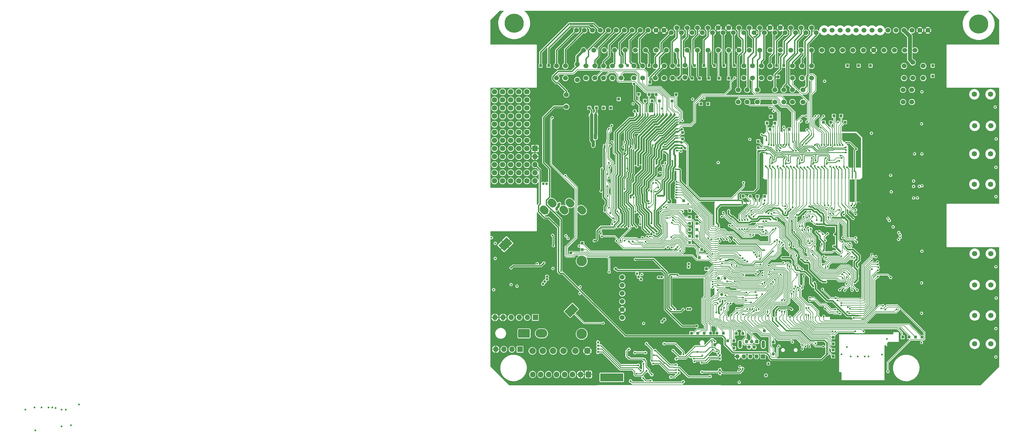
<source format=gbl>
G75*
G70*
%OFA0B0*%
%FSLAX25Y25*%
%IPPOS*%
%LPD*%
%AMOC8*
5,1,8,0,0,1.08239X$1,22.5*
%
%AMM260*
21,1,0.009840,0.009840,-0.000000,-0.000000,180.000000*
21,1,0.000000,0.019680,-0.000000,-0.000000,180.000000*
1,1,0.009840,-0.000000,0.004920*
1,1,0.009840,-0.000000,0.004920*
1,1,0.009840,-0.000000,-0.004920*
1,1,0.009840,-0.000000,-0.004920*
%
%AMM261*
21,1,0.009840,0.009840,-0.000000,-0.000000,270.000000*
21,1,0.000000,0.019680,-0.000000,-0.000000,270.000000*
1,1,0.009840,-0.004920,-0.000000*
1,1,0.009840,-0.004920,-0.000000*
1,1,0.009840,0.004920,-0.000000*
1,1,0.009840,0.004920,-0.000000*
%
%AMM297*
21,1,0.039370,0.007870,-0.000000,-0.000000,315.000000*
1,1,0.007870,-0.013920,0.013920*
1,1,0.007870,0.013920,-0.013920*
%
%AMM356*
21,1,0.007870,1.133860,-0.000000,-0.000000,0.000000*
21,1,0.000000,1.141730,-0.000000,-0.000000,0.000000*
1,1,0.007870,-0.000000,-0.566930*
1,1,0.007870,-0.000000,-0.566930*
1,1,0.007870,-0.000000,0.566930*
1,1,0.007870,-0.000000,0.566930*
%
%AMM357*
21,1,0.009840,0.009840,-0.000000,-0.000000,90.000000*
21,1,0.000000,0.019680,-0.000000,-0.000000,90.000000*
1,1,0.009840,0.004920,-0.000000*
1,1,0.009840,0.004920,-0.000000*
1,1,0.009840,-0.004920,-0.000000*
1,1,0.009840,-0.004920,-0.000000*
%
%ADD103R,0.00984X0.19882*%
%ADD104O,0.56890X0.01969*%
%ADD120C,0.02756*%
%ADD127O,0.04724X0.01969*%
%ADD128O,0.04331X0.09449*%
%ADD137O,0.03937X0.05906*%
%ADD138C,0.02362*%
%ADD14O,0.01969X0.44882*%
%ADD140C,0.06496*%
%ADD148C,0.01968*%
%ADD150R,0.00984X0.03740*%
%ADD157C,0.00800*%
%ADD161C,0.03937*%
%ADD168O,0.05315X0.05315*%
%ADD169C,0.03150*%
%ADD179O,0.02362X0.03150*%
%ADD181O,0.06693X0.07283*%
%ADD183O,0.01969X0.50000*%
%ADD196R,1.54528X0.00984*%
%ADD202C,0.13000*%
%ADD212O,0.01969X0.11811*%
%ADD227O,0.01575X0.02362*%
%ADD228C,0.03200*%
%ADD231C,0.23622*%
%ADD233R,0.05315X0.05315*%
%ADD235C,0.03900*%
%ADD238R,0.00984X0.12205*%
%ADD243O,0.14567X0.10630*%
%ADD253O,0.03150X0.02362*%
%ADD254O,0.02362X0.01575*%
%ADD26C,0.01575*%
%ADD264C,0.00984*%
%ADD266C,0.06000*%
%ADD275C,0.01000*%
%ADD286R,0.04331X0.04331*%
%ADD289O,1.00787X0.00787*%
%ADD291C,0.04331*%
%ADD302O,0.06693X0.06693*%
%ADD304R,0.03346X0.03346*%
%ADD320O,0.68504X0.01575*%
%ADD326R,0.00984X0.38386*%
%ADD327O,0.01575X0.00787*%
%ADD40C,0.06693*%
%ADD42C,0.07874*%
%ADD48R,0.06693X0.06693*%
%ADD491M260*%
%ADD492M261*%
%ADD50O,0.44882X0.04331*%
%ADD543M297*%
%ADD57C,0.05118*%
%ADD61C,0.01181*%
%ADD612M356*%
%ADD613M357*%
%ADD62C,0.00787*%
%ADD67O,0.00787X1.60630*%
%ADD75R,0.00984X0.08858*%
X0000000Y0000000D02*
%LPD*%
G01*
G36*
X0010532Y0173733D02*
G01*
X0020554Y0183755D01*
X0027792Y0176517D01*
X0017770Y0166495D01*
X0010532Y0173733D01*
G37*
G36*
X0092100Y0092166D02*
G01*
X0102122Y0102188D01*
X0109360Y0094950D01*
X0099338Y0084928D01*
X0092100Y0092166D01*
G37*
D231*
X0030050Y0448253D03*
X0603711Y0447268D03*
D266*
X0106861Y0439394D03*
X0126546Y0439394D03*
X0146231Y0439394D03*
X0165916Y0439394D03*
X0185601Y0439394D03*
X0205286Y0439394D03*
X0223987Y0436442D03*
X0236782Y0436442D03*
X0249577Y0436442D03*
X0262373Y0436442D03*
X0275168Y0436442D03*
X0287963Y0436442D03*
X0300758Y0436442D03*
X0313554Y0436442D03*
X0326349Y0436442D03*
X0339144Y0436442D03*
X0351940Y0436442D03*
X0364735Y0436442D03*
X0377530Y0436442D03*
X0390325Y0436442D03*
X0403121Y0436442D03*
X0422806Y0439394D03*
X0442491Y0439394D03*
X0462176Y0439394D03*
X0481861Y0439394D03*
X0501546Y0439394D03*
X0521231Y0439394D03*
X0540916Y0439394D03*
X0116703Y0439394D03*
X0136388Y0439394D03*
X0156073Y0439394D03*
X0175758Y0439394D03*
X0195444Y0439394D03*
X0215129Y0439394D03*
X0230877Y0442347D03*
X0243672Y0442347D03*
X0256467Y0442347D03*
X0269262Y0442347D03*
X0282058Y0442347D03*
X0294853Y0442347D03*
X0307648Y0442347D03*
X0320444Y0442347D03*
X0333239Y0442347D03*
X0346034Y0442347D03*
X0358829Y0442347D03*
X0371625Y0442347D03*
X0384420Y0442347D03*
X0397215Y0442347D03*
X0412963Y0439394D03*
X0432648Y0439394D03*
X0452333Y0439394D03*
X0472018Y0439394D03*
X0491703Y0439394D03*
X0511388Y0439394D03*
X0531073Y0439394D03*
X0115719Y0414788D03*
X0128514Y0414788D03*
X0141310Y0414788D03*
X0154105Y0414788D03*
X0166900Y0414788D03*
X0179695Y0414788D03*
X0192491Y0414788D03*
X0205286Y0414788D03*
X0218081Y0414788D03*
X0230877Y0414788D03*
X0243672Y0414788D03*
X0256467Y0414788D03*
X0269262Y0414788D03*
X0282058Y0414788D03*
X0294853Y0414788D03*
X0307648Y0414788D03*
X0320444Y0414788D03*
X0333239Y0414788D03*
X0346034Y0414788D03*
X0358829Y0414788D03*
X0371625Y0414788D03*
X0384420Y0414788D03*
X0397215Y0414788D03*
X0410010Y0414788D03*
X0422806Y0414788D03*
X0435601Y0414788D03*
X0448396Y0414788D03*
X0461192Y0414788D03*
X0473987Y0414788D03*
X0486782Y0414788D03*
X0499577Y0414788D03*
X0512373Y0414788D03*
X0525168Y0414788D03*
X0082387Y0395385D03*
X0082387Y0380385D03*
X0118804Y0395385D03*
X0118804Y0380385D03*
X0140458Y0395385D03*
X0140458Y0380385D03*
X0177859Y0395385D03*
X0177859Y0380385D03*
X0204434Y0395385D03*
X0204434Y0380385D03*
X0335340Y0395385D03*
X0335340Y0380385D03*
X0346166Y0395385D03*
X0346166Y0380385D03*
X0373725Y0365857D03*
X0373725Y0350857D03*
X0386521Y0365857D03*
X0386521Y0350857D03*
X0511521Y0395385D03*
X0511521Y0380385D03*
X0535143Y0395385D03*
X0535143Y0380385D03*
X0093214Y0395385D03*
X0093214Y0380385D03*
X0129631Y0395385D03*
X0129631Y0380385D03*
X0162111Y0395385D03*
X0162111Y0380385D03*
X0188686Y0395385D03*
X0188686Y0380385D03*
X0225694Y0380385D03*
X0225694Y0395385D03*
X0306796Y0350857D03*
X0306796Y0365857D03*
X0317820Y0365857D03*
X0317820Y0350857D03*
X0324513Y0395385D03*
X0324513Y0380385D03*
X0352072Y0365857D03*
X0352072Y0350857D03*
X0362899Y0365857D03*
X0362899Y0350857D03*
X0522347Y0399696D03*
X0522347Y0380405D03*
X0107977Y0397530D03*
X0107977Y0378239D03*
X0330418Y0365857D03*
X0330418Y0350857D03*
X0373725Y0395385D03*
X0373725Y0380385D03*
X0397347Y0395385D03*
X0397347Y0380385D03*
X0521166Y0365857D03*
X0521166Y0350857D03*
X0510340Y0365857D03*
X0510340Y0350857D03*
X0151284Y0395385D03*
X0151284Y0380385D03*
D48*
X0055741Y0293420D03*
D302*
X0055741Y0283420D03*
X0055741Y0273420D03*
X0055741Y0263420D03*
X0055741Y0253420D03*
D140*
X0618371Y0286704D03*
X0598371Y0286704D03*
D304*
X0331403Y0302255D03*
D233*
X0337308Y0036507D03*
D168*
X0329434Y0036507D03*
X0321560Y0036507D03*
X0313686Y0036507D03*
X0305812Y0036507D03*
D304*
X0183765Y0360326D03*
X0369788Y0317019D03*
X0114080Y0176468D03*
X0267426Y0144775D03*
X0517820Y0060326D03*
X0248922Y0065247D03*
X0062702Y0395759D03*
X0239277Y0228830D03*
X0280418Y0065247D03*
X0196560Y0360134D03*
D40*
X0005741Y0303420D03*
X0015741Y0303420D03*
X0025741Y0303420D03*
X0035741Y0303420D03*
X0045741Y0303420D03*
X0005741Y0293420D03*
X0015741Y0293420D03*
X0025741Y0293420D03*
X0035741Y0293420D03*
X0045741Y0293420D03*
X0005741Y0283420D03*
X0015741Y0283420D03*
X0025741Y0283420D03*
X0035741Y0283420D03*
X0045741Y0283420D03*
D304*
X0277269Y0395759D03*
X0264670Y0065247D03*
X0272544Y0065247D03*
X0264473Y0395759D03*
D42*
X0090907Y0043397D03*
D304*
X0304434Y0064853D03*
X0191639Y0352260D03*
X0246757Y0208751D03*
X0294985Y0380011D03*
X0533568Y0060326D03*
X0350103Y0039460D03*
D266*
X0313686Y0395385D03*
X0313686Y0380385D03*
X0240851Y0396182D03*
X0240851Y0381182D03*
G36*
G01*
X0338194Y0288845D02*
X0339178Y0288845D01*
G75*
G02*
X0339670Y0288353I0000000J-000492D01*
G01*
X0339670Y0288353D01*
G75*
G02*
X0339178Y0287860I-000492J0000000D01*
G01*
X0338194Y0287860D01*
G75*
G02*
X0337702Y0288353I0000000J0000492D01*
G01*
X0337702Y0288353D01*
G75*
G02*
X0338194Y0288845I0000492J0000000D01*
G01*
G37*
G36*
G01*
X0338194Y0291443D02*
X0339178Y0291443D01*
G75*
G02*
X0339670Y0290951I0000000J-000492D01*
G01*
X0339670Y0290951D01*
G75*
G02*
X0339178Y0290459I-000492J0000000D01*
G01*
X0338194Y0290459D01*
G75*
G02*
X0337702Y0290951I0000000J0000492D01*
G01*
X0337702Y0290951D01*
G75*
G02*
X0338194Y0291443I0000492J0000000D01*
G01*
G37*
G36*
G01*
X0338194Y0294042D02*
X0339178Y0294042D01*
G75*
G02*
X0339670Y0293549I0000000J-000492D01*
G01*
X0339670Y0293549D01*
G75*
G02*
X0339178Y0293057I-000492J0000000D01*
G01*
X0338194Y0293057D01*
G75*
G02*
X0337702Y0293549I0000000J0000492D01*
G01*
X0337702Y0293549D01*
G75*
G02*
X0338194Y0294042I0000492J0000000D01*
G01*
G37*
G36*
G01*
X0338194Y0296640D02*
X0339178Y0296640D01*
G75*
G02*
X0339670Y0296148I0000000J-000492D01*
G01*
X0339670Y0296148D01*
G75*
G02*
X0339178Y0295656I-000492J0000000D01*
G01*
X0338194Y0295656D01*
G75*
G02*
X0337702Y0296148I0000000J0000492D01*
G01*
X0337702Y0296148D01*
G75*
G02*
X0338194Y0296640I0000492J0000000D01*
G01*
G37*
G36*
G01*
X0338194Y0309632D02*
X0339178Y0309632D01*
G75*
G02*
X0339670Y0309140I0000000J-000492D01*
G01*
X0339670Y0309140D01*
G75*
G02*
X0339178Y0308648I-000492J0000000D01*
G01*
X0338194Y0308648D01*
G75*
G02*
X0337702Y0309140I0000000J0000492D01*
G01*
X0337702Y0309140D01*
G75*
G02*
X0338194Y0309632I0000492J0000000D01*
G01*
G37*
G36*
G01*
X0451462Y0256487D02*
X0451462Y0257471D01*
G75*
G02*
X0451954Y0257964I0000492J0000000D01*
G01*
X0451954Y0257964D01*
G75*
G02*
X0452446Y0257471I0000000J-000492D01*
G01*
X0452446Y0256487D01*
G75*
G02*
X0451954Y0255995I-000492J0000000D01*
G01*
X0451954Y0255995D01*
G75*
G02*
X0451462Y0256487I0000000J0000492D01*
G01*
G37*
G36*
G01*
X0448115Y0257471D02*
X0448115Y0256487D01*
G75*
G02*
X0447623Y0255995I-000492J0000000D01*
G01*
X0447623Y0255995D01*
G75*
G02*
X0447131Y0256487I0000000J0000492D01*
G01*
X0447131Y0257471D01*
G75*
G02*
X0447623Y0257964I0000492J0000000D01*
G01*
X0447623Y0257964D01*
G75*
G02*
X0448115Y0257471I0000000J-000492D01*
G01*
G37*
G36*
G01*
X0443784Y0257471D02*
X0443784Y0256487D01*
G75*
G02*
X0443292Y0255995I-000492J0000000D01*
G01*
X0443292Y0255995D01*
G75*
G02*
X0442800Y0256487I0000000J0000492D01*
G01*
X0442800Y0257471D01*
G75*
G02*
X0443292Y0257964I0000492J0000000D01*
G01*
X0443292Y0257964D01*
G75*
G02*
X0443784Y0257471I0000000J-000492D01*
G01*
G37*
G36*
G01*
X0439454Y0257471D02*
X0439454Y0256487D01*
G75*
G02*
X0438962Y0255995I-000492J0000000D01*
G01*
X0438962Y0255995D01*
G75*
G02*
X0438469Y0256487I0000000J0000492D01*
G01*
X0438469Y0257471D01*
G75*
G02*
X0438962Y0257964I0000492J0000000D01*
G01*
X0438962Y0257964D01*
G75*
G02*
X0439454Y0257471I0000000J-000492D01*
G01*
G37*
G36*
G01*
X0435123Y0257471D02*
X0435123Y0256487D01*
G75*
G02*
X0434631Y0255995I-000492J0000000D01*
G01*
X0434631Y0255995D01*
G75*
G02*
X0434139Y0256487I0000000J0000492D01*
G01*
X0434139Y0257471D01*
G75*
G02*
X0434631Y0257964I0000492J0000000D01*
G01*
X0434631Y0257964D01*
G75*
G02*
X0435123Y0257471I0000000J-000492D01*
G01*
G37*
G36*
G01*
X0430792Y0257471D02*
X0430792Y0256487D01*
G75*
G02*
X0430300Y0255995I-000492J0000000D01*
G01*
X0430300Y0255995D01*
G75*
G02*
X0429808Y0256487I0000000J0000492D01*
G01*
X0429808Y0257471D01*
G75*
G02*
X0430300Y0257964I0000492J0000000D01*
G01*
X0430300Y0257964D01*
G75*
G02*
X0430792Y0257471I0000000J-000492D01*
G01*
G37*
G36*
G01*
X0426462Y0257471D02*
X0426462Y0256487D01*
G75*
G02*
X0425970Y0255995I-000492J0000000D01*
G01*
X0425970Y0255995D01*
G75*
G02*
X0425477Y0256487I0000000J0000492D01*
G01*
X0425477Y0257471D01*
G75*
G02*
X0425970Y0257964I0000492J0000000D01*
G01*
X0425970Y0257964D01*
G75*
G02*
X0426462Y0257471I0000000J-000492D01*
G01*
G37*
G36*
G01*
X0422131Y0257471D02*
X0422131Y0256487D01*
G75*
G02*
X0421639Y0255995I-000492J0000000D01*
G01*
X0421639Y0255995D01*
G75*
G02*
X0421147Y0256487I0000000J0000492D01*
G01*
X0421147Y0257471D01*
G75*
G02*
X0421639Y0257964I0000492J0000000D01*
G01*
X0421639Y0257964D01*
G75*
G02*
X0422131Y0257471I0000000J-000492D01*
G01*
G37*
G36*
G01*
X0417800Y0257471D02*
X0417800Y0256487D01*
G75*
G02*
X0417308Y0255995I-000492J0000000D01*
G01*
X0417308Y0255995D01*
G75*
G02*
X0416816Y0256487I0000000J0000492D01*
G01*
X0416816Y0257471D01*
G75*
G02*
X0417308Y0257964I0000492J0000000D01*
G01*
X0417308Y0257964D01*
G75*
G02*
X0417800Y0257471I0000000J-000492D01*
G01*
G37*
G36*
G01*
X0413470Y0257471D02*
X0413470Y0256487D01*
G75*
G02*
X0412977Y0255995I-000492J0000000D01*
G01*
X0412977Y0255995D01*
G75*
G02*
X0412485Y0256487I0000000J0000492D01*
G01*
X0412485Y0257471D01*
G75*
G02*
X0412977Y0257964I0000492J0000000D01*
G01*
X0412977Y0257964D01*
G75*
G02*
X0413470Y0257471I0000000J-000492D01*
G01*
G37*
G36*
G01*
X0409139Y0257471D02*
X0409139Y0256487D01*
G75*
G02*
X0408647Y0255995I-000492J0000000D01*
G01*
X0408647Y0255995D01*
G75*
G02*
X0408155Y0256487I0000000J0000492D01*
G01*
X0408155Y0257471D01*
G75*
G02*
X0408647Y0257964I0000492J0000000D01*
G01*
X0408647Y0257964D01*
G75*
G02*
X0409139Y0257471I0000000J-000492D01*
G01*
G37*
G36*
G01*
X0404808Y0257471D02*
X0404808Y0256487D01*
G75*
G02*
X0404316Y0255995I-000492J0000000D01*
G01*
X0404316Y0255995D01*
G75*
G02*
X0403824Y0256487I0000000J0000492D01*
G01*
X0403824Y0257471D01*
G75*
G02*
X0404316Y0257964I0000492J0000000D01*
G01*
X0404316Y0257964D01*
G75*
G02*
X0404808Y0257471I0000000J-000492D01*
G01*
G37*
G36*
G01*
X0400477Y0257471D02*
X0400477Y0256487D01*
G75*
G02*
X0399985Y0255995I-000492J0000000D01*
G01*
X0399985Y0255995D01*
G75*
G02*
X0399493Y0256487I0000000J0000492D01*
G01*
X0399493Y0257471D01*
G75*
G02*
X0399985Y0257964I0000492J0000000D01*
G01*
X0399985Y0257964D01*
G75*
G02*
X0400477Y0257471I0000000J-000492D01*
G01*
G37*
G36*
G01*
X0396147Y0257471D02*
X0396147Y0256487D01*
G75*
G02*
X0395655Y0255995I-000492J0000000D01*
G01*
X0395655Y0255995D01*
G75*
G02*
X0395162Y0256487I0000000J0000492D01*
G01*
X0395162Y0257471D01*
G75*
G02*
X0395655Y0257964I0000492J0000000D01*
G01*
X0395655Y0257964D01*
G75*
G02*
X0396147Y0257471I0000000J-000492D01*
G01*
G37*
G36*
G01*
X0391816Y0257471D02*
X0391816Y0256487D01*
G75*
G02*
X0391324Y0255995I-000492J0000000D01*
G01*
X0391324Y0255995D01*
G75*
G02*
X0390832Y0256487I0000000J0000492D01*
G01*
X0390832Y0257471D01*
G75*
G02*
X0391324Y0257964I0000492J0000000D01*
G01*
X0391324Y0257964D01*
G75*
G02*
X0391816Y0257471I0000000J-000492D01*
G01*
G37*
G36*
G01*
X0387485Y0257471D02*
X0387485Y0256487D01*
G75*
G02*
X0386993Y0255995I-000492J0000000D01*
G01*
X0386993Y0255995D01*
G75*
G02*
X0386501Y0256487I0000000J0000492D01*
G01*
X0386501Y0257471D01*
G75*
G02*
X0386993Y0257964I0000492J0000000D01*
G01*
X0386993Y0257964D01*
G75*
G02*
X0387485Y0257471I0000000J-000492D01*
G01*
G37*
G36*
G01*
X0383155Y0257471D02*
X0383155Y0256487D01*
G75*
G02*
X0382663Y0255995I-000492J0000000D01*
G01*
X0382663Y0255995D01*
G75*
G02*
X0382170Y0256487I0000000J0000492D01*
G01*
X0382170Y0257471D01*
G75*
G02*
X0382663Y0257964I0000492J0000000D01*
G01*
X0382663Y0257964D01*
G75*
G02*
X0383155Y0257471I0000000J-000492D01*
G01*
G37*
G36*
G01*
X0378824Y0257471D02*
X0378824Y0256487D01*
G75*
G02*
X0378332Y0255995I-000492J0000000D01*
G01*
X0378332Y0255995D01*
G75*
G02*
X0377840Y0256487I0000000J0000492D01*
G01*
X0377840Y0257471D01*
G75*
G02*
X0378332Y0257964I0000492J0000000D01*
G01*
X0378332Y0257964D01*
G75*
G02*
X0378824Y0257471I0000000J-000492D01*
G01*
G37*
G36*
G01*
X0374493Y0257471D02*
X0374493Y0256487D01*
G75*
G02*
X0374001Y0255995I-000492J0000000D01*
G01*
X0374001Y0255995D01*
G75*
G02*
X0373509Y0256487I0000000J0000492D01*
G01*
X0373509Y0257471D01*
G75*
G02*
X0374001Y0257964I0000492J0000000D01*
G01*
X0374001Y0257964D01*
G75*
G02*
X0374493Y0257471I0000000J-000492D01*
G01*
G37*
G36*
G01*
X0370163Y0257471D02*
X0370163Y0256487D01*
G75*
G02*
X0369670Y0255995I-000492J0000000D01*
G01*
X0369670Y0255995D01*
G75*
G02*
X0369178Y0256487I0000000J0000492D01*
G01*
X0369178Y0257471D01*
G75*
G02*
X0369670Y0257964I0000492J0000000D01*
G01*
X0369670Y0257964D01*
G75*
G02*
X0370163Y0257471I0000000J-000492D01*
G01*
G37*
G36*
G01*
X0365832Y0257471D02*
X0365832Y0256487D01*
G75*
G02*
X0365340Y0255995I-000492J0000000D01*
G01*
X0365340Y0255995D01*
G75*
G02*
X0364848Y0256487I0000000J0000492D01*
G01*
X0364848Y0257471D01*
G75*
G02*
X0365340Y0257964I0000492J0000000D01*
G01*
X0365340Y0257964D01*
G75*
G02*
X0365832Y0257471I0000000J-000492D01*
G01*
G37*
G36*
G01*
X0361501Y0257471D02*
X0361501Y0256487D01*
G75*
G02*
X0361009Y0255995I-000492J0000000D01*
G01*
X0361009Y0255995D01*
G75*
G02*
X0360517Y0256487I0000000J0000492D01*
G01*
X0360517Y0257471D01*
G75*
G02*
X0361009Y0257964I0000492J0000000D01*
G01*
X0361009Y0257964D01*
G75*
G02*
X0361501Y0257471I0000000J-000492D01*
G01*
G37*
G36*
G01*
X0357170Y0257471D02*
X0357170Y0256487D01*
G75*
G02*
X0356678Y0255995I-000492J0000000D01*
G01*
X0356678Y0255995D01*
G75*
G02*
X0356186Y0256487I0000000J0000492D01*
G01*
X0356186Y0257471D01*
G75*
G02*
X0356678Y0257964I0000492J0000000D01*
G01*
X0356678Y0257964D01*
G75*
G02*
X0357170Y0257471I0000000J-000492D01*
G01*
G37*
G36*
G01*
X0352840Y0257471D02*
X0352840Y0256487D01*
G75*
G02*
X0352348Y0255995I-000492J0000000D01*
G01*
X0352348Y0255995D01*
G75*
G02*
X0351855Y0256487I0000000J0000492D01*
G01*
X0351855Y0257471D01*
G75*
G02*
X0352348Y0257964I0000492J0000000D01*
G01*
X0352348Y0257964D01*
G75*
G02*
X0352840Y0257471I0000000J-000492D01*
G01*
G37*
G36*
G01*
X0348509Y0257471D02*
X0348509Y0256487D01*
G75*
G02*
X0348017Y0255995I-000492J0000000D01*
G01*
X0348017Y0255995D01*
G75*
G02*
X0347525Y0256487I0000000J0000492D01*
G01*
X0347525Y0257471D01*
G75*
G02*
X0348017Y0257964I0000492J0000000D01*
G01*
X0348017Y0257964D01*
G75*
G02*
X0348509Y0257471I0000000J-000492D01*
G01*
G37*
G36*
G01*
X0344178Y0257471D02*
X0344178Y0256487D01*
G75*
G02*
X0343686Y0255995I-000492J0000000D01*
G01*
X0343686Y0255995D01*
G75*
G02*
X0343194Y0256487I0000000J0000492D01*
G01*
X0343194Y0257471D01*
G75*
G02*
X0343686Y0257964I0000492J0000000D01*
G01*
X0343686Y0257964D01*
G75*
G02*
X0344178Y0257471I0000000J-000492D01*
G01*
G37*
G36*
G01*
X0345166Y0312440D02*
X0345166Y0311456D01*
G75*
G02*
X0344674Y0310964I-000492J0000000D01*
G01*
X0344674Y0310964D01*
G75*
G02*
X0344182Y0311456I0000000J0000492D01*
G01*
X0344182Y0312440D01*
G75*
G02*
X0344674Y0312932I0000492J0000000D01*
G01*
X0344674Y0312932D01*
G75*
G02*
X0345166Y0312440I0000000J-000492D01*
G01*
G37*
G36*
G01*
X0347765Y0312440D02*
X0347765Y0311456D01*
G75*
G02*
X0347273Y0310964I-000492J0000000D01*
G01*
X0347273Y0310964D01*
G75*
G02*
X0346780Y0311456I0000000J0000492D01*
G01*
X0346780Y0312440D01*
G75*
G02*
X0347273Y0312932I0000492J0000000D01*
G01*
X0347273Y0312932D01*
G75*
G02*
X0347765Y0312440I0000000J-000492D01*
G01*
G37*
G36*
G01*
X0350363Y0312440D02*
X0350363Y0311456D01*
G75*
G02*
X0349871Y0310964I-000492J0000000D01*
G01*
X0349871Y0310964D01*
G75*
G02*
X0349379Y0311456I0000000J0000492D01*
G01*
X0349379Y0312440D01*
G75*
G02*
X0349871Y0312932I0000492J0000000D01*
G01*
X0349871Y0312932D01*
G75*
G02*
X0350363Y0312440I0000000J-000492D01*
G01*
G37*
G36*
G01*
X0352962Y0312440D02*
X0352962Y0311456D01*
G75*
G02*
X0352469Y0310964I-000492J0000000D01*
G01*
X0352469Y0310964D01*
G75*
G02*
X0351977Y0311456I0000000J0000492D01*
G01*
X0351977Y0312440D01*
G75*
G02*
X0352469Y0312932I0000492J0000000D01*
G01*
X0352469Y0312932D01*
G75*
G02*
X0352962Y0312440I0000000J-000492D01*
G01*
G37*
G36*
G01*
X0355560Y0312440D02*
X0355560Y0311456D01*
G75*
G02*
X0355068Y0310964I-000492J0000000D01*
G01*
X0355068Y0310964D01*
G75*
G02*
X0354576Y0311456I0000000J0000492D01*
G01*
X0354576Y0312440D01*
G75*
G02*
X0355068Y0312932I0000492J0000000D01*
G01*
X0355068Y0312932D01*
G75*
G02*
X0355560Y0312440I0000000J-000492D01*
G01*
G37*
G36*
G01*
X0358158Y0312440D02*
X0358158Y0311456D01*
G75*
G02*
X0357666Y0310964I-000492J0000000D01*
G01*
X0357666Y0310964D01*
G75*
G02*
X0357174Y0311456I0000000J0000492D01*
G01*
X0357174Y0312440D01*
G75*
G02*
X0357666Y0312932I0000492J0000000D01*
G01*
X0357666Y0312932D01*
G75*
G02*
X0358158Y0312440I0000000J-000492D01*
G01*
G37*
G36*
G01*
X0364462Y0312440D02*
X0364462Y0311456D01*
G75*
G02*
X0363969Y0310964I-000492J0000000D01*
G01*
X0363969Y0310964D01*
G75*
G02*
X0363477Y0311456I0000000J0000492D01*
G01*
X0363477Y0312440D01*
G75*
G02*
X0363969Y0312932I0000492J0000000D01*
G01*
X0363969Y0312932D01*
G75*
G02*
X0364462Y0312440I0000000J-000492D01*
G01*
G37*
G36*
G01*
X0367060Y0312440D02*
X0367060Y0311456D01*
G75*
G02*
X0366568Y0310964I-000492J0000000D01*
G01*
X0366568Y0310964D01*
G75*
G02*
X0366076Y0311456I0000000J0000492D01*
G01*
X0366076Y0312440D01*
G75*
G02*
X0366568Y0312932I0000492J0000000D01*
G01*
X0366568Y0312932D01*
G75*
G02*
X0367060Y0312440I0000000J-000492D01*
G01*
G37*
G36*
G01*
X0369658Y0312440D02*
X0369658Y0311456D01*
G75*
G02*
X0369166Y0310964I-000492J0000000D01*
G01*
X0369166Y0310964D01*
G75*
G02*
X0368674Y0311456I0000000J0000492D01*
G01*
X0368674Y0312440D01*
G75*
G02*
X0369166Y0312932I0000492J0000000D01*
G01*
X0369166Y0312932D01*
G75*
G02*
X0369658Y0312440I0000000J-000492D01*
G01*
G37*
G36*
G01*
X0374071Y0312440D02*
X0374071Y0311456D01*
G75*
G02*
X0373579Y0310964I-000492J0000000D01*
G01*
X0373579Y0310964D01*
G75*
G02*
X0373087Y0311456I0000000J0000492D01*
G01*
X0373087Y0312440D01*
G75*
G02*
X0373579Y0312932I0000492J0000000D01*
G01*
X0373579Y0312932D01*
G75*
G02*
X0374071Y0312440I0000000J-000492D01*
G01*
G37*
G36*
G01*
X0376670Y0312440D02*
X0376670Y0311456D01*
G75*
G02*
X0376178Y0310964I-000492J0000000D01*
G01*
X0376178Y0310964D01*
G75*
G02*
X0375686Y0311456I0000000J0000492D01*
G01*
X0375686Y0312440D01*
G75*
G02*
X0376178Y0312932I0000492J0000000D01*
G01*
X0376178Y0312932D01*
G75*
G02*
X0376670Y0312440I0000000J-000492D01*
G01*
G37*
G36*
G01*
X0379268Y0312440D02*
X0379268Y0311456D01*
G75*
G02*
X0378776Y0310964I-000492J0000000D01*
G01*
X0378776Y0310964D01*
G75*
G02*
X0378284Y0311456I0000000J0000492D01*
G01*
X0378284Y0312440D01*
G75*
G02*
X0378776Y0312932I0000492J0000000D01*
G01*
X0378776Y0312932D01*
G75*
G02*
X0379268Y0312440I0000000J-000492D01*
G01*
G37*
G36*
G01*
X0381867Y0312440D02*
X0381867Y0311456D01*
G75*
G02*
X0381375Y0310964I-000492J0000000D01*
G01*
X0381375Y0310964D01*
G75*
G02*
X0380882Y0311456I0000000J0000492D01*
G01*
X0380882Y0312440D01*
G75*
G02*
X0381375Y0312932I0000492J0000000D01*
G01*
X0381375Y0312932D01*
G75*
G02*
X0381867Y0312440I0000000J-000492D01*
G01*
G37*
G36*
G01*
X0394962Y0312440D02*
X0394962Y0311456D01*
G75*
G02*
X0394469Y0310964I-000492J0000000D01*
G01*
X0394469Y0310964D01*
G75*
G02*
X0393977Y0311456I0000000J0000492D01*
G01*
X0393977Y0312440D01*
G75*
G02*
X0394469Y0312932I0000492J0000000D01*
G01*
X0394469Y0312932D01*
G75*
G02*
X0394962Y0312440I0000000J-000492D01*
G01*
G37*
G36*
G01*
X0397560Y0312440D02*
X0397560Y0311456D01*
G75*
G02*
X0397068Y0310964I-000492J0000000D01*
G01*
X0397068Y0310964D01*
G75*
G02*
X0396576Y0311456I0000000J0000492D01*
G01*
X0396576Y0312440D01*
G75*
G02*
X0397068Y0312932I0000492J0000000D01*
G01*
X0397068Y0312932D01*
G75*
G02*
X0397560Y0312440I0000000J-000492D01*
G01*
G37*
G36*
G01*
X0400158Y0312440D02*
X0400158Y0311456D01*
G75*
G02*
X0399666Y0310964I-000492J0000000D01*
G01*
X0399666Y0310964D01*
G75*
G02*
X0399174Y0311456I0000000J0000492D01*
G01*
X0399174Y0312440D01*
G75*
G02*
X0399666Y0312932I0000492J0000000D01*
G01*
X0399666Y0312932D01*
G75*
G02*
X0400158Y0312440I0000000J-000492D01*
G01*
G37*
G36*
G01*
X0410576Y0312440D02*
X0410576Y0311456D01*
G75*
G02*
X0410084Y0310964I-000492J0000000D01*
G01*
X0410084Y0310964D01*
G75*
G02*
X0409592Y0311456I0000000J0000492D01*
G01*
X0409592Y0312440D01*
G75*
G02*
X0410084Y0312932I0000492J0000000D01*
G01*
X0410084Y0312932D01*
G75*
G02*
X0410576Y0312440I0000000J-000492D01*
G01*
G37*
G36*
G01*
X0413174Y0312440D02*
X0413174Y0311456D01*
G75*
G02*
X0412682Y0310964I-000492J0000000D01*
G01*
X0412682Y0310964D01*
G75*
G02*
X0412190Y0311456I0000000J0000492D01*
G01*
X0412190Y0312440D01*
G75*
G02*
X0412682Y0312932I0000492J0000000D01*
G01*
X0412682Y0312932D01*
G75*
G02*
X0413174Y0312440I0000000J-000492D01*
G01*
G37*
G36*
G01*
X0415773Y0312440D02*
X0415773Y0311456D01*
G75*
G02*
X0415280Y0310964I-000492J0000000D01*
G01*
X0415280Y0310964D01*
G75*
G02*
X0414788Y0311456I0000000J0000492D01*
G01*
X0414788Y0312440D01*
G75*
G02*
X0415280Y0312932I0000492J0000000D01*
G01*
X0415280Y0312932D01*
G75*
G02*
X0415773Y0312440I0000000J-000492D01*
G01*
G37*
G36*
G01*
X0418371Y0312440D02*
X0418371Y0311456D01*
G75*
G02*
X0417879Y0310964I-000492J0000000D01*
G01*
X0417879Y0310964D01*
G75*
G02*
X0417387Y0311456I0000000J0000492D01*
G01*
X0417387Y0312440D01*
G75*
G02*
X0417879Y0312932I0000492J0000000D01*
G01*
X0417879Y0312932D01*
G75*
G02*
X0418371Y0312440I0000000J-000492D01*
G01*
G37*
G36*
G01*
X0420969Y0312440D02*
X0420969Y0311456D01*
G75*
G02*
X0420477Y0310964I-000492J0000000D01*
G01*
X0420477Y0310964D01*
G75*
G02*
X0419985Y0311456I0000000J0000492D01*
G01*
X0419985Y0312440D01*
G75*
G02*
X0420477Y0312932I0000492J0000000D01*
G01*
X0420477Y0312932D01*
G75*
G02*
X0420969Y0312440I0000000J-000492D01*
G01*
G37*
G36*
G01*
X0423568Y0312440D02*
X0423568Y0311456D01*
G75*
G02*
X0423076Y0310964I-000492J0000000D01*
G01*
X0423076Y0310964D01*
G75*
G02*
X0422584Y0311456I0000000J0000492D01*
G01*
X0422584Y0312440D01*
G75*
G02*
X0423076Y0312932I0000492J0000000D01*
G01*
X0423076Y0312932D01*
G75*
G02*
X0423568Y0312440I0000000J-000492D01*
G01*
G37*
G36*
G01*
X0426166Y0312440D02*
X0426166Y0311456D01*
G75*
G02*
X0425674Y0310964I-000492J0000000D01*
G01*
X0425674Y0310964D01*
G75*
G02*
X0425182Y0311456I0000000J0000492D01*
G01*
X0425182Y0312440D01*
G75*
G02*
X0425674Y0312932I0000492J0000000D01*
G01*
X0425674Y0312932D01*
G75*
G02*
X0426166Y0312440I0000000J-000492D01*
G01*
G37*
G36*
G01*
X0428765Y0312440D02*
X0428765Y0311456D01*
G75*
G02*
X0428273Y0310964I-000492J0000000D01*
G01*
X0428273Y0310964D01*
G75*
G02*
X0427781Y0311456I0000000J0000492D01*
G01*
X0427781Y0312440D01*
G75*
G02*
X0428273Y0312932I0000492J0000000D01*
G01*
X0428273Y0312932D01*
G75*
G02*
X0428765Y0312440I0000000J-000492D01*
G01*
G37*
G36*
G01*
X0431363Y0312440D02*
X0431363Y0311456D01*
G75*
G02*
X0430871Y0310964I-000492J0000000D01*
G01*
X0430871Y0310964D01*
G75*
G02*
X0430379Y0311456I0000000J0000492D01*
G01*
X0430379Y0312440D01*
G75*
G02*
X0430871Y0312932I0000492J0000000D01*
G01*
X0430871Y0312932D01*
G75*
G02*
X0431363Y0312440I0000000J-000492D01*
G01*
G37*
G36*
G01*
X0433962Y0312440D02*
X0433962Y0311456D01*
G75*
G02*
X0433470Y0310964I-000492J0000000D01*
G01*
X0433470Y0310964D01*
G75*
G02*
X0432977Y0311456I0000000J0000492D01*
G01*
X0432977Y0312440D01*
G75*
G02*
X0433470Y0312932I0000492J0000000D01*
G01*
X0433470Y0312932D01*
G75*
G02*
X0433962Y0312440I0000000J-000492D01*
G01*
G37*
D304*
X0301481Y0055798D03*
D140*
X0618765Y0321349D03*
X0598765Y0321349D03*
D304*
X0255812Y0193003D03*
D140*
X0618765Y0163475D03*
X0598765Y0163475D03*
D304*
X0256796Y0065247D03*
X0232977Y0395759D03*
X0312308Y0064853D03*
X0455418Y0395759D03*
X0339473Y0234342D03*
X0352072Y0324893D03*
X0339080Y0068003D03*
X0331403Y0294381D03*
X0149316Y0343593D03*
X0421166Y0325680D03*
D266*
X0215261Y0395385D03*
X0215261Y0380385D03*
D304*
X0196560Y0395759D03*
X0255812Y0200877D03*
X0289080Y0395759D03*
X0301875Y0395759D03*
D138*
X0308814Y0023685D03*
X0312259Y0021618D03*
X0307633Y0018666D03*
X0307928Y0004689D03*
D140*
X0618371Y0249302D03*
X0598371Y0249302D03*
D266*
X0385536Y0395385D03*
X0385536Y0380385D03*
D42*
X0065317Y0043397D03*
D304*
X0342229Y0324893D03*
D140*
X0618765Y0087097D03*
X0598765Y0087097D03*
X0618765Y0124893D03*
X0598765Y0124893D03*
D40*
X0005741Y0333420D03*
X0015741Y0333420D03*
X0025741Y0333420D03*
X0035741Y0333420D03*
X0045741Y0333420D03*
X0005741Y0323420D03*
X0015741Y0323420D03*
X0025741Y0323420D03*
X0035741Y0323420D03*
X0045741Y0323420D03*
X0005741Y0313420D03*
X0015741Y0313420D03*
X0025741Y0313420D03*
X0035741Y0313420D03*
X0045741Y0313420D03*
D42*
X0105671Y0043397D03*
G36*
G01*
X0278147Y0101271D02*
X0279131Y0101271D01*
G75*
G02*
X0279623Y0100779I0000000J-000492D01*
G01*
X0279623Y0100779D01*
G75*
G02*
X0279131Y0100286I-000492J0000000D01*
G01*
X0278147Y0100286D01*
G75*
G02*
X0277655Y0100779I0000000J0000492D01*
G01*
X0277655Y0100779D01*
G75*
G02*
X0278147Y0101271I0000492J0000000D01*
G01*
G37*
G36*
G01*
X0279131Y0102885D02*
X0278147Y0102885D01*
G75*
G02*
X0277655Y0103377I0000000J0000492D01*
G01*
X0277655Y0103377D01*
G75*
G02*
X0278147Y0103869I0000492J0000000D01*
G01*
X0279131Y0103869D01*
G75*
G02*
X0279623Y0103377I0000000J-000492D01*
G01*
X0279623Y0103377D01*
G75*
G02*
X0279131Y0102885I-000492J0000000D01*
G01*
G37*
G36*
G01*
X0279131Y0105483D02*
X0278147Y0105483D01*
G75*
G02*
X0277655Y0105975I0000000J0000492D01*
G01*
X0277655Y0105975D01*
G75*
G02*
X0278147Y0106468I0000492J0000000D01*
G01*
X0279131Y0106468D01*
G75*
G02*
X0279623Y0105975I0000000J-000492D01*
G01*
X0279623Y0105975D01*
G75*
G02*
X0279131Y0105483I-000492J0000000D01*
G01*
G37*
G36*
G01*
X0279131Y0108082D02*
X0278147Y0108082D01*
G75*
G02*
X0277655Y0108574I0000000J0000492D01*
G01*
X0277655Y0108574D01*
G75*
G02*
X0278147Y0109066I0000492J0000000D01*
G01*
X0279131Y0109066D01*
G75*
G02*
X0279623Y0108574I0000000J-000492D01*
G01*
X0279623Y0108574D01*
G75*
G02*
X0279131Y0108082I-000492J0000000D01*
G01*
G37*
G36*
G01*
X0279131Y0110680D02*
X0278147Y0110680D01*
G75*
G02*
X0277655Y0111172I0000000J0000492D01*
G01*
X0277655Y0111172D01*
G75*
G02*
X0278147Y0111664I0000492J0000000D01*
G01*
X0279131Y0111664D01*
G75*
G02*
X0279623Y0111172I0000000J-000492D01*
G01*
X0279623Y0111172D01*
G75*
G02*
X0279131Y0110680I-000492J0000000D01*
G01*
G37*
G36*
G01*
X0279131Y0123672D02*
X0278147Y0123672D01*
G75*
G02*
X0277655Y0124164I0000000J0000492D01*
G01*
X0277655Y0124164D01*
G75*
G02*
X0278147Y0124656I0000492J0000000D01*
G01*
X0279131Y0124656D01*
G75*
G02*
X0279623Y0124164I0000000J-000492D01*
G01*
X0279623Y0124164D01*
G75*
G02*
X0279131Y0123672I-000492J0000000D01*
G01*
G37*
G36*
G01*
X0279131Y0126271D02*
X0278147Y0126271D01*
G75*
G02*
X0277655Y0126763I0000000J0000492D01*
G01*
X0277655Y0126763D01*
G75*
G02*
X0278147Y0127255I0000492J0000000D01*
G01*
X0279131Y0127255D01*
G75*
G02*
X0279623Y0126763I0000000J-000492D01*
G01*
X0279623Y0126763D01*
G75*
G02*
X0279131Y0126271I-000492J0000000D01*
G01*
G37*
G36*
G01*
X0279131Y0128869D02*
X0278147Y0128869D01*
G75*
G02*
X0277655Y0129361I0000000J0000492D01*
G01*
X0277655Y0129361D01*
G75*
G02*
X0278147Y0129853I0000492J0000000D01*
G01*
X0279131Y0129853D01*
G75*
G02*
X0279623Y0129361I0000000J-000492D01*
G01*
X0279623Y0129361D01*
G75*
G02*
X0279131Y0128869I-000492J0000000D01*
G01*
G37*
G36*
G01*
X0279131Y0131468D02*
X0278147Y0131468D01*
G75*
G02*
X0277655Y0131960I0000000J0000492D01*
G01*
X0277655Y0131960D01*
G75*
G02*
X0278147Y0132452I0000492J0000000D01*
G01*
X0279131Y0132452D01*
G75*
G02*
X0279623Y0131960I0000000J-000492D01*
G01*
X0279623Y0131960D01*
G75*
G02*
X0279131Y0131468I-000492J0000000D01*
G01*
G37*
G36*
G01*
X0279131Y0134066D02*
X0278147Y0134066D01*
G75*
G02*
X0277655Y0134558I0000000J0000492D01*
G01*
X0277655Y0134558D01*
G75*
G02*
X0278147Y0135050I0000492J0000000D01*
G01*
X0279131Y0135050D01*
G75*
G02*
X0279623Y0134558I0000000J-000492D01*
G01*
X0279623Y0134558D01*
G75*
G02*
X0279131Y0134066I-000492J0000000D01*
G01*
G37*
G36*
G01*
X0279131Y0136664D02*
X0278147Y0136664D01*
G75*
G02*
X0277655Y0137156I0000000J0000492D01*
G01*
X0277655Y0137156D01*
G75*
G02*
X0278147Y0137649I0000492J0000000D01*
G01*
X0279131Y0137649D01*
G75*
G02*
X0279623Y0137156I0000000J-000492D01*
G01*
X0279623Y0137156D01*
G75*
G02*
X0279131Y0136664I-000492J0000000D01*
G01*
G37*
G36*
G01*
X0279131Y0139263D02*
X0278147Y0139263D01*
G75*
G02*
X0277655Y0139755I0000000J0000492D01*
G01*
X0277655Y0139755D01*
G75*
G02*
X0278147Y0140247I0000492J0000000D01*
G01*
X0279131Y0140247D01*
G75*
G02*
X0279623Y0139755I0000000J-000492D01*
G01*
X0279623Y0139755D01*
G75*
G02*
X0279131Y0139263I-000492J0000000D01*
G01*
G37*
G36*
G01*
X0279131Y0141861D02*
X0278147Y0141861D01*
G75*
G02*
X0277655Y0142353I0000000J0000492D01*
G01*
X0277655Y0142353D01*
G75*
G02*
X0278147Y0142845I0000492J0000000D01*
G01*
X0279131Y0142845D01*
G75*
G02*
X0279623Y0142353I0000000J-000492D01*
G01*
X0279623Y0142353D01*
G75*
G02*
X0279131Y0141861I-000492J0000000D01*
G01*
G37*
G36*
G01*
X0279131Y0144460D02*
X0278147Y0144460D01*
G75*
G02*
X0277655Y0144952I0000000J0000492D01*
G01*
X0277655Y0144952D01*
G75*
G02*
X0278147Y0145444I0000492J0000000D01*
G01*
X0279131Y0145444D01*
G75*
G02*
X0279623Y0144952I0000000J-000492D01*
G01*
X0279623Y0144952D01*
G75*
G02*
X0279131Y0144460I-000492J0000000D01*
G01*
G37*
G36*
G01*
X0279131Y0147058D02*
X0278147Y0147058D01*
G75*
G02*
X0277655Y0147550I0000000J0000492D01*
G01*
X0277655Y0147550D01*
G75*
G02*
X0278147Y0148042I0000492J0000000D01*
G01*
X0279131Y0148042D01*
G75*
G02*
X0279623Y0147550I0000000J-000492D01*
G01*
X0279623Y0147550D01*
G75*
G02*
X0279131Y0147058I-000492J0000000D01*
G01*
G37*
G36*
G01*
X0279131Y0149657D02*
X0278147Y0149657D01*
G75*
G02*
X0277655Y0150149I0000000J0000492D01*
G01*
X0277655Y0150149D01*
G75*
G02*
X0278147Y0150641I0000492J0000000D01*
G01*
X0279131Y0150641D01*
G75*
G02*
X0279623Y0150149I0000000J-000492D01*
G01*
X0279623Y0150149D01*
G75*
G02*
X0279131Y0149657I-000492J0000000D01*
G01*
G37*
G36*
G01*
X0279131Y0152255D02*
X0278147Y0152255D01*
G75*
G02*
X0277655Y0152747I0000000J0000492D01*
G01*
X0277655Y0152747D01*
G75*
G02*
X0278147Y0153239I0000492J0000000D01*
G01*
X0279131Y0153239D01*
G75*
G02*
X0279623Y0152747I0000000J-000492D01*
G01*
X0279623Y0152747D01*
G75*
G02*
X0279131Y0152255I-000492J0000000D01*
G01*
G37*
G36*
G01*
X0279131Y0154853D02*
X0278147Y0154853D01*
G75*
G02*
X0277655Y0155345I0000000J0000492D01*
G01*
X0277655Y0155345D01*
G75*
G02*
X0278147Y0155838I0000492J0000000D01*
G01*
X0279131Y0155838D01*
G75*
G02*
X0279623Y0155345I0000000J-000492D01*
G01*
X0279623Y0155345D01*
G75*
G02*
X0279131Y0154853I-000492J0000000D01*
G01*
G37*
G36*
G01*
X0279131Y0157452D02*
X0278147Y0157452D01*
G75*
G02*
X0277655Y0157944I0000000J0000492D01*
G01*
X0277655Y0157944D01*
G75*
G02*
X0278147Y0158436I0000492J0000000D01*
G01*
X0279131Y0158436D01*
G75*
G02*
X0279623Y0157944I0000000J-000492D01*
G01*
X0279623Y0157944D01*
G75*
G02*
X0279131Y0157452I-000492J0000000D01*
G01*
G37*
G36*
G01*
X0279131Y0160050D02*
X0278147Y0160050D01*
G75*
G02*
X0277655Y0160542I0000000J0000492D01*
G01*
X0277655Y0160542D01*
G75*
G02*
X0278147Y0161034I0000492J0000000D01*
G01*
X0279131Y0161034D01*
G75*
G02*
X0279623Y0160542I0000000J-000492D01*
G01*
X0279623Y0160542D01*
G75*
G02*
X0279131Y0160050I-000492J0000000D01*
G01*
G37*
G36*
G01*
X0279131Y0162649D02*
X0278147Y0162649D01*
G75*
G02*
X0277655Y0163141I0000000J0000492D01*
G01*
X0277655Y0163141D01*
G75*
G02*
X0278147Y0163633I0000492J0000000D01*
G01*
X0279131Y0163633D01*
G75*
G02*
X0279623Y0163141I0000000J-000492D01*
G01*
X0279623Y0163141D01*
G75*
G02*
X0279131Y0162649I-000492J0000000D01*
G01*
G37*
G36*
G01*
X0279131Y0165247D02*
X0278147Y0165247D01*
G75*
G02*
X0277655Y0165739I0000000J0000492D01*
G01*
X0277655Y0165739D01*
G75*
G02*
X0278147Y0166231I0000492J0000000D01*
G01*
X0279131Y0166231D01*
G75*
G02*
X0279623Y0165739I0000000J-000492D01*
G01*
X0279623Y0165739D01*
G75*
G02*
X0279131Y0165247I-000492J0000000D01*
G01*
G37*
G36*
G01*
X0279131Y0167845D02*
X0278147Y0167845D01*
G75*
G02*
X0277655Y0168338I0000000J0000492D01*
G01*
X0277655Y0168338D01*
G75*
G02*
X0278147Y0168830I0000492J0000000D01*
G01*
X0279131Y0168830D01*
G75*
G02*
X0279623Y0168338I0000000J-000492D01*
G01*
X0279623Y0168338D01*
G75*
G02*
X0279131Y0167845I-000492J0000000D01*
G01*
G37*
G36*
G01*
X0279131Y0170444D02*
X0278147Y0170444D01*
G75*
G02*
X0277655Y0170936I0000000J0000492D01*
G01*
X0277655Y0170936D01*
G75*
G02*
X0278147Y0171428I0000492J0000000D01*
G01*
X0279131Y0171428D01*
G75*
G02*
X0279623Y0170936I0000000J-000492D01*
G01*
X0279623Y0170936D01*
G75*
G02*
X0279131Y0170444I-000492J0000000D01*
G01*
G37*
G36*
G01*
X0279131Y0173042D02*
X0278147Y0173042D01*
G75*
G02*
X0277655Y0173534I0000000J0000492D01*
G01*
X0277655Y0173534D01*
G75*
G02*
X0278147Y0174027I0000492J0000000D01*
G01*
X0279131Y0174027D01*
G75*
G02*
X0279623Y0173534I0000000J-000492D01*
G01*
X0279623Y0173534D01*
G75*
G02*
X0279131Y0173042I-000492J0000000D01*
G01*
G37*
G36*
G01*
X0279131Y0175641D02*
X0278147Y0175641D01*
G75*
G02*
X0277655Y0176133I0000000J0000492D01*
G01*
X0277655Y0176133D01*
G75*
G02*
X0278147Y0176625I0000492J0000000D01*
G01*
X0279131Y0176625D01*
G75*
G02*
X0279623Y0176133I0000000J-000492D01*
G01*
X0279623Y0176133D01*
G75*
G02*
X0279131Y0175641I-000492J0000000D01*
G01*
G37*
G36*
G01*
X0279131Y0178239D02*
X0278147Y0178239D01*
G75*
G02*
X0277655Y0178731I0000000J0000492D01*
G01*
X0277655Y0178731D01*
G75*
G02*
X0278147Y0179223I0000492J0000000D01*
G01*
X0279131Y0179223D01*
G75*
G02*
X0279623Y0178731I0000000J-000492D01*
G01*
X0279623Y0178731D01*
G75*
G02*
X0279131Y0178239I-000492J0000000D01*
G01*
G37*
G36*
G01*
X0279131Y0180838D02*
X0278147Y0180838D01*
G75*
G02*
X0277655Y0181330I0000000J0000492D01*
G01*
X0277655Y0181330D01*
G75*
G02*
X0278147Y0181822I0000492J0000000D01*
G01*
X0279131Y0181822D01*
G75*
G02*
X0279623Y0181330I0000000J-000492D01*
G01*
X0279623Y0181330D01*
G75*
G02*
X0279131Y0180838I-000492J0000000D01*
G01*
G37*
G36*
G01*
X0279131Y0183436D02*
X0278147Y0183436D01*
G75*
G02*
X0277655Y0183928I0000000J0000492D01*
G01*
X0277655Y0183928D01*
G75*
G02*
X0278147Y0184420I0000492J0000000D01*
G01*
X0279131Y0184420D01*
G75*
G02*
X0279623Y0183928I0000000J-000492D01*
G01*
X0279623Y0183928D01*
G75*
G02*
X0279131Y0183436I-000492J0000000D01*
G01*
G37*
G36*
G01*
X0279131Y0186034D02*
X0278147Y0186034D01*
G75*
G02*
X0277655Y0186527I0000000J0000492D01*
G01*
X0277655Y0186527D01*
G75*
G02*
X0278147Y0187019I0000492J0000000D01*
G01*
X0279131Y0187019D01*
G75*
G02*
X0279623Y0186527I0000000J-000492D01*
G01*
X0279623Y0186527D01*
G75*
G02*
X0279131Y0186034I-000492J0000000D01*
G01*
G37*
G36*
G01*
X0279131Y0188633D02*
X0278147Y0188633D01*
G75*
G02*
X0277655Y0189125I0000000J0000492D01*
G01*
X0277655Y0189125D01*
G75*
G02*
X0278147Y0189617I0000492J0000000D01*
G01*
X0279131Y0189617D01*
G75*
G02*
X0279623Y0189125I0000000J-000492D01*
G01*
X0279623Y0189125D01*
G75*
G02*
X0279131Y0188633I-000492J0000000D01*
G01*
G37*
G36*
G01*
X0279131Y0191231D02*
X0278147Y0191231D01*
G75*
G02*
X0277655Y0191723I0000000J0000492D01*
G01*
X0277655Y0191723D01*
G75*
G02*
X0278147Y0192216I0000492J0000000D01*
G01*
X0279131Y0192216D01*
G75*
G02*
X0279623Y0191723I0000000J-000492D01*
G01*
X0279623Y0191723D01*
G75*
G02*
X0279131Y0191231I-000492J0000000D01*
G01*
G37*
G36*
G01*
X0279131Y0193830D02*
X0278147Y0193830D01*
G75*
G02*
X0277655Y0194322I0000000J0000492D01*
G01*
X0277655Y0194322D01*
G75*
G02*
X0278147Y0194814I0000492J0000000D01*
G01*
X0279131Y0194814D01*
G75*
G02*
X0279623Y0194322I0000000J-000492D01*
G01*
X0279623Y0194322D01*
G75*
G02*
X0279131Y0193830I-000492J0000000D01*
G01*
G37*
G36*
G01*
X0279131Y0196428D02*
X0278147Y0196428D01*
G75*
G02*
X0277655Y0196920I0000000J0000492D01*
G01*
X0277655Y0196920D01*
G75*
G02*
X0278147Y0197412I0000492J0000000D01*
G01*
X0279131Y0197412D01*
G75*
G02*
X0279623Y0196920I0000000J-000492D01*
G01*
X0279623Y0196920D01*
G75*
G02*
X0279131Y0196428I-000492J0000000D01*
G01*
G37*
G36*
G01*
X0411796Y0084038D02*
X0411796Y0085023D01*
G75*
G02*
X0412288Y0085515I0000492J0000000D01*
G01*
X0412288Y0085515D01*
G75*
G02*
X0412781Y0085023I0000000J-000492D01*
G01*
X0412781Y0084038D01*
G75*
G02*
X0412288Y0083546I-000492J0000000D01*
G01*
X0412288Y0083546D01*
G75*
G02*
X0411796Y0084038I0000000J0000492D01*
G01*
G37*
G36*
G01*
X0407584Y0085023D02*
X0407584Y0084038D01*
G75*
G02*
X0407092Y0083546I-000492J0000000D01*
G01*
X0407092Y0083546D01*
G75*
G02*
X0406599Y0084038I0000000J0000492D01*
G01*
X0406599Y0085023D01*
G75*
G02*
X0407092Y0085515I0000492J0000000D01*
G01*
X0407092Y0085515D01*
G75*
G02*
X0407584Y0085023I0000000J-000492D01*
G01*
G37*
G36*
G01*
X0402387Y0085023D02*
X0402387Y0084038D01*
G75*
G02*
X0401895Y0083546I-000492J0000000D01*
G01*
X0401895Y0083546D01*
G75*
G02*
X0401403Y0084038I0000000J0000492D01*
G01*
X0401403Y0085023D01*
G75*
G02*
X0401895Y0085515I0000492J0000000D01*
G01*
X0401895Y0085515D01*
G75*
G02*
X0402387Y0085023I0000000J-000492D01*
G01*
G37*
G36*
G01*
X0399395Y0085023D02*
X0399395Y0084038D01*
G75*
G02*
X0398903Y0083546I-000492J0000000D01*
G01*
X0398903Y0083546D01*
G75*
G02*
X0398410Y0084038I0000000J0000492D01*
G01*
X0398410Y0085023D01*
G75*
G02*
X0398903Y0085515I0000492J0000000D01*
G01*
X0398903Y0085515D01*
G75*
G02*
X0399395Y0085023I0000000J-000492D01*
G01*
G37*
G36*
G01*
X0396777Y0085023D02*
X0396777Y0084038D01*
G75*
G02*
X0396284Y0083546I-000492J0000000D01*
G01*
X0396284Y0083546D01*
G75*
G02*
X0395792Y0084038I0000000J0000492D01*
G01*
X0395792Y0085023D01*
G75*
G02*
X0396284Y0085515I0000492J0000000D01*
G01*
X0396284Y0085515D01*
G75*
G02*
X0396777Y0085023I0000000J-000492D01*
G01*
G37*
G36*
G01*
X0394158Y0085023D02*
X0394158Y0084038D01*
G75*
G02*
X0393666Y0083546I-000492J0000000D01*
G01*
X0393666Y0083546D01*
G75*
G02*
X0393174Y0084038I0000000J0000492D01*
G01*
X0393174Y0085023D01*
G75*
G02*
X0393666Y0085515I0000492J0000000D01*
G01*
X0393666Y0085515D01*
G75*
G02*
X0394158Y0085023I0000000J-000492D01*
G01*
G37*
G36*
G01*
X0391540Y0085023D02*
X0391540Y0084038D01*
G75*
G02*
X0391048Y0083546I-000492J0000000D01*
G01*
X0391048Y0083546D01*
G75*
G02*
X0390556Y0084038I0000000J0000492D01*
G01*
X0390556Y0085023D01*
G75*
G02*
X0391048Y0085515I0000492J0000000D01*
G01*
X0391048Y0085515D01*
G75*
G02*
X0391540Y0085023I0000000J-000492D01*
G01*
G37*
G36*
G01*
X0388489Y0085023D02*
X0388489Y0084038D01*
G75*
G02*
X0387997Y0083546I-000492J0000000D01*
G01*
X0387997Y0083546D01*
G75*
G02*
X0387505Y0084038I0000000J0000492D01*
G01*
X0387505Y0085023D01*
G75*
G02*
X0387997Y0085515I0000492J0000000D01*
G01*
X0387997Y0085515D01*
G75*
G02*
X0388489Y0085023I0000000J-000492D01*
G01*
G37*
G36*
G01*
X0384158Y0085023D02*
X0384158Y0084038D01*
G75*
G02*
X0383666Y0083546I-000492J0000000D01*
G01*
X0383666Y0083546D01*
G75*
G02*
X0383174Y0084038I0000000J0000492D01*
G01*
X0383174Y0085023D01*
G75*
G02*
X0383666Y0085515I0000492J0000000D01*
G01*
X0383666Y0085515D01*
G75*
G02*
X0384158Y0085023I0000000J-000492D01*
G01*
G37*
G36*
G01*
X0379828Y0085023D02*
X0379828Y0084038D01*
G75*
G02*
X0379336Y0083546I-000492J0000000D01*
G01*
X0379336Y0083546D01*
G75*
G02*
X0378844Y0084038I0000000J0000492D01*
G01*
X0378844Y0085023D01*
G75*
G02*
X0379336Y0085515I0000492J0000000D01*
G01*
X0379336Y0085515D01*
G75*
G02*
X0379828Y0085023I0000000J-000492D01*
G01*
G37*
G36*
G01*
X0375497Y0085023D02*
X0375497Y0084038D01*
G75*
G02*
X0375005Y0083546I-000492J0000000D01*
G01*
X0375005Y0083546D01*
G75*
G02*
X0374513Y0084038I0000000J0000492D01*
G01*
X0374513Y0085023D01*
G75*
G02*
X0375005Y0085515I0000492J0000000D01*
G01*
X0375005Y0085515D01*
G75*
G02*
X0375497Y0085023I0000000J-000492D01*
G01*
G37*
G36*
G01*
X0371166Y0085023D02*
X0371166Y0084038D01*
G75*
G02*
X0370674Y0083546I-000492J0000000D01*
G01*
X0370674Y0083546D01*
G75*
G02*
X0370182Y0084038I0000000J0000492D01*
G01*
X0370182Y0085023D01*
G75*
G02*
X0370674Y0085515I0000492J0000000D01*
G01*
X0370674Y0085515D01*
G75*
G02*
X0371166Y0085023I0000000J-000492D01*
G01*
G37*
G36*
G01*
X0366836Y0085023D02*
X0366836Y0084038D01*
G75*
G02*
X0366344Y0083546I-000492J0000000D01*
G01*
X0366344Y0083546D01*
G75*
G02*
X0365851Y0084038I0000000J0000492D01*
G01*
X0365851Y0085023D01*
G75*
G02*
X0366344Y0085515I0000492J0000000D01*
G01*
X0366344Y0085515D01*
G75*
G02*
X0366836Y0085023I0000000J-000492D01*
G01*
G37*
G36*
G01*
X0362505Y0085023D02*
X0362505Y0084038D01*
G75*
G02*
X0362013Y0083546I-000492J0000000D01*
G01*
X0362013Y0083546D01*
G75*
G02*
X0361521Y0084038I0000000J0000492D01*
G01*
X0361521Y0085023D01*
G75*
G02*
X0362013Y0085515I0000492J0000000D01*
G01*
X0362013Y0085515D01*
G75*
G02*
X0362505Y0085023I0000000J-000492D01*
G01*
G37*
G36*
G01*
X0358174Y0085023D02*
X0358174Y0084038D01*
G75*
G02*
X0357682Y0083546I-000492J0000000D01*
G01*
X0357682Y0083546D01*
G75*
G02*
X0357190Y0084038I0000000J0000492D01*
G01*
X0357190Y0085023D01*
G75*
G02*
X0357682Y0085515I0000492J0000000D01*
G01*
X0357682Y0085515D01*
G75*
G02*
X0358174Y0085023I0000000J-000492D01*
G01*
G37*
G36*
G01*
X0353844Y0085023D02*
X0353844Y0084038D01*
G75*
G02*
X0353351Y0083546I-000492J0000000D01*
G01*
X0353351Y0083546D01*
G75*
G02*
X0352859Y0084038I0000000J0000492D01*
G01*
X0352859Y0085023D01*
G75*
G02*
X0353351Y0085515I0000492J0000000D01*
G01*
X0353351Y0085515D01*
G75*
G02*
X0353844Y0085023I0000000J-000492D01*
G01*
G37*
G36*
G01*
X0349513Y0085023D02*
X0349513Y0084038D01*
G75*
G02*
X0349021Y0083546I-000492J0000000D01*
G01*
X0349021Y0083546D01*
G75*
G02*
X0348529Y0084038I0000000J0000492D01*
G01*
X0348529Y0085023D01*
G75*
G02*
X0349021Y0085515I0000492J0000000D01*
G01*
X0349021Y0085515D01*
G75*
G02*
X0349513Y0085023I0000000J-000492D01*
G01*
G37*
G36*
G01*
X0345182Y0085023D02*
X0345182Y0084038D01*
G75*
G02*
X0344690Y0083546I-000492J0000000D01*
G01*
X0344690Y0083546D01*
G75*
G02*
X0344198Y0084038I0000000J0000492D01*
G01*
X0344198Y0085023D01*
G75*
G02*
X0344690Y0085515I0000492J0000000D01*
G01*
X0344690Y0085515D01*
G75*
G02*
X0345182Y0085023I0000000J-000492D01*
G01*
G37*
G36*
G01*
X0340851Y0085023D02*
X0340851Y0084038D01*
G75*
G02*
X0340359Y0083546I-000492J0000000D01*
G01*
X0340359Y0083546D01*
G75*
G02*
X0339867Y0084038I0000000J0000492D01*
G01*
X0339867Y0085023D01*
G75*
G02*
X0340359Y0085515I0000492J0000000D01*
G01*
X0340359Y0085515D01*
G75*
G02*
X0340851Y0085023I0000000J-000492D01*
G01*
G37*
G36*
G01*
X0336521Y0085023D02*
X0336521Y0084038D01*
G75*
G02*
X0336029Y0083546I-000492J0000000D01*
G01*
X0336029Y0083546D01*
G75*
G02*
X0335537Y0084038I0000000J0000492D01*
G01*
X0335537Y0085023D01*
G75*
G02*
X0336029Y0085515I0000492J0000000D01*
G01*
X0336029Y0085515D01*
G75*
G02*
X0336521Y0085023I0000000J-000492D01*
G01*
G37*
G36*
G01*
X0332190Y0085023D02*
X0332190Y0084038D01*
G75*
G02*
X0331698Y0083546I-000492J0000000D01*
G01*
X0331698Y0083546D01*
G75*
G02*
X0331206Y0084038I0000000J0000492D01*
G01*
X0331206Y0085023D01*
G75*
G02*
X0331698Y0085515I0000492J0000000D01*
G01*
X0331698Y0085515D01*
G75*
G02*
X0332190Y0085023I0000000J-000492D01*
G01*
G37*
G36*
G01*
X0327859Y0085023D02*
X0327859Y0084038D01*
G75*
G02*
X0327367Y0083546I-000492J0000000D01*
G01*
X0327367Y0083546D01*
G75*
G02*
X0326875Y0084038I0000000J0000492D01*
G01*
X0326875Y0085023D01*
G75*
G02*
X0327367Y0085515I0000492J0000000D01*
G01*
X0327367Y0085515D01*
G75*
G02*
X0327859Y0085023I0000000J-000492D01*
G01*
G37*
G36*
G01*
X0323529Y0085023D02*
X0323529Y0084038D01*
G75*
G02*
X0323037Y0083546I-000492J0000000D01*
G01*
X0323037Y0083546D01*
G75*
G02*
X0322544Y0084038I0000000J0000492D01*
G01*
X0322544Y0085023D01*
G75*
G02*
X0323037Y0085515I0000492J0000000D01*
G01*
X0323037Y0085515D01*
G75*
G02*
X0323529Y0085023I0000000J-000492D01*
G01*
G37*
G36*
G01*
X0319198Y0085023D02*
X0319198Y0084038D01*
G75*
G02*
X0318706Y0083546I-000492J0000000D01*
G01*
X0318706Y0083546D01*
G75*
G02*
X0318214Y0084038I0000000J0000492D01*
G01*
X0318214Y0085023D01*
G75*
G02*
X0318706Y0085515I0000492J0000000D01*
G01*
X0318706Y0085515D01*
G75*
G02*
X0319198Y0085023I0000000J-000492D01*
G01*
G37*
G36*
G01*
X0314867Y0085023D02*
X0314867Y0084038D01*
G75*
G02*
X0314375Y0083546I-000492J0000000D01*
G01*
X0314375Y0083546D01*
G75*
G02*
X0313883Y0084038I0000000J0000492D01*
G01*
X0313883Y0085023D01*
G75*
G02*
X0314375Y0085515I0000492J0000000D01*
G01*
X0314375Y0085515D01*
G75*
G02*
X0314867Y0085023I0000000J-000492D01*
G01*
G37*
G36*
G01*
X0310537Y0085023D02*
X0310537Y0084038D01*
G75*
G02*
X0310044Y0083546I-000492J0000000D01*
G01*
X0310044Y0083546D01*
G75*
G02*
X0309552Y0084038I0000000J0000492D01*
G01*
X0309552Y0085023D01*
G75*
G02*
X0310044Y0085515I0000492J0000000D01*
G01*
X0310044Y0085515D01*
G75*
G02*
X0310537Y0085023I0000000J-000492D01*
G01*
G37*
G36*
G01*
X0306206Y0085023D02*
X0306206Y0084038D01*
G75*
G02*
X0305714Y0083546I-000492J0000000D01*
G01*
X0305714Y0083546D01*
G75*
G02*
X0305222Y0084038I0000000J0000492D01*
G01*
X0305222Y0085023D01*
G75*
G02*
X0305714Y0085515I0000492J0000000D01*
G01*
X0305714Y0085515D01*
G75*
G02*
X0306206Y0085023I0000000J-000492D01*
G01*
G37*
G36*
G01*
X0301875Y0085023D02*
X0301875Y0084038D01*
G75*
G02*
X0301383Y0083546I-000492J0000000D01*
G01*
X0301383Y0083546D01*
G75*
G02*
X0300891Y0084038I0000000J0000492D01*
G01*
X0300891Y0085023D01*
G75*
G02*
X0301383Y0085515I0000492J0000000D01*
G01*
X0301383Y0085515D01*
G75*
G02*
X0301875Y0085023I0000000J-000492D01*
G01*
G37*
G36*
G01*
X0297544Y0085023D02*
X0297544Y0084038D01*
G75*
G02*
X0297052Y0083546I-000492J0000000D01*
G01*
X0297052Y0083546D01*
G75*
G02*
X0296560Y0084038I0000000J0000492D01*
G01*
X0296560Y0085023D01*
G75*
G02*
X0297052Y0085515I0000492J0000000D01*
G01*
X0297052Y0085515D01*
G75*
G02*
X0297544Y0085023I0000000J-000492D01*
G01*
G37*
G36*
G01*
X0293214Y0085023D02*
X0293214Y0084038D01*
G75*
G02*
X0292722Y0083546I-000492J0000000D01*
G01*
X0292722Y0083546D01*
G75*
G02*
X0292230Y0084038I0000000J0000492D01*
G01*
X0292230Y0085023D01*
G75*
G02*
X0292722Y0085515I0000492J0000000D01*
G01*
X0292722Y0085515D01*
G75*
G02*
X0293214Y0085023I0000000J-000492D01*
G01*
G37*
G36*
G01*
X0288883Y0085023D02*
X0288883Y0084038D01*
G75*
G02*
X0288391Y0083546I-000492J0000000D01*
G01*
X0288391Y0083546D01*
G75*
G02*
X0287899Y0084038I0000000J0000492D01*
G01*
X0287899Y0085023D01*
G75*
G02*
X0288391Y0085515I0000492J0000000D01*
G01*
X0288391Y0085515D01*
G75*
G02*
X0288883Y0085023I0000000J-000492D01*
G01*
G37*
G36*
G01*
X0284552Y0085023D02*
X0284552Y0084038D01*
G75*
G02*
X0284060Y0083546I-000492J0000000D01*
G01*
X0284060Y0083546D01*
G75*
G02*
X0283568Y0084038I0000000J0000492D01*
G01*
X0283568Y0085023D01*
G75*
G02*
X0284060Y0085515I0000492J0000000D01*
G01*
X0284060Y0085515D01*
G75*
G02*
X0284552Y0085023I0000000J-000492D01*
G01*
G37*
G36*
G01*
X0312111Y0226475D02*
X0312111Y0225491D01*
G75*
G02*
X0311619Y0224999I-000492J0000000D01*
G01*
X0311619Y0224999D01*
G75*
G02*
X0311127Y0225491I0000000J0000492D01*
G01*
X0311127Y0226475D01*
G75*
G02*
X0311619Y0226968I0000492J0000000D01*
G01*
X0311619Y0226968D01*
G75*
G02*
X0312111Y0226475I0000000J-000492D01*
G01*
G37*
G36*
G01*
X0316324Y0225491D02*
X0316324Y0226475D01*
G75*
G02*
X0316816Y0226968I0000492J0000000D01*
G01*
X0316816Y0226968D01*
G75*
G02*
X0317308Y0226475I0000000J-000492D01*
G01*
X0317308Y0225491D01*
G75*
G02*
X0316816Y0224999I-000492J0000000D01*
G01*
X0316816Y0224999D01*
G75*
G02*
X0316324Y0225491I0000000J0000492D01*
G01*
G37*
G36*
G01*
X0458017Y0111349D02*
X0458017Y0224735D01*
G75*
G02*
X0458410Y0225129I0000394J0000000D01*
G01*
X0458410Y0225129D01*
G75*
G02*
X0458804Y0224735I0000000J-000394D01*
G01*
X0458804Y0111349D01*
G75*
G02*
X0458410Y0110956I-000394J0000000D01*
G01*
X0458410Y0110956D01*
G75*
G02*
X0458017Y0111349I0000000J0000394D01*
G01*
G37*
G36*
G01*
X0321521Y0225491D02*
X0321521Y0226475D01*
G75*
G02*
X0322013Y0226968I0000492J0000000D01*
G01*
X0322013Y0226968D01*
G75*
G02*
X0322505Y0226475I0000000J-000492D01*
G01*
X0322505Y0225491D01*
G75*
G02*
X0322013Y0224999I-000492J0000000D01*
G01*
X0322013Y0224999D01*
G75*
G02*
X0321521Y0225491I0000000J0000492D01*
G01*
G37*
G36*
G01*
X0325851Y0225491D02*
X0325851Y0226475D01*
G75*
G02*
X0326344Y0226968I0000492J0000000D01*
G01*
X0326344Y0226968D01*
G75*
G02*
X0326836Y0226475I0000000J-000492D01*
G01*
X0326836Y0225491D01*
G75*
G02*
X0326344Y0224999I-000492J0000000D01*
G01*
X0326344Y0224999D01*
G75*
G02*
X0325851Y0225491I0000000J0000492D01*
G01*
G37*
G36*
G01*
X0330182Y0225491D02*
X0330182Y0226475D01*
G75*
G02*
X0330674Y0226968I0000492J0000000D01*
G01*
X0330674Y0226968D01*
G75*
G02*
X0331166Y0226475I0000000J-000492D01*
G01*
X0331166Y0225491D01*
G75*
G02*
X0330674Y0224999I-000492J0000000D01*
G01*
X0330674Y0224999D01*
G75*
G02*
X0330182Y0225491I0000000J0000492D01*
G01*
G37*
G36*
G01*
X0334513Y0225491D02*
X0334513Y0226475D01*
G75*
G02*
X0335005Y0226968I0000492J0000000D01*
G01*
X0335005Y0226968D01*
G75*
G02*
X0335497Y0226475I0000000J-000492D01*
G01*
X0335497Y0225491D01*
G75*
G02*
X0335005Y0224999I-000492J0000000D01*
G01*
X0335005Y0224999D01*
G75*
G02*
X0334513Y0225491I0000000J0000492D01*
G01*
G37*
G36*
G01*
X0338843Y0225491D02*
X0338843Y0226475D01*
G75*
G02*
X0339336Y0226968I0000492J0000000D01*
G01*
X0339336Y0226968D01*
G75*
G02*
X0339828Y0226475I0000000J-000492D01*
G01*
X0339828Y0225491D01*
G75*
G02*
X0339336Y0224999I-000492J0000000D01*
G01*
X0339336Y0224999D01*
G75*
G02*
X0338843Y0225491I0000000J0000492D01*
G01*
G37*
G36*
G01*
X0343174Y0225491D02*
X0343174Y0226475D01*
G75*
G02*
X0343666Y0226968I0000492J0000000D01*
G01*
X0343666Y0226968D01*
G75*
G02*
X0344158Y0226475I0000000J-000492D01*
G01*
X0344158Y0225491D01*
G75*
G02*
X0343666Y0224999I-000492J0000000D01*
G01*
X0343666Y0224999D01*
G75*
G02*
X0343174Y0225491I0000000J0000492D01*
G01*
G37*
G36*
G01*
X0347505Y0225491D02*
X0347505Y0226475D01*
G75*
G02*
X0347997Y0226968I0000492J0000000D01*
G01*
X0347997Y0226968D01*
G75*
G02*
X0348489Y0226475I0000000J-000492D01*
G01*
X0348489Y0225491D01*
G75*
G02*
X0347997Y0224999I-000492J0000000D01*
G01*
X0347997Y0224999D01*
G75*
G02*
X0347505Y0225491I0000000J0000492D01*
G01*
G37*
G36*
G01*
X0351836Y0225491D02*
X0351836Y0226475D01*
G75*
G02*
X0352328Y0226968I0000492J0000000D01*
G01*
X0352328Y0226968D01*
G75*
G02*
X0352820Y0226475I0000000J-000492D01*
G01*
X0352820Y0225491D01*
G75*
G02*
X0352328Y0224999I-000492J0000000D01*
G01*
X0352328Y0224999D01*
G75*
G02*
X0351836Y0225491I0000000J0000492D01*
G01*
G37*
G36*
G01*
X0356166Y0225491D02*
X0356166Y0226475D01*
G75*
G02*
X0356658Y0226968I0000492J0000000D01*
G01*
X0356658Y0226968D01*
G75*
G02*
X0357151Y0226475I0000000J-000492D01*
G01*
X0357151Y0225491D01*
G75*
G02*
X0356658Y0224999I-000492J0000000D01*
G01*
X0356658Y0224999D01*
G75*
G02*
X0356166Y0225491I0000000J0000492D01*
G01*
G37*
G36*
G01*
X0360497Y0225491D02*
X0360497Y0226475D01*
G75*
G02*
X0360989Y0226968I0000492J0000000D01*
G01*
X0360989Y0226968D01*
G75*
G02*
X0361481Y0226475I0000000J-000492D01*
G01*
X0361481Y0225491D01*
G75*
G02*
X0360989Y0224999I-000492J0000000D01*
G01*
X0360989Y0224999D01*
G75*
G02*
X0360497Y0225491I0000000J0000492D01*
G01*
G37*
G36*
G01*
X0364828Y0225491D02*
X0364828Y0226475D01*
G75*
G02*
X0365320Y0226968I0000492J0000000D01*
G01*
X0365320Y0226968D01*
G75*
G02*
X0365812Y0226475I0000000J-000492D01*
G01*
X0365812Y0225491D01*
G75*
G02*
X0365320Y0224999I-000492J0000000D01*
G01*
X0365320Y0224999D01*
G75*
G02*
X0364828Y0225491I0000000J0000492D01*
G01*
G37*
G36*
G01*
X0369158Y0225491D02*
X0369158Y0226475D01*
G75*
G02*
X0369651Y0226968I0000492J0000000D01*
G01*
X0369651Y0226968D01*
G75*
G02*
X0370143Y0226475I0000000J-000492D01*
G01*
X0370143Y0225491D01*
G75*
G02*
X0369651Y0224999I-000492J0000000D01*
G01*
X0369651Y0224999D01*
G75*
G02*
X0369158Y0225491I0000000J0000492D01*
G01*
G37*
G36*
G01*
X0373489Y0225491D02*
X0373489Y0226475D01*
G75*
G02*
X0373981Y0226968I0000492J0000000D01*
G01*
X0373981Y0226968D01*
G75*
G02*
X0374473Y0226475I0000000J-000492D01*
G01*
X0374473Y0225491D01*
G75*
G02*
X0373981Y0224999I-000492J0000000D01*
G01*
X0373981Y0224999D01*
G75*
G02*
X0373489Y0225491I0000000J0000492D01*
G01*
G37*
G36*
G01*
X0377820Y0225491D02*
X0377820Y0226475D01*
G75*
G02*
X0378312Y0226968I0000492J0000000D01*
G01*
X0378312Y0226968D01*
G75*
G02*
X0378804Y0226475I0000000J-000492D01*
G01*
X0378804Y0225491D01*
G75*
G02*
X0378312Y0224999I-000492J0000000D01*
G01*
X0378312Y0224999D01*
G75*
G02*
X0377820Y0225491I0000000J0000492D01*
G01*
G37*
G36*
G01*
X0382150Y0225491D02*
X0382150Y0226475D01*
G75*
G02*
X0382643Y0226968I0000492J0000000D01*
G01*
X0382643Y0226968D01*
G75*
G02*
X0383135Y0226475I0000000J-000492D01*
G01*
X0383135Y0225491D01*
G75*
G02*
X0382643Y0224999I-000492J0000000D01*
G01*
X0382643Y0224999D01*
G75*
G02*
X0382150Y0225491I0000000J0000492D01*
G01*
G37*
G36*
G01*
X0386481Y0225491D02*
X0386481Y0226475D01*
G75*
G02*
X0386973Y0226968I0000492J0000000D01*
G01*
X0386973Y0226968D01*
G75*
G02*
X0387465Y0226475I0000000J-000492D01*
G01*
X0387465Y0225491D01*
G75*
G02*
X0386973Y0224999I-000492J0000000D01*
G01*
X0386973Y0224999D01*
G75*
G02*
X0386481Y0225491I0000000J0000492D01*
G01*
G37*
G36*
G01*
X0390812Y0225491D02*
X0390812Y0226475D01*
G75*
G02*
X0391304Y0226968I0000492J0000000D01*
G01*
X0391304Y0226968D01*
G75*
G02*
X0391796Y0226475I0000000J-000492D01*
G01*
X0391796Y0225491D01*
G75*
G02*
X0391304Y0224999I-000492J0000000D01*
G01*
X0391304Y0224999D01*
G75*
G02*
X0390812Y0225491I0000000J0000492D01*
G01*
G37*
G36*
G01*
X0395143Y0225491D02*
X0395143Y0226475D01*
G75*
G02*
X0395635Y0226968I0000492J0000000D01*
G01*
X0395635Y0226968D01*
G75*
G02*
X0396127Y0226475I0000000J-000492D01*
G01*
X0396127Y0225491D01*
G75*
G02*
X0395635Y0224999I-000492J0000000D01*
G01*
X0395635Y0224999D01*
G75*
G02*
X0395143Y0225491I0000000J0000492D01*
G01*
G37*
G36*
G01*
X0399473Y0225491D02*
X0399473Y0226475D01*
G75*
G02*
X0399965Y0226968I0000492J0000000D01*
G01*
X0399965Y0226968D01*
G75*
G02*
X0400458Y0226475I0000000J-000492D01*
G01*
X0400458Y0225491D01*
G75*
G02*
X0399965Y0224999I-000492J0000000D01*
G01*
X0399965Y0224999D01*
G75*
G02*
X0399473Y0225491I0000000J0000492D01*
G01*
G37*
G36*
G01*
X0403804Y0225491D02*
X0403804Y0226475D01*
G75*
G02*
X0404296Y0226968I0000492J0000000D01*
G01*
X0404296Y0226968D01*
G75*
G02*
X0404788Y0226475I0000000J-000492D01*
G01*
X0404788Y0225491D01*
G75*
G02*
X0404296Y0224999I-000492J0000000D01*
G01*
X0404296Y0224999D01*
G75*
G02*
X0403804Y0225491I0000000J0000492D01*
G01*
G37*
G36*
G01*
X0408135Y0225491D02*
X0408135Y0226475D01*
G75*
G02*
X0408627Y0226968I0000492J0000000D01*
G01*
X0408627Y0226968D01*
G75*
G02*
X0409119Y0226475I0000000J-000492D01*
G01*
X0409119Y0225491D01*
G75*
G02*
X0408627Y0224999I-000492J0000000D01*
G01*
X0408627Y0224999D01*
G75*
G02*
X0408135Y0225491I0000000J0000492D01*
G01*
G37*
G36*
G01*
X0412465Y0225491D02*
X0412465Y0226475D01*
G75*
G02*
X0412958Y0226968I0000492J0000000D01*
G01*
X0412958Y0226968D01*
G75*
G02*
X0413450Y0226475I0000000J-000492D01*
G01*
X0413450Y0225491D01*
G75*
G02*
X0412958Y0224999I-000492J0000000D01*
G01*
X0412958Y0224999D01*
G75*
G02*
X0412465Y0225491I0000000J0000492D01*
G01*
G37*
G36*
G01*
X0416796Y0225491D02*
X0416796Y0226475D01*
G75*
G02*
X0417288Y0226968I0000492J0000000D01*
G01*
X0417288Y0226968D01*
G75*
G02*
X0417780Y0226475I0000000J-000492D01*
G01*
X0417780Y0225491D01*
G75*
G02*
X0417288Y0224999I-000492J0000000D01*
G01*
X0417288Y0224999D01*
G75*
G02*
X0416796Y0225491I0000000J0000492D01*
G01*
G37*
G36*
G01*
X0421127Y0225491D02*
X0421127Y0226475D01*
G75*
G02*
X0421619Y0226968I0000492J0000000D01*
G01*
X0421619Y0226968D01*
G75*
G02*
X0422111Y0226475I0000000J-000492D01*
G01*
X0422111Y0225491D01*
G75*
G02*
X0421619Y0224999I-000492J0000000D01*
G01*
X0421619Y0224999D01*
G75*
G02*
X0421127Y0225491I0000000J0000492D01*
G01*
G37*
G36*
G01*
X0425457Y0225491D02*
X0425457Y0226475D01*
G75*
G02*
X0425950Y0226968I0000492J0000000D01*
G01*
X0425950Y0226968D01*
G75*
G02*
X0426442Y0226475I0000000J-000492D01*
G01*
X0426442Y0225491D01*
G75*
G02*
X0425950Y0224999I-000492J0000000D01*
G01*
X0425950Y0224999D01*
G75*
G02*
X0425457Y0225491I0000000J0000492D01*
G01*
G37*
G36*
G01*
X0429788Y0225491D02*
X0429788Y0226475D01*
G75*
G02*
X0430280Y0226968I0000492J0000000D01*
G01*
X0430280Y0226968D01*
G75*
G02*
X0430772Y0226475I0000000J-000492D01*
G01*
X0430772Y0225491D01*
G75*
G02*
X0430280Y0224999I-000492J0000000D01*
G01*
X0430280Y0224999D01*
G75*
G02*
X0429788Y0225491I0000000J0000492D01*
G01*
G37*
G36*
G01*
X0434119Y0225491D02*
X0434119Y0226475D01*
G75*
G02*
X0434611Y0226968I0000492J0000000D01*
G01*
X0434611Y0226968D01*
G75*
G02*
X0435103Y0226475I0000000J-000492D01*
G01*
X0435103Y0225491D01*
G75*
G02*
X0434611Y0224999I-000492J0000000D01*
G01*
X0434611Y0224999D01*
G75*
G02*
X0434119Y0225491I0000000J0000492D01*
G01*
G37*
G36*
G01*
X0438450Y0225491D02*
X0438450Y0226475D01*
G75*
G02*
X0438942Y0226968I0000492J0000000D01*
G01*
X0438942Y0226968D01*
G75*
G02*
X0439434Y0226475I0000000J-000492D01*
G01*
X0439434Y0225491D01*
G75*
G02*
X0438942Y0224999I-000492J0000000D01*
G01*
X0438942Y0224999D01*
G75*
G02*
X0438450Y0225491I0000000J0000492D01*
G01*
G37*
G36*
G01*
X0442780Y0225491D02*
X0442780Y0226475D01*
G75*
G02*
X0443272Y0226968I0000492J0000000D01*
G01*
X0443272Y0226968D01*
G75*
G02*
X0443765Y0226475I0000000J-000492D01*
G01*
X0443765Y0225491D01*
G75*
G02*
X0443272Y0224999I-000492J0000000D01*
G01*
X0443272Y0224999D01*
G75*
G02*
X0442780Y0225491I0000000J0000492D01*
G01*
G37*
G36*
G01*
X0447111Y0225491D02*
X0447111Y0226475D01*
G75*
G02*
X0447603Y0226968I0000492J0000000D01*
G01*
X0447603Y0226968D01*
G75*
G02*
X0448095Y0226475I0000000J-000492D01*
G01*
X0448095Y0225491D01*
G75*
G02*
X0447603Y0224999I-000492J0000000D01*
G01*
X0447603Y0224999D01*
G75*
G02*
X0447111Y0225491I0000000J0000492D01*
G01*
G37*
G36*
G01*
X0451442Y0225491D02*
X0451442Y0226475D01*
G75*
G02*
X0451934Y0226968I0000492J0000000D01*
G01*
X0451934Y0226968D01*
G75*
G02*
X0452426Y0226475I0000000J-000492D01*
G01*
X0452426Y0225491D01*
G75*
G02*
X0451934Y0224999I-000492J0000000D01*
G01*
X0451934Y0224999D01*
G75*
G02*
X0451442Y0225491I0000000J0000492D01*
G01*
G37*
G36*
G01*
X0457387Y0108141D02*
X0458371Y0108141D01*
G75*
G02*
X0458863Y0107649I0000000J-000492D01*
G01*
X0458863Y0107649D01*
G75*
G02*
X0458371Y0107156I-000492J0000000D01*
G01*
X0457387Y0107156D01*
G75*
G02*
X0456895Y0107649I0000000J0000492D01*
G01*
X0456895Y0107649D01*
G75*
G02*
X0457387Y0108141I0000492J0000000D01*
G01*
G37*
G36*
G01*
X0457387Y0105542D02*
X0458371Y0105542D01*
G75*
G02*
X0458863Y0105050I0000000J-000492D01*
G01*
X0458863Y0105050D01*
G75*
G02*
X0458371Y0104558I-000492J0000000D01*
G01*
X0457387Y0104558D01*
G75*
G02*
X0456895Y0105050I0000000J0000492D01*
G01*
X0456895Y0105050D01*
G75*
G02*
X0457387Y0105542I0000492J0000000D01*
G01*
G37*
G36*
G01*
X0457387Y0102944D02*
X0458371Y0102944D01*
G75*
G02*
X0458863Y0102452I0000000J-000492D01*
G01*
X0458863Y0102452D01*
G75*
G02*
X0458371Y0101960I-000492J0000000D01*
G01*
X0457387Y0101960D01*
G75*
G02*
X0456895Y0102452I0000000J0000492D01*
G01*
X0456895Y0102452D01*
G75*
G02*
X0457387Y0102944I0000492J0000000D01*
G01*
G37*
G36*
G01*
X0457387Y0100345D02*
X0458371Y0100345D01*
G75*
G02*
X0458863Y0099853I0000000J-000492D01*
G01*
X0458863Y0099853D01*
G75*
G02*
X0458371Y0099361I-000492J0000000D01*
G01*
X0457387Y0099361D01*
G75*
G02*
X0456895Y0099853I0000000J0000492D01*
G01*
X0456895Y0099853D01*
G75*
G02*
X0457387Y0100345I0000492J0000000D01*
G01*
G37*
G36*
G01*
X0457387Y0097747D02*
X0458371Y0097747D01*
G75*
G02*
X0458863Y0097255I0000000J-000492D01*
G01*
X0458863Y0097255D01*
G75*
G02*
X0458371Y0096763I-000492J0000000D01*
G01*
X0457387Y0096763D01*
G75*
G02*
X0456895Y0097255I0000000J0000492D01*
G01*
X0456895Y0097255D01*
G75*
G02*
X0457387Y0097747I0000492J0000000D01*
G01*
G37*
G36*
G01*
X0457387Y0095149D02*
X0458371Y0095149D01*
G75*
G02*
X0458863Y0094656I0000000J-000492D01*
G01*
X0458863Y0094656D01*
G75*
G02*
X0458371Y0094164I-000492J0000000D01*
G01*
X0457387Y0094164D01*
G75*
G02*
X0456895Y0094656I0000000J0000492D01*
G01*
X0456895Y0094656D01*
G75*
G02*
X0457387Y0095149I0000492J0000000D01*
G01*
G37*
G36*
G01*
X0457387Y0092550D02*
X0458371Y0092550D01*
G75*
G02*
X0458863Y0092058I0000000J-000492D01*
G01*
X0458863Y0092058D01*
G75*
G02*
X0458371Y0091566I-000492J0000000D01*
G01*
X0457387Y0091566D01*
G75*
G02*
X0456895Y0092058I0000000J0000492D01*
G01*
X0456895Y0092058D01*
G75*
G02*
X0457387Y0092550I0000492J0000000D01*
G01*
G37*
G36*
G01*
X0457387Y0089952D02*
X0458371Y0089952D01*
G75*
G02*
X0458863Y0089460I0000000J-000492D01*
G01*
X0458863Y0089460D01*
G75*
G02*
X0458371Y0088967I-000492J0000000D01*
G01*
X0457387Y0088967D01*
G75*
G02*
X0456895Y0089460I0000000J0000492D01*
G01*
X0456895Y0089460D01*
G75*
G02*
X0457387Y0089952I0000492J0000000D01*
G01*
G37*
G36*
G01*
X0457387Y0087353D02*
X0458371Y0087353D01*
G75*
G02*
X0458863Y0086861I0000000J-000492D01*
G01*
X0458863Y0086861D01*
G75*
G02*
X0458371Y0086369I-000492J0000000D01*
G01*
X0457387Y0086369D01*
G75*
G02*
X0456895Y0086861I0000000J0000492D01*
G01*
X0456895Y0086861D01*
G75*
G02*
X0457387Y0087353I0000492J0000000D01*
G01*
G37*
G36*
G01*
X0457387Y0084755D02*
X0458371Y0084755D01*
G75*
G02*
X0458863Y0084263I0000000J-000492D01*
G01*
X0458863Y0084263D01*
G75*
G02*
X0458371Y0083771I-000492J0000000D01*
G01*
X0457387Y0083771D01*
G75*
G02*
X0456895Y0084263I0000000J0000492D01*
G01*
X0456895Y0084263D01*
G75*
G02*
X0457387Y0084755I0000492J0000000D01*
G01*
G37*
D304*
X0424907Y0333751D03*
D48*
X0037308Y0045365D03*
D302*
X0027308Y0045365D03*
X0017308Y0045365D03*
X0007308Y0045365D03*
D304*
X0225103Y0352260D03*
X0283174Y0380011D03*
X0255615Y0185129D03*
G36*
G01*
X0048430Y0059735D02*
X0035832Y0059735D01*
G75*
G02*
X0034847Y0060719I0000000J0000984D01*
G01*
X0034847Y0069381D01*
G75*
G02*
X0035832Y0070365I0000984J0000000D01*
G01*
X0048430Y0070365D01*
G75*
G02*
X0049414Y0069381I0000000J-000984D01*
G01*
X0049414Y0060719D01*
G75*
G02*
X0048430Y0059735I-000984J0000000D01*
G01*
G37*
D243*
X0063784Y0065050D03*
D304*
X0246757Y0200877D03*
X0438686Y0325877D03*
D120*
X0133568Y0053830D03*
X0133568Y0049893D03*
X0133568Y0045956D03*
X0133568Y0042019D03*
D75*
X0285635Y0026763D03*
D196*
X0208863Y0059637D03*
D103*
X0285635Y0050188D03*
D326*
X0132092Y0020267D03*
D238*
X0285635Y0007176D03*
D196*
X0208863Y0001566D03*
D150*
X0132092Y0058259D03*
D120*
X0284158Y0015838D03*
X0284158Y0019775D03*
X0284158Y0033751D03*
X0284158Y0037688D03*
D304*
X0114080Y0168593D03*
D40*
X0005741Y0363420D03*
X0015741Y0363420D03*
X0025741Y0363420D03*
X0035741Y0363420D03*
X0045741Y0363420D03*
X0005741Y0353420D03*
X0015741Y0353420D03*
X0025741Y0353420D03*
X0035741Y0353420D03*
X0045741Y0353420D03*
X0005741Y0343420D03*
X0015741Y0343420D03*
X0025741Y0343420D03*
X0035741Y0343420D03*
X0045741Y0343420D03*
D304*
X0441639Y0395759D03*
X0356009Y0381979D03*
X0246757Y0216625D03*
X0140458Y0343593D03*
X0509946Y0060326D03*
X0258568Y0158554D03*
X0246757Y0185129D03*
X0423922Y0044381D03*
D138*
X0497055Y0002895D03*
X0448775Y0002895D03*
X0392869Y0002895D03*
X0349956Y0002895D03*
X0491590Y0017855D03*
D304*
X0122741Y0343593D03*
X0423922Y0052255D03*
G36*
G01*
X0125103Y0016921D02*
X0125103Y0011605D01*
G75*
G02*
X0124120Y0010621I-000984J0000000D01*
G01*
X0119394Y0010621D01*
G75*
G02*
X0118410Y0011605I0000000J0000984D01*
G01*
X0118410Y0016921D01*
G75*
G02*
X0119394Y0017905I0000984J0000000D01*
G01*
X0124120Y0017905D01*
G75*
G02*
X0125103Y0016921I0000000J-000984D01*
G01*
G37*
D181*
X0111914Y0014263D03*
X0102072Y0014263D03*
X0092229Y0014263D03*
X0082387Y0014263D03*
X0072544Y0014263D03*
X0062702Y0014263D03*
X0052859Y0014263D03*
D304*
X0159158Y0354420D03*
D286*
X0329631Y0054912D03*
D291*
X0326481Y0048023D03*
X0323332Y0054912D03*
X0320182Y0048023D03*
X0317032Y0054912D03*
D128*
X0337702Y0051468D03*
X0308962Y0051468D03*
D304*
X0330418Y0234342D03*
X0269395Y0348515D03*
X0412111Y0325680D03*
X0230025Y0360134D03*
X0525694Y0060326D03*
D42*
X0052522Y0043397D03*
D304*
X0259158Y0380011D03*
D48*
X0056206Y0084735D03*
D302*
X0046206Y0084735D03*
X0036206Y0084735D03*
X0026206Y0084735D03*
X0016206Y0084735D03*
X0006206Y0084735D03*
D304*
X0246757Y0193003D03*
X0312702Y0234342D03*
X0260536Y0348515D03*
X0362899Y0395759D03*
X0261521Y0168397D03*
X0237899Y0313082D03*
X0346166Y0317019D03*
X0246757Y0177255D03*
X0321560Y0234342D03*
X0237899Y0305208D03*
X0209355Y0352260D03*
X0293607Y0055798D03*
X0131599Y0343593D03*
X0100103Y0164460D03*
X0249710Y0380011D03*
X0232977Y0380011D03*
X0347151Y0332767D03*
D40*
X0005741Y0273420D03*
X0015741Y0273420D03*
X0025741Y0273420D03*
X0035741Y0273420D03*
X0045741Y0273420D03*
X0005741Y0263420D03*
X0015741Y0263420D03*
X0025741Y0263420D03*
X0035741Y0263420D03*
X0045741Y0263420D03*
X0005741Y0253420D03*
X0015741Y0253420D03*
X0025741Y0253420D03*
X0035741Y0253420D03*
X0045741Y0253420D03*
D304*
X0470182Y0395759D03*
X0288292Y0065247D03*
D140*
X0618371Y0360326D03*
X0598371Y0360326D03*
D304*
X0200497Y0352260D03*
X0169985Y0395759D03*
D202*
X0113476Y0064342D03*
X0113476Y0154342D03*
D266*
X0163476Y0084342D03*
X0163476Y0094342D03*
X0163476Y0104342D03*
X0163476Y0114342D03*
X0163476Y0124342D03*
X0163476Y0134342D03*
D67*
X0122544Y0251423D03*
G36*
G01*
X0122828Y0171715D02*
X0125612Y0168932D01*
G75*
G02*
X0125612Y0168375I-000278J-000278D01*
G01*
X0125612Y0168375D01*
G75*
G02*
X0125055Y0168375I-000278J0000278D01*
G01*
X0122272Y0171159D01*
G75*
G02*
X0122272Y0171715I0000278J0000278D01*
G01*
X0122272Y0171715D01*
G75*
G02*
X0122828Y0171715I0000278J-000278D01*
G01*
G37*
D289*
X0175300Y0168647D03*
D137*
X0125688Y0334046D03*
X0130632Y0334046D03*
D50*
X0156003Y0334538D03*
D227*
X0181396Y0335719D03*
D179*
X0185235Y0335326D03*
D227*
X0188659Y0335719D03*
X0191534Y0335719D03*
X0195057Y0335719D03*
X0203226Y0335719D03*
X0206770Y0335719D03*
X0209566Y0335719D03*
D179*
X0213582Y0335326D03*
X0218208Y0335326D03*
X0223522Y0335326D03*
X0228148Y0335326D03*
D254*
X0231692Y0331663D03*
X0231692Y0328928D03*
X0231692Y0326250D03*
D253*
X0231318Y0323023D03*
D254*
X0231692Y0317884D03*
D253*
X0231318Y0314066D03*
D254*
X0231692Y0309046D03*
X0231692Y0306487D03*
D253*
X0231318Y0301763D03*
X0231318Y0297530D03*
X0231318Y0294086D03*
D254*
X0231692Y0290838D03*
X0231692Y0267806D03*
D327*
X0232105Y0251842D03*
X0232105Y0249243D03*
X0232105Y0245070D03*
X0232105Y0242298D03*
X0232105Y0239148D03*
X0232105Y0235998D03*
X0232105Y0232865D03*
X0232105Y0224223D03*
X0232105Y0222491D03*
X0232105Y0220759D03*
X0232105Y0219027D03*
X0232105Y0217294D03*
X0232105Y0215562D03*
X0232105Y0213830D03*
X0232105Y0212097D03*
X0232105Y0207668D03*
X0232105Y0205070D03*
X0232105Y0202472D03*
X0232105Y0199873D03*
X0232105Y0186468D03*
X0232105Y0184735D03*
X0232105Y0183003D03*
X0232105Y0181271D03*
X0232105Y0179538D03*
X0232105Y0177806D03*
X0232105Y0176074D03*
D304*
X0252662Y0395759D03*
X0072544Y0395759D03*
X0354040Y0395759D03*
X0255812Y0208751D03*
D266*
X0094395Y0344971D03*
X0094395Y0359971D03*
D304*
X0546954Y0395759D03*
D138*
X0058505Y0151121D03*
X0026123Y0145905D03*
X0026192Y0125305D03*
X0033603Y0123366D03*
X0004666Y0118936D03*
X0478981Y0142754D03*
X0471757Y0144428D03*
X0479828Y0146593D03*
X0478981Y0150038D03*
X0478686Y0153384D03*
X0471757Y0154664D03*
X0476914Y0159782D03*
X0471757Y0162341D03*
X0495084Y0134093D03*
X0479040Y0135274D03*
D304*
X0205418Y0360134D03*
X0197544Y0375090D03*
X0301481Y0046743D03*
X0270379Y0380011D03*
X0546954Y0382964D03*
X0433765Y0333751D03*
X0423922Y0060129D03*
G36*
G01*
X0103098Y0221898D02*
X0103098Y0221898D01*
G75*
G02*
X0096417Y0221898I-003341J0003341D01*
G01*
X0094746Y0223568D01*
G75*
G02*
X0094746Y0230250I0003341J0003341D01*
G01*
X0094746Y0230250D01*
G75*
G02*
X0101428Y0230250I0003341J-003341D01*
G01*
X0103098Y0228579D01*
G75*
G02*
X0103098Y0221898I-003341J-003341D01*
G01*
G37*
G36*
G01*
X0095618Y0213237D02*
X0095618Y0213237D01*
G75*
G02*
X0088936Y0213237I-003341J0003341D01*
G01*
X0087266Y0214907D01*
G75*
G02*
X0087266Y0221588I0003341J0003341D01*
G01*
X0087266Y0221588D01*
G75*
G02*
X0093947Y0221588I0003341J-003341D01*
G01*
X0095618Y0219918D01*
G75*
G02*
X0095618Y0213237I-003341J-003341D01*
G01*
G37*
G36*
G01*
X0071208Y0213237D02*
X0071208Y0213237D01*
G75*
G02*
X0064527Y0213237I-003341J0003341D01*
G01*
X0062857Y0214907D01*
G75*
G02*
X0062857Y0221588I0003341J0003341D01*
G01*
X0062857Y0221588D01*
G75*
G02*
X0069538Y0221588I0003341J-003341D01*
G01*
X0071208Y0219918D01*
G75*
G02*
X0071208Y0213237I-003341J-003341D01*
G01*
G37*
G36*
G01*
X0081051Y0221898D02*
X0081051Y0221898D01*
G75*
G02*
X0074370Y0221898I-003341J0003341D01*
G01*
X0072699Y0223568D01*
G75*
G02*
X0072699Y0230250I0003341J0003341D01*
G01*
X0072699Y0230250D01*
G75*
G02*
X0079381Y0230250I0003341J-003341D01*
G01*
X0081051Y0228579D01*
G75*
G02*
X0081051Y0221898I-003341J-003341D01*
G01*
G37*
G36*
G01*
X0117665Y0213237D02*
X0117665Y0213237D01*
G75*
G02*
X0110984Y0213237I-003341J0003341D01*
G01*
X0109313Y0214907D01*
G75*
G02*
X0109313Y0221588I0003341J0003341D01*
G01*
X0109313Y0221588D01*
G75*
G02*
X0115995Y0221588I0003341J-003341D01*
G01*
X0117665Y0219918D01*
G75*
G02*
X0117665Y0213237I-003341J-003341D01*
G01*
G37*
D140*
X0618765Y0052058D03*
X0598765Y0052058D03*
D42*
X0078112Y0043397D03*
D138*
X0502466Y0094873D03*
X0488489Y0094578D03*
X0485536Y0099204D03*
X0483470Y0095759D03*
D304*
X0423922Y0036507D03*
D42*
X0120435Y0043397D03*
D304*
X0350103Y0054223D03*
D127*
X0432042Y0016270D03*
D320*
X0463932Y0064597D03*
D212*
X0433420Y0011250D03*
D183*
X0430468Y0040335D03*
D14*
X0488342Y0028032D03*
D104*
X0460901Y0006231D03*
D138*
X0490507Y0058298D03*
X0484306Y0038986D03*
X0434290Y0039022D03*
X0467672Y0036349D03*
X0463046Y0036349D03*
X0454483Y0036349D03*
X0445723Y0036349D03*
D138*
X0010630Y0024409D03*
X0117820Y0176468D03*
X0276481Y0065444D03*
X0287899Y0002452D03*
X0139867Y0077649D03*
X0087899Y0141999D03*
X0002072Y0189853D03*
X0130025Y0153633D03*
X0116639Y0183554D03*
X0111127Y0114263D03*
X0111521Y0122530D03*
X0335662Y0310552D03*
X0413450Y0376507D03*
X0077466Y0186113D03*
X0078450Y0173318D03*
D169*
X0065655Y0126074D03*
X0070044Y0249952D03*
X0181796Y0138869D03*
D138*
X0082387Y0218200D03*
X0085779Y0225135D03*
D169*
X0067623Y0129027D03*
X0183714Y0134881D03*
D138*
X0250497Y0354420D03*
D169*
X0186666Y0131928D03*
D138*
X0176875Y0348515D03*
D169*
X0070576Y0131979D03*
X0070576Y0135294D03*
X0065910Y0249952D03*
D138*
X0006599Y0176271D03*
X0006599Y0157570D03*
X0461521Y0067351D03*
X0451284Y0067351D03*
X0423332Y0067414D03*
X0426575Y0067320D03*
D169*
X0174907Y0343593D03*
D138*
X0447741Y0253633D03*
X0543410Y0071743D03*
X0089277Y0111310D03*
X0386718Y0343397D03*
D169*
X0133568Y0116231D03*
X0117820Y0281586D03*
X0325300Y0281389D03*
D138*
X0546954Y0340247D03*
X0502662Y0035523D03*
X0547347Y0104027D03*
X0543410Y0273712D03*
X0380418Y0399893D03*
X0547347Y0076861D03*
X0004631Y0108357D03*
X0543410Y0234342D03*
X0543410Y0311113D03*
X0092229Y0338672D03*
X0033174Y0003042D03*
X0094198Y0196940D03*
X0249710Y0196940D03*
D169*
X0261521Y0130995D03*
X0200497Y0101468D03*
X0022347Y0106389D03*
D138*
X0547347Y0041428D03*
X0465261Y0267806D03*
D169*
X0200103Y0078633D03*
X0281206Y0310129D03*
X0199513Y0138869D03*
D138*
X0352072Y0390838D03*
X0543410Y0263475D03*
D169*
X0207387Y0101468D03*
D138*
X0004631Y0098515D03*
D169*
X0117820Y0305208D03*
D138*
X0543410Y0036310D03*
X0543410Y0109145D03*
X0543017Y0340247D03*
X0310733Y0375090D03*
D169*
X0117820Y0320956D03*
X0369985Y0042609D03*
D138*
X0085340Y0319971D03*
X0229542Y0169271D03*
D169*
X0175891Y0102452D03*
D138*
X0547347Y0153633D03*
X0465261Y0295365D03*
X0458962Y0232570D03*
X0299907Y0367216D03*
X0543410Y0153633D03*
D169*
X0258568Y0128042D03*
D138*
X0264473Y0387885D03*
X0326088Y0234342D03*
X0239867Y0309145D03*
D169*
X0062596Y0205708D03*
D138*
X0511127Y0065838D03*
D169*
X0151284Y0083751D03*
X0183765Y0126074D03*
X0286914Y0354420D03*
D138*
X0070576Y0083751D03*
D169*
X0341442Y0020956D03*
X0200497Y0089656D03*
D138*
X0085340Y0325877D03*
D169*
X0325497Y0261704D03*
D138*
X0547347Y0234342D03*
X0113545Y0004027D03*
X0543017Y0345365D03*
X0069254Y0027649D03*
X0465261Y0282570D03*
X0363883Y0376074D03*
X0335733Y0271349D03*
X0234946Y0271743D03*
X0323529Y0298318D03*
D169*
X0103253Y0083554D03*
D138*
X0543410Y0031192D03*
X0073529Y0098515D03*
X0077466Y0027649D03*
X0388686Y0315050D03*
X0289080Y0387885D03*
X0370970Y0330011D03*
X0073529Y0112294D03*
X0017426Y0098515D03*
X0251446Y0178007D03*
X0042032Y0003042D03*
X0339670Y0350286D03*
X0511521Y0405601D03*
D169*
X0151284Y0093593D03*
D138*
X0547347Y0114263D03*
X0113292Y0206192D03*
X0101088Y0123121D03*
X0336324Y0318987D03*
D169*
X0117820Y0336704D03*
X0205418Y0078436D03*
X0117820Y0250090D03*
X0151284Y0115247D03*
X0220379Y0072727D03*
X0259946Y0150877D03*
X0117820Y0100483D03*
D138*
X0264473Y0375090D03*
D169*
X0175891Y0095562D03*
D138*
X0543410Y0066625D03*
X0241836Y0353436D03*
D169*
X0499316Y0078830D03*
X0259158Y0088672D03*
D138*
X0381599Y0368790D03*
X0265655Y0166034D03*
D169*
X0258568Y0098515D03*
X0151284Y0104420D03*
D138*
X0258962Y0301074D03*
X0276284Y0387885D03*
D169*
X0117820Y0289460D03*
D138*
X0543410Y0104027D03*
D169*
X0203450Y0095562D03*
D138*
X0241442Y0151468D03*
X0129631Y0058160D03*
D169*
X0405221Y0362294D03*
D138*
X0071560Y0196940D03*
X0543410Y0114263D03*
D169*
X0336324Y0249105D03*
X0188686Y0102452D03*
X0117820Y0257964D03*
X0203450Y0132964D03*
D138*
X0173922Y0151271D03*
X0076481Y0061113D03*
X0235438Y0325582D03*
D169*
X0199513Y0129027D03*
X0117820Y0297334D03*
D138*
X0307190Y0059145D03*
X0335733Y0287688D03*
D169*
X0117820Y0265838D03*
X0403253Y0036113D03*
D138*
X0240851Y0271743D03*
X0290064Y0367216D03*
D169*
X0503647Y0150680D03*
X0207387Y0129027D03*
D138*
X0364670Y0325090D03*
X0543410Y0076861D03*
X0049907Y0027649D03*
D169*
X0408568Y0051468D03*
D138*
X0267623Y0234145D03*
X0123725Y0152649D03*
D169*
X0117820Y0242216D03*
D138*
X0083174Y0371743D03*
X0124513Y0379223D03*
D169*
X0280615Y0345168D03*
X0405221Y0345562D03*
D138*
X0241836Y0131782D03*
D169*
X0117820Y0313082D03*
X0170182Y0339066D03*
D138*
X0543410Y0041428D03*
D169*
X0506798Y0123733D03*
D138*
X0547347Y0311113D03*
X0057781Y0030601D03*
X0447741Y0229223D03*
X0141442Y0156586D03*
X0091892Y0028633D03*
X0547347Y0031192D03*
D169*
X0258568Y0102452D03*
X0094198Y0277649D03*
X0133568Y0128042D03*
D138*
X0391836Y0358554D03*
D169*
X0171954Y0126074D03*
D138*
X0543410Y0229223D03*
D169*
X0070576Y0306192D03*
X0205418Y0138869D03*
D138*
X0363883Y0387885D03*
X0292032Y0009932D03*
X0543410Y0224105D03*
D169*
X0117820Y0116231D03*
D138*
X0250694Y0212688D03*
X0077466Y0257964D03*
X0547347Y0066625D03*
X0323725Y0350286D03*
D169*
X0188686Y0095562D03*
X0151284Y0125090D03*
D138*
X0547347Y0143397D03*
X0127325Y0004027D03*
D169*
X0274513Y0115641D03*
D138*
X0191639Y0359342D03*
X0543410Y0148515D03*
X0232385Y0352058D03*
X0201088Y0359538D03*
D169*
X0117820Y0273712D03*
X0077271Y0162538D03*
X0205418Y0089656D03*
D138*
X0547347Y0224105D03*
X0440851Y0048121D03*
X0543410Y0305995D03*
X0094592Y0189066D03*
X0269198Y0221940D03*
X0331796Y0044381D03*
X0546954Y0350483D03*
X0547347Y0273712D03*
D169*
X0098135Y0103239D03*
D138*
X0234355Y0131782D03*
X0169985Y0380011D03*
X0474119Y0211704D03*
X0071560Y0204814D03*
X0292032Y0035523D03*
X0386521Y0319775D03*
D169*
X0293214Y0295759D03*
X0232977Y0097530D03*
D138*
X0054434Y0353042D03*
X0336324Y0332767D03*
X0398086Y0048954D03*
X0547347Y0300877D03*
D169*
X0144592Y0078830D03*
X0082387Y0277649D03*
D138*
X0376678Y0341625D03*
X0362505Y0340444D03*
X0504631Y0005995D03*
D169*
X0484355Y0078834D03*
D138*
X0312899Y0045168D03*
D169*
X0117820Y0328830D03*
X0092229Y0239263D03*
D138*
X0474119Y0204814D03*
X0349119Y0375090D03*
X0300891Y0387885D03*
X0341245Y0367216D03*
X0096166Y0061113D03*
X0320970Y0310326D03*
X0253647Y0161611D03*
X0543410Y0143397D03*
X0543410Y0268593D03*
X0093203Y0181190D03*
X0267426Y0248121D03*
X0341245Y0005011D03*
X0199513Y0343593D03*
X0072544Y0380011D03*
X0017426Y0108357D03*
X0543017Y0350483D03*
X0097151Y0208751D03*
X0547347Y0263475D03*
X0226481Y0131782D03*
X0543410Y0300877D03*
X0346166Y0344184D03*
X0274905Y0128726D03*
X0231806Y0171536D03*
X0412111Y0333357D03*
X0189867Y0077452D03*
X0408371Y0319182D03*
X0402067Y0333343D03*
X0373725Y0054223D03*
D169*
X0155221Y0144775D03*
X0341096Y0013082D03*
X0255418Y0074001D03*
D138*
X0405615Y0333554D03*
X0077880Y0145189D03*
X0333155Y0289493D03*
D169*
X0344001Y0027649D03*
D138*
X0235538Y0252845D03*
X0110340Y0172924D03*
D169*
X0416639Y0039853D03*
D138*
X0084550Y0167827D03*
X0238097Y0215641D03*
X0274908Y0122137D03*
X0430025Y0325877D03*
X0339277Y0229615D03*
X0471216Y0312178D03*
X0355808Y0073707D03*
X0066639Y0151982D03*
X0391639Y0316428D03*
X0001992Y0183211D03*
X0384450Y0327359D03*
X0390650Y0333558D03*
X0320970Y0304816D03*
X0362877Y0319950D03*
X0094001Y0185523D03*
X0363251Y0316238D03*
X0350103Y0320562D03*
X0096575Y0182350D03*
X0350397Y0339560D03*
X0281993Y0276074D03*
X0237664Y0327807D03*
X0273384Y0181245D03*
X0147347Y0140838D03*
X0076875Y0331389D03*
X0402466Y0052649D03*
X0093214Y0259932D03*
X0244985Y0224851D03*
X0268948Y0160157D03*
X0235930Y0290050D03*
D169*
X0236521Y0293987D03*
X0240931Y0293946D03*
X0236718Y0300678D03*
D138*
X0313391Y0251271D03*
D169*
X0236890Y0317135D03*
D138*
X0212280Y0342680D03*
D228*
X0178844Y0339464D03*
D138*
X0264473Y0355405D03*
X0625349Y0108751D03*
X0494985Y0260326D03*
X0506796Y0186704D03*
X0533174Y0127255D03*
X0624956Y0233948D03*
X0533568Y0247334D03*
X0523334Y0253239D03*
X0523334Y0246546D03*
X0533174Y0323908D03*
X0530418Y0246546D03*
X0625349Y0305208D03*
X0498135Y0196546D03*
X0495773Y0239853D03*
X0624907Y0147334D03*
X0533568Y0166625D03*
X0504947Y0189579D03*
X0533568Y0363475D03*
X0624119Y0344578D03*
X0523332Y0232373D03*
X0528056Y0232373D03*
X0624956Y0270168D03*
X0524513Y0286704D03*
X0533568Y0286704D03*
X0493412Y0204420D03*
X0624907Y0070956D03*
X0533174Y0089853D03*
X0506796Y0183556D03*
X0504831Y0181097D03*
X0533174Y0053633D03*
X0624907Y0035916D03*
X0491665Y0207038D03*
X0356993Y0049302D03*
X0411865Y0048954D03*
X0394786Y0048554D03*
X0390066Y0048554D03*
X0385828Y0045601D03*
X0385558Y0050534D03*
X0391639Y0326271D03*
X0238651Y0094738D03*
X0179828Y0156586D03*
D169*
X0215477Y0082292D03*
X0212111Y0134342D03*
X0212851Y0079665D03*
X0208568Y0134342D03*
X0244412Y0095168D03*
X0247244Y0095273D03*
X0245477Y0147038D03*
X0245576Y0150877D03*
D138*
X0228456Y0094970D03*
X0224119Y0134932D03*
X0231936Y0136901D03*
X0224119Y0094578D03*
X0187702Y0137885D03*
X0269607Y0182389D03*
D169*
X0177957Y0373219D03*
D138*
X0302466Y0380601D03*
X0268316Y0163381D03*
X0274710Y0163279D03*
X0274905Y0125578D03*
X0234946Y0166822D03*
D62*
X0228918Y0168647D02*
X0229542Y0169271D01*
X0175300Y0168647D02*
X0228918Y0168647D01*
X0233967Y0173697D02*
X0231806Y0171536D01*
X0233967Y0174769D02*
X0233967Y0173697D01*
X0232662Y0176074D02*
X0233967Y0174769D01*
X0232105Y0176074D02*
X0232662Y0176074D01*
X0235540Y0175420D02*
X0233155Y0177806D01*
X0230615Y0166428D02*
X0235540Y0171353D01*
X0235540Y0171353D02*
X0235540Y0175420D01*
X0124119Y0166428D02*
X0230615Y0166428D01*
X0114080Y0176468D02*
X0124119Y0166428D01*
X0233155Y0177806D02*
X0232105Y0177806D01*
X0237113Y0168989D02*
X0234946Y0166822D01*
X0237113Y0176072D02*
X0237113Y0168989D01*
X0233647Y0179538D02*
X0237113Y0176072D01*
X0232105Y0179538D02*
X0233647Y0179538D01*
X0123133Y0164461D02*
X0119001Y0168593D01*
X0119001Y0168593D02*
X0114080Y0168593D01*
X0235924Y0164461D02*
X0123133Y0164461D01*
X0238686Y0176723D02*
X0238686Y0167224D01*
X0238686Y0167224D02*
X0235924Y0164461D01*
X0232105Y0181271D02*
X0234139Y0181271D01*
X0234139Y0181271D02*
X0238686Y0176723D01*
X0101088Y0165444D02*
X0100103Y0164460D01*
X0122344Y0162889D02*
X0119788Y0165444D01*
X0240261Y0166574D02*
X0236575Y0162889D01*
X0234631Y0183003D02*
X0240261Y0177373D01*
X0240261Y0177373D02*
X0240261Y0166574D01*
X0232105Y0183003D02*
X0234631Y0183003D01*
X0236575Y0162889D02*
X0122344Y0162889D01*
X0119788Y0165444D02*
X0101088Y0165444D01*
X0235123Y0184735D02*
X0232105Y0184735D01*
X0241836Y0174046D02*
X0241836Y0178023D01*
X0256011Y0168729D02*
X0252011Y0172729D01*
X0243153Y0172729D02*
X0241836Y0174046D01*
X0256011Y0163080D02*
X0256011Y0168729D01*
X0241836Y0178023D02*
X0235123Y0184735D01*
X0258568Y0160523D02*
X0256011Y0163080D01*
X0258568Y0158554D02*
X0258568Y0160523D01*
X0252011Y0172729D02*
X0243153Y0172729D01*
X0235615Y0186468D02*
X0232105Y0186468D01*
X0243410Y0174696D02*
X0243410Y0178672D01*
X0243804Y0174302D02*
X0243410Y0174696D01*
X0252662Y0174302D02*
X0243804Y0174302D01*
X0257584Y0164066D02*
X0257584Y0169381D01*
X0243410Y0178672D02*
X0235615Y0186468D01*
X0258268Y0163381D02*
X0257584Y0164066D01*
X0268316Y0163381D02*
X0258268Y0163381D01*
X0257584Y0169381D02*
X0252662Y0174302D01*
X0116639Y0077649D02*
X0139867Y0077649D01*
X0100730Y0093558D02*
X0116639Y0077649D01*
D26*
X0409355Y0032570D02*
X0416639Y0039853D01*
X0347741Y0032570D02*
X0409355Y0032570D01*
X0345182Y0035129D02*
X0347741Y0032570D01*
X0345182Y0037094D02*
X0345182Y0035129D01*
X0341044Y0041231D02*
X0345182Y0037094D01*
X0300501Y0041231D02*
X0341044Y0041231D01*
X0167599Y0062001D02*
X0287401Y0062001D01*
X0290261Y0059141D02*
X0290261Y0051471D01*
X0090355Y0139245D02*
X0167599Y0062001D01*
X0287401Y0062001D02*
X0290261Y0059141D01*
X0086758Y0139245D02*
X0090355Y0139245D01*
X0084550Y0141453D02*
X0086758Y0139245D01*
X0084550Y0167827D02*
X0084550Y0141453D01*
X0290261Y0051471D02*
X0300501Y0041231D01*
X0087899Y0206144D02*
X0087899Y0141999D01*
X0069743Y0224301D02*
X0087899Y0206144D01*
X0066245Y0275989D02*
X0073725Y0268509D01*
X0066245Y0331979D02*
X0066245Y0275989D01*
X0079237Y0344971D02*
X0066245Y0331979D01*
X0073725Y0233500D02*
X0069743Y0229517D01*
X0094395Y0344971D02*
X0079237Y0344971D01*
X0073725Y0268509D02*
X0073725Y0233500D01*
X0069743Y0229517D02*
X0069743Y0224301D01*
X0094395Y0364417D02*
X0094395Y0359971D01*
X0084313Y0374499D02*
X0094395Y0364417D01*
X0081806Y0374499D02*
X0084313Y0374499D01*
X0077814Y0378491D02*
X0081806Y0374499D01*
X0077814Y0382279D02*
X0077814Y0378491D01*
X0084207Y0388672D02*
X0077814Y0382279D01*
X0101265Y0388672D02*
X0084207Y0388672D01*
D62*
X0470773Y0152058D02*
X0476986Y0152058D01*
X0476986Y0152058D02*
X0478415Y0153487D01*
X0465064Y0146350D02*
X0470773Y0152058D01*
X0463326Y0099853D02*
X0465064Y0101591D01*
X0465064Y0101591D02*
X0465064Y0146350D01*
X0457879Y0099853D02*
X0463326Y0099853D01*
D26*
X0107977Y0395385D02*
X0101265Y0388672D01*
D62*
X0147347Y0157570D02*
X0147347Y0140838D01*
X0145175Y0159743D02*
X0147347Y0157570D01*
X0121041Y0159743D02*
X0145175Y0159743D01*
X0118485Y0162298D02*
X0121041Y0159743D01*
X0106072Y0162298D02*
X0118485Y0162298D01*
X0103312Y0159538D02*
X0106072Y0162298D01*
X0095182Y0159538D02*
X0103312Y0159538D01*
X0093609Y0161111D02*
X0095182Y0159538D01*
X0105177Y0183569D02*
X0093609Y0172001D01*
X0105177Y0221955D02*
X0105177Y0183569D01*
X0075495Y0273910D02*
X0106009Y0243397D01*
X0093609Y0172001D02*
X0093609Y0161111D01*
X0075495Y0330009D02*
X0075495Y0273910D01*
X0106009Y0222786D02*
X0105177Y0221955D01*
X0076875Y0331389D02*
X0075495Y0330009D01*
X0106009Y0243397D02*
X0106009Y0222786D01*
X0107584Y0245562D02*
X0093214Y0259932D01*
X0107584Y0222137D02*
X0107584Y0245562D01*
X0106750Y0221304D02*
X0107584Y0222137D01*
X0106750Y0182918D02*
X0106750Y0221304D01*
X0095182Y0171349D02*
X0106750Y0182918D01*
X0095182Y0162491D02*
X0095182Y0171349D01*
X0096166Y0161507D02*
X0095182Y0162491D01*
X0103056Y0161507D02*
X0096166Y0161507D01*
X0105420Y0163871D02*
X0103056Y0161507D01*
X0121692Y0161316D02*
X0119137Y0163871D01*
X0119137Y0163871D02*
X0105420Y0163871D01*
X0249901Y0161316D02*
X0121692Y0161316D01*
X0255615Y0155601D02*
X0249901Y0161316D01*
X0271279Y0155601D02*
X0255615Y0155601D01*
X0274133Y0152747D02*
X0271279Y0155601D01*
X0278639Y0152747D02*
X0274133Y0152747D01*
D26*
X0072701Y0207568D02*
X0084550Y0195719D01*
X0067822Y0207568D02*
X0072701Y0207568D01*
X0059900Y0215490D02*
X0067822Y0207568D01*
X0084550Y0195719D02*
X0084550Y0167827D01*
X0061914Y0225243D02*
X0059900Y0223229D01*
X0061914Y0267247D02*
X0061914Y0225243D01*
X0055741Y0273420D02*
X0061914Y0267247D01*
X0059900Y0223229D02*
X0059900Y0215490D01*
D62*
X0275095Y0125578D02*
X0276280Y0126763D01*
X0276280Y0126763D02*
X0278639Y0126763D01*
X0274905Y0125578D02*
X0275095Y0125578D01*
X0275540Y0129361D02*
X0278639Y0129361D01*
X0274905Y0128726D02*
X0275540Y0129361D01*
D26*
X0325497Y0429223D02*
X0320444Y0434277D01*
X0325497Y0412491D02*
X0325497Y0429223D01*
X0318607Y0405601D02*
X0325497Y0412491D01*
X0320444Y0434277D02*
X0320444Y0442347D01*
X0318607Y0366645D02*
X0318607Y0405601D01*
X0317820Y0365857D02*
X0318607Y0366645D01*
D62*
X0349375Y0346546D02*
X0322131Y0346546D01*
X0357666Y0338255D02*
X0349375Y0346546D01*
X0357666Y0311948D02*
X0357666Y0338255D01*
X0322131Y0346546D02*
X0317820Y0350857D01*
D26*
X0256467Y0382702D02*
X0259158Y0380011D01*
X0256467Y0414788D02*
X0256467Y0382702D01*
X0225103Y0395975D02*
X0225694Y0395385D01*
X0230877Y0430469D02*
X0225103Y0424696D01*
X0225103Y0424696D02*
X0225103Y0395975D01*
X0230877Y0442347D02*
X0230877Y0430469D01*
X0082387Y0414920D02*
X0106861Y0439394D01*
X0082387Y0395385D02*
X0082387Y0414920D01*
X0118804Y0404617D02*
X0118804Y0395385D01*
X0146231Y0439394D02*
X0121804Y0414968D01*
X0121804Y0414968D02*
X0121804Y0407617D01*
X0121804Y0407617D02*
X0118804Y0404617D01*
X0140458Y0395385D02*
X0140458Y0400680D01*
X0140458Y0400680D02*
X0147347Y0407570D01*
X0147347Y0407570D02*
X0147347Y0420826D01*
X0147347Y0420826D02*
X0165916Y0439394D01*
X0172938Y0426731D02*
X0172938Y0400306D01*
X0185601Y0439394D02*
X0172938Y0426731D01*
X0172938Y0400306D02*
X0177859Y0395385D01*
X0204434Y0395385D02*
X0204434Y0406586D01*
X0211324Y0423779D02*
X0223987Y0436442D01*
X0211324Y0413475D02*
X0211324Y0423779D01*
X0204434Y0406586D02*
X0211324Y0413475D01*
X0335340Y0400680D02*
X0338292Y0403633D01*
X0338292Y0403633D02*
X0338292Y0435590D01*
X0338292Y0435590D02*
X0339144Y0436442D01*
X0335340Y0395385D02*
X0335340Y0400680D01*
X0346166Y0395385D02*
X0346166Y0406586D01*
X0346166Y0406586D02*
X0350607Y0411026D01*
X0350607Y0411026D02*
X0350607Y0435109D01*
X0350607Y0435109D02*
X0351940Y0436442D01*
X0386521Y0365857D02*
X0391202Y0370538D01*
X0391202Y0382931D02*
X0392642Y0384371D01*
X0392642Y0384371D02*
X0392642Y0422550D01*
X0391202Y0370538D02*
X0391202Y0382931D01*
X0403121Y0433028D02*
X0403121Y0436442D01*
X0392642Y0422550D02*
X0403121Y0433028D01*
D61*
X0337074Y0309140D02*
X0335662Y0310552D01*
X0078450Y0185129D02*
X0077466Y0186113D01*
X0078450Y0173318D02*
X0078450Y0185129D01*
X0338686Y0309140D02*
X0337074Y0309140D01*
D62*
X0451954Y0256979D02*
X0451954Y0226003D01*
D169*
X0085779Y0225135D02*
X0084795Y0224151D01*
X0082387Y0219896D02*
X0082387Y0218200D01*
X0084795Y0224151D02*
X0084795Y0222304D01*
X0084795Y0222304D02*
X0082387Y0219896D01*
D26*
X0093214Y0415905D02*
X0116703Y0439394D01*
X0093214Y0395385D02*
X0093214Y0415905D01*
X0134552Y0407570D02*
X0134552Y0417873D01*
X0129631Y0395385D02*
X0129631Y0402649D01*
X0129631Y0402649D02*
X0134552Y0407570D01*
X0134552Y0417873D02*
X0156073Y0439394D01*
X0162111Y0407570D02*
X0162111Y0395385D01*
X0160143Y0409538D02*
X0160143Y0423779D01*
X0160143Y0423779D02*
X0175758Y0439394D01*
X0160143Y0409538D02*
X0162111Y0407570D01*
X0184749Y0399322D02*
X0188686Y0395385D01*
X0184749Y0428700D02*
X0184749Y0399322D01*
X0195444Y0439394D02*
X0184749Y0428700D01*
X0312221Y0412894D02*
X0312221Y0427735D01*
X0306796Y0365857D02*
X0306796Y0407469D01*
X0312221Y0427735D02*
X0307648Y0432308D01*
X0306796Y0407469D02*
X0312221Y0412894D01*
X0307648Y0432308D02*
X0307648Y0442347D01*
X0328666Y0408770D02*
X0324513Y0404617D01*
X0333239Y0442347D02*
X0333239Y0433580D01*
X0324513Y0404617D02*
X0324513Y0395385D01*
X0333239Y0433580D02*
X0328666Y0429007D01*
X0328666Y0429007D02*
X0328666Y0408770D01*
X0352072Y0384932D02*
X0358962Y0391822D01*
X0358962Y0391822D02*
X0358962Y0406586D01*
X0363402Y0411026D02*
X0363402Y0425790D01*
X0358962Y0406586D02*
X0363402Y0411026D01*
X0356009Y0381979D02*
X0352072Y0381979D01*
X0363402Y0425790D02*
X0371625Y0434012D01*
X0371625Y0434012D02*
X0371625Y0442347D01*
X0352072Y0365857D02*
X0352072Y0381979D01*
X0352072Y0381979D02*
X0352072Y0384932D01*
X0384420Y0434997D02*
X0384420Y0442347D01*
X0376198Y0426774D02*
X0384420Y0434997D01*
X0362899Y0370168D02*
X0366637Y0373907D01*
X0376198Y0411026D02*
X0376198Y0426774D01*
X0366637Y0373907D02*
X0366637Y0401466D01*
X0362899Y0365857D02*
X0362899Y0370168D01*
X0366637Y0401466D02*
X0376198Y0411026D01*
D57*
X0511388Y0439394D02*
X0518717Y0432065D01*
X0518717Y0432065D02*
X0518717Y0403326D01*
X0518717Y0403326D02*
X0522347Y0399696D01*
D26*
X0154105Y0398205D02*
X0151284Y0395385D01*
X0154105Y0414788D02*
X0154105Y0398205D01*
X0330418Y0365857D02*
X0330418Y0402649D01*
X0330418Y0402649D02*
X0333239Y0405469D01*
X0333239Y0405469D02*
X0333239Y0414788D01*
X0373725Y0399696D02*
X0373725Y0395385D01*
X0384420Y0410390D02*
X0373725Y0399696D01*
X0384420Y0414788D02*
X0384420Y0410390D01*
X0397215Y0395517D02*
X0397347Y0395385D01*
X0397215Y0414788D02*
X0397215Y0395517D01*
X0235930Y0383948D02*
X0231993Y0380011D01*
X0235930Y0406586D02*
X0236223Y0406292D01*
X0236223Y0383257D02*
X0232977Y0380011D01*
X0235930Y0435590D02*
X0235930Y0406586D01*
X0236782Y0436442D02*
X0235930Y0435590D01*
X0236223Y0406292D02*
X0236223Y0383257D01*
X0275168Y0436442D02*
X0275168Y0397860D01*
X0275168Y0397860D02*
X0277269Y0395759D01*
X0287963Y0396875D02*
X0289080Y0395759D01*
X0287963Y0436442D02*
X0287963Y0396875D01*
X0300758Y0436442D02*
X0300758Y0396875D01*
X0300758Y0396875D02*
X0301875Y0395759D01*
X0354040Y0425747D02*
X0364735Y0436442D01*
X0354040Y0395759D02*
X0354040Y0425747D01*
X0366836Y0409538D02*
X0366836Y0423318D01*
X0362899Y0395759D02*
X0362899Y0405601D01*
X0366836Y0423318D02*
X0377530Y0434012D01*
X0362899Y0405601D02*
X0366836Y0409538D01*
X0098135Y0447924D02*
X0062702Y0412491D01*
X0062702Y0412491D02*
X0062702Y0395759D01*
X0136388Y0439394D02*
X0127858Y0447924D01*
X0127858Y0447924D02*
X0098135Y0447924D01*
X0256467Y0434012D02*
X0250694Y0428239D01*
X0250694Y0397727D02*
X0252662Y0395759D01*
X0256467Y0442347D02*
X0256467Y0434012D01*
X0250694Y0428239D02*
X0250694Y0397727D01*
X0269262Y0442347D02*
X0269262Y0432044D01*
X0264473Y0427255D02*
X0264473Y0395759D01*
X0269262Y0432044D02*
X0264473Y0427255D01*
D62*
X0282058Y0414788D02*
X0282058Y0381127D01*
X0282058Y0381127D02*
X0283174Y0380011D01*
D26*
X0166900Y0414788D02*
X0166900Y0398844D01*
X0166900Y0398844D02*
X0169985Y0395759D01*
D62*
X0294985Y0414656D02*
X0294853Y0414788D01*
X0294985Y0380011D02*
X0294985Y0414656D01*
D26*
X0196560Y0395759D02*
X0196560Y0410719D01*
X0196560Y0410719D02*
X0192491Y0414788D01*
X0197544Y0375090D02*
X0197544Y0380995D01*
X0197544Y0380995D02*
X0209355Y0392806D01*
X0209355Y0406062D02*
X0218081Y0414788D01*
X0209355Y0392806D02*
X0209355Y0406062D01*
X0231993Y0404617D02*
X0231993Y0413671D01*
X0232977Y0403633D02*
X0232977Y0395759D01*
X0231993Y0404617D02*
X0232977Y0403633D01*
X0231993Y0413671D02*
X0230877Y0414788D01*
X0246757Y0382964D02*
X0249710Y0380011D01*
X0243672Y0414788D02*
X0246757Y0411703D01*
X0246757Y0411703D02*
X0246757Y0382964D01*
X0269262Y0381127D02*
X0270379Y0380011D01*
X0269262Y0414788D02*
X0269262Y0381127D01*
D62*
X0387997Y0084530D02*
X0387997Y0082235D01*
X0387997Y0082235D02*
X0400458Y0069775D01*
X0400458Y0069775D02*
X0459097Y0069775D01*
X0459097Y0069775D02*
X0461521Y0067351D01*
X0426149Y0063475D02*
X0430025Y0067351D01*
X0386891Y0076668D02*
X0398904Y0064655D01*
X0398904Y0064655D02*
X0418924Y0064655D01*
X0375005Y0080700D02*
X0379037Y0076668D01*
X0420103Y0063475D02*
X0426149Y0063475D01*
X0430025Y0067351D02*
X0451284Y0067351D01*
X0418924Y0064655D02*
X0420103Y0063475D01*
X0375005Y0084530D02*
X0375005Y0080700D01*
X0379037Y0076668D02*
X0386891Y0076668D01*
X0388194Y0079814D02*
X0385340Y0079814D01*
X0422942Y0067804D02*
X0400204Y0067804D01*
X0383666Y0081487D02*
X0383666Y0084530D01*
X0385340Y0079814D02*
X0383666Y0081487D01*
X0400204Y0067804D02*
X0388194Y0079814D01*
X0423332Y0067414D02*
X0422942Y0067804D01*
X0421022Y0066231D02*
X0399552Y0066231D01*
X0383369Y0078241D02*
X0379336Y0082275D01*
X0426575Y0067320D02*
X0424309Y0065054D01*
X0399552Y0066231D02*
X0387542Y0078241D01*
X0387542Y0078241D02*
X0383369Y0078241D01*
X0424309Y0065054D02*
X0422199Y0065054D01*
X0379336Y0082275D02*
X0379336Y0084530D01*
X0422199Y0065054D02*
X0421022Y0066231D01*
X0447623Y0253751D02*
X0447623Y0256979D01*
X0309948Y0237296D02*
X0311127Y0237296D01*
X0309158Y0236507D02*
X0309948Y0237296D01*
D169*
X0156003Y0343391D02*
X0156206Y0343593D01*
D26*
X0338686Y0288353D02*
X0337836Y0288353D01*
D62*
X0316816Y0226487D02*
X0312702Y0230601D01*
D26*
X0336398Y0288353D02*
X0338686Y0288353D01*
D62*
X0312702Y0230601D02*
X0311814Y0231489D01*
X0447741Y0229223D02*
X0447603Y0229085D01*
X0447603Y0229085D02*
X0447603Y0225983D01*
X0326088Y0235519D02*
X0326088Y0234342D01*
D26*
X0335733Y0287688D02*
X0336398Y0288353D01*
D62*
X0309158Y0232767D02*
X0309158Y0236507D01*
X0310436Y0231489D02*
X0309158Y0232767D01*
X0447741Y0253633D02*
X0447623Y0253751D01*
X0324311Y0237296D02*
X0326088Y0235519D01*
X0311814Y0231489D02*
X0310436Y0231489D01*
X0311127Y0237296D02*
X0324311Y0237296D01*
X0316816Y0225983D02*
X0316816Y0226487D01*
D169*
X0156003Y0334538D02*
X0156003Y0343391D01*
D62*
X0356009Y0337688D02*
X0356009Y0320956D01*
X0349513Y0344184D02*
X0356009Y0337688D01*
X0346166Y0344184D02*
X0349513Y0344184D01*
X0355068Y0320015D02*
X0355068Y0311948D01*
X0356009Y0320956D02*
X0355068Y0320015D01*
X0269579Y0209039D02*
X0269579Y0190378D01*
X0232105Y0242298D02*
X0236320Y0242298D01*
X0270832Y0189125D02*
X0278639Y0189125D01*
X0236320Y0242298D02*
X0269579Y0209039D01*
X0269579Y0190378D02*
X0270832Y0189125D01*
X0235772Y0245070D02*
X0271152Y0209691D01*
X0272643Y0191723D02*
X0278639Y0191723D01*
X0232105Y0245070D02*
X0235772Y0245070D01*
X0271152Y0209691D02*
X0271152Y0193214D01*
X0271152Y0193214D02*
X0272643Y0191723D01*
X0237245Y0239148D02*
X0268006Y0208387D01*
X0268006Y0189727D02*
X0271206Y0186527D01*
X0232105Y0239148D02*
X0237245Y0239148D01*
X0271206Y0186527D02*
X0278639Y0186527D01*
X0268006Y0208387D02*
X0268006Y0189727D01*
X0373579Y0311948D02*
X0373579Y0338464D01*
X0351186Y0355036D02*
X0351186Y0355037D01*
X0334598Y0355037D02*
X0330418Y0350857D01*
X0353803Y0355036D02*
X0351186Y0355036D01*
X0360082Y0345072D02*
X0356304Y0348849D01*
X0373579Y0338464D02*
X0366972Y0345072D01*
X0356304Y0348849D02*
X0356304Y0352535D01*
X0351186Y0355037D02*
X0334598Y0355037D01*
X0356304Y0352535D02*
X0353803Y0355036D01*
X0366972Y0345072D02*
X0360082Y0345072D01*
D275*
X0374001Y0256979D02*
X0374001Y0226003D01*
D62*
X0360989Y0225983D02*
X0360989Y0256959D01*
X0266433Y0189075D02*
X0266433Y0207736D01*
X0271580Y0183928D02*
X0266433Y0189075D01*
X0238170Y0235998D02*
X0232105Y0235998D01*
X0266433Y0207736D02*
X0238170Y0235998D01*
X0278639Y0183928D02*
X0271580Y0183928D01*
X0272525Y0176133D02*
X0264860Y0183798D01*
X0278639Y0176133D02*
X0272525Y0176133D01*
X0264860Y0207046D02*
X0253928Y0217977D01*
X0249453Y0222491D02*
X0232105Y0222491D01*
X0253928Y0217977D02*
X0253928Y0218016D01*
X0253928Y0218016D02*
X0249453Y0222491D01*
X0264860Y0183798D02*
X0264860Y0207046D01*
X0263287Y0206394D02*
X0248922Y0220759D01*
X0272899Y0173534D02*
X0263287Y0183147D01*
X0248922Y0220759D02*
X0232105Y0220759D01*
X0263287Y0183147D02*
X0263287Y0206394D01*
X0278639Y0173534D02*
X0272899Y0173534D01*
X0352348Y0256979D02*
X0352348Y0226003D01*
X0369166Y0316397D02*
X0369788Y0317019D01*
X0369166Y0311948D02*
X0369166Y0316397D01*
X0382643Y0225983D02*
X0382643Y0256959D01*
X0407781Y0329027D02*
X0412111Y0333357D01*
X0417879Y0311948D02*
X0417879Y0313220D01*
X0417879Y0313220D02*
X0409749Y0321349D01*
X0407781Y0323318D02*
X0407781Y0329027D01*
X0409749Y0321349D02*
X0407781Y0323318D01*
X0408371Y0319182D02*
X0409554Y0319182D01*
X0415280Y0313456D02*
X0415280Y0311948D01*
X0409554Y0319182D02*
X0415280Y0313456D01*
X0206770Y0335719D02*
X0206770Y0347956D01*
X0206770Y0347956D02*
X0205418Y0349307D01*
X0205418Y0349307D02*
X0205418Y0360134D01*
X0398529Y0329805D02*
X0398529Y0322278D01*
X0402067Y0333343D02*
X0398529Y0329805D01*
X0408121Y0314847D02*
X0410084Y0312885D01*
X0410084Y0312885D02*
X0410084Y0311948D01*
X0405960Y0314847D02*
X0408121Y0314847D01*
X0398529Y0322278D02*
X0405960Y0314847D01*
X0209566Y0352049D02*
X0209355Y0352260D01*
X0209566Y0335719D02*
X0209566Y0352049D01*
X0339505Y0073325D02*
X0355825Y0057006D01*
X0370943Y0057006D02*
X0373725Y0054223D01*
X0327064Y0073325D02*
X0339505Y0073325D01*
X0318706Y0084530D02*
X0318706Y0081684D01*
X0318706Y0081684D02*
X0327064Y0073325D01*
X0355825Y0057006D02*
X0370943Y0057006D01*
D26*
X0212513Y0142806D02*
X0157190Y0142806D01*
X0255418Y0074001D02*
X0237412Y0074001D01*
X0237412Y0074001D02*
X0216446Y0094968D01*
X0157190Y0142806D02*
X0155221Y0144775D01*
X0216446Y0138874D02*
X0212513Y0142806D01*
X0216446Y0094968D02*
X0216446Y0138874D01*
D62*
X0400204Y0322828D02*
X0400204Y0328143D01*
X0400204Y0328143D02*
X0405615Y0333554D01*
X0408371Y0316822D02*
X0406210Y0316822D01*
X0406210Y0316822D02*
X0400204Y0322828D01*
X0412682Y0312511D02*
X0408371Y0316822D01*
X0412682Y0311948D02*
X0412682Y0312511D01*
D26*
X0234946Y0266822D02*
X0233962Y0267806D01*
D62*
X0519692Y0057473D02*
X0536185Y0057473D01*
X0536420Y0057709D02*
X0536420Y0066528D01*
D26*
X0311619Y0225983D02*
X0311619Y0228534D01*
X0235538Y0252534D02*
X0235538Y0252845D01*
X0331009Y0244381D02*
X0331009Y0290263D01*
D62*
X0491590Y0017855D02*
X0491590Y0029371D01*
X0486332Y0095759D02*
X0483470Y0095759D01*
D26*
X0331009Y0290263D02*
X0331697Y0290951D01*
X0233962Y0267806D02*
X0231692Y0267806D01*
X0234946Y0253438D02*
X0234946Y0266822D01*
D62*
X0536185Y0057473D02*
X0536420Y0057709D01*
D26*
X0311619Y0228534D02*
X0310733Y0229420D01*
X0338686Y0290951D02*
X0331697Y0290951D01*
X0309133Y0239263D02*
X0325891Y0239263D01*
X0325891Y0239263D02*
X0331009Y0244381D01*
D62*
X0490072Y0099499D02*
X0486332Y0095759D01*
D26*
X0310733Y0229420D02*
X0258652Y0229420D01*
X0333155Y0289493D02*
X0331697Y0290951D01*
D62*
X0503450Y0099499D02*
X0490072Y0099499D01*
X0491590Y0029371D02*
X0519692Y0057473D01*
D26*
X0306796Y0236926D02*
X0309133Y0239263D01*
X0306796Y0229420D02*
X0306796Y0236926D01*
X0258652Y0229420D02*
X0235538Y0252534D01*
D62*
X0536420Y0066528D02*
X0503450Y0099499D01*
D26*
X0235538Y0252845D02*
X0234946Y0253438D01*
X0415851Y0053436D02*
X0412891Y0056396D01*
X0371166Y0068410D02*
X0372925Y0068410D01*
X0372925Y0068410D02*
X0366039Y0068410D01*
X0416639Y0039853D02*
X0415851Y0040641D01*
X0366455Y0068410D02*
X0371166Y0068410D01*
X0353351Y0081097D02*
X0353351Y0084530D01*
X0412891Y0056396D02*
X0395484Y0056396D01*
X0383470Y0068410D02*
X0372925Y0068410D01*
X0366039Y0068410D02*
X0353351Y0081097D01*
X0395484Y0056396D02*
X0383470Y0068410D01*
X0415851Y0040641D02*
X0415851Y0053436D01*
D62*
X0365340Y0256979D02*
X0365340Y0226003D01*
X0335005Y0228574D02*
X0335005Y0229873D01*
X0335005Y0225983D02*
X0335005Y0228574D01*
X0335005Y0229873D02*
X0339473Y0234342D01*
X0236444Y0217294D02*
X0232105Y0217294D01*
X0238097Y0215641D02*
X0236444Y0217294D01*
X0276936Y0124164D02*
X0278639Y0124164D01*
X0274908Y0122137D02*
X0276936Y0124164D01*
X0428273Y0324125D02*
X0430025Y0325877D01*
X0428273Y0311948D02*
X0428273Y0324125D01*
D26*
X0126546Y0439394D02*
X0121973Y0443967D01*
X0121973Y0443967D02*
X0099099Y0443967D01*
X0099099Y0443967D02*
X0072544Y0417412D01*
X0072544Y0417412D02*
X0072544Y0395759D01*
D62*
X0234155Y0248912D02*
X0232436Y0248912D01*
X0272725Y0195775D02*
X0272725Y0210342D01*
X0232436Y0248912D02*
X0232105Y0249243D01*
X0278639Y0194322D02*
X0274178Y0194322D01*
X0274178Y0194322D02*
X0272725Y0195775D01*
X0272725Y0210342D02*
X0234155Y0248912D01*
D169*
X0107977Y0407046D02*
X0115719Y0414788D01*
X0107977Y0395385D02*
X0107977Y0407046D01*
D62*
X0188659Y0347557D02*
X0183765Y0352452D01*
X0183765Y0352452D02*
X0183765Y0360326D01*
X0188659Y0335719D02*
X0188659Y0347557D01*
X0274926Y0196920D02*
X0278639Y0196920D01*
X0274298Y0210994D02*
X0274298Y0209691D01*
X0274298Y0197549D02*
X0274926Y0196920D01*
X0234561Y0250485D02*
X0234806Y0250485D01*
X0274298Y0209691D02*
X0274298Y0197549D01*
X0234806Y0250485D02*
X0274298Y0210994D01*
X0232105Y0251842D02*
X0233204Y0251842D01*
X0233204Y0251842D02*
X0234561Y0250485D01*
X0234060Y0232865D02*
X0232105Y0232865D01*
X0234454Y0232865D02*
X0234060Y0232865D01*
X0232105Y0232865D02*
X0235241Y0232865D01*
X0235241Y0232865D02*
X0239277Y0228830D01*
X0323332Y0061999D02*
X0323332Y0054912D01*
X0292722Y0084530D02*
X0292722Y0082078D01*
X0294798Y0080001D02*
X0299208Y0080001D01*
X0311417Y0073914D02*
X0323332Y0061999D01*
X0299208Y0080001D02*
X0305295Y0073914D01*
X0305295Y0073914D02*
X0306598Y0073914D01*
X0306598Y0073914D02*
X0311417Y0073914D01*
X0292722Y0082078D02*
X0294798Y0080001D01*
X0314377Y0051367D02*
X0323137Y0051367D01*
X0298556Y0078428D02*
X0304643Y0072341D01*
X0316048Y0060129D02*
X0312702Y0056782D01*
X0288391Y0080503D02*
X0290466Y0078428D01*
X0312702Y0056782D02*
X0312702Y0053042D01*
X0316048Y0067058D02*
X0316048Y0060129D01*
X0323137Y0051367D02*
X0326481Y0048023D01*
X0288391Y0084530D02*
X0288391Y0080503D01*
X0312702Y0053042D02*
X0314377Y0051367D01*
X0304643Y0072341D02*
X0310765Y0072341D01*
X0290466Y0078428D02*
X0298556Y0078428D01*
X0310765Y0072341D02*
X0316048Y0067058D01*
X0329631Y0057924D02*
X0329631Y0054912D01*
X0299859Y0081574D02*
X0305946Y0075487D01*
X0297052Y0082251D02*
X0297729Y0081574D01*
X0297729Y0081574D02*
X0299859Y0081574D01*
X0312068Y0075487D02*
X0329631Y0057924D01*
X0297052Y0084530D02*
X0297052Y0082251D01*
X0305946Y0075487D02*
X0312068Y0075487D01*
X0339336Y0225983D02*
X0339336Y0229556D01*
X0339336Y0229556D02*
X0339277Y0229615D01*
D26*
X0066639Y0151982D02*
X0063024Y0148368D01*
X0355808Y0073707D02*
X0349021Y0080494D01*
X0028586Y0148368D02*
X0026123Y0145905D01*
X0063024Y0148368D02*
X0028586Y0148368D01*
X0349021Y0080494D02*
X0349021Y0084530D01*
D62*
X0407092Y0084530D02*
X0407092Y0081881D01*
X0409747Y0079225D02*
X0462960Y0079225D01*
X0407092Y0081881D02*
X0409747Y0079225D01*
X0475950Y0092216D02*
X0499808Y0092216D01*
X0499808Y0092216D02*
X0502466Y0094873D01*
X0462960Y0079225D02*
X0475950Y0092216D01*
X0463611Y0077652D02*
X0476601Y0090643D01*
X0476601Y0090643D02*
X0501573Y0090643D01*
X0401895Y0084530D02*
X0401895Y0081172D01*
X0405415Y0077652D02*
X0410399Y0077652D01*
X0491245Y0097334D02*
X0488489Y0094578D01*
X0401895Y0081172D02*
X0405415Y0077652D01*
X0410399Y0077652D02*
X0463611Y0077652D01*
X0501573Y0090643D02*
X0504826Y0093895D01*
X0504826Y0093895D02*
X0504826Y0095851D01*
X0504826Y0095851D02*
X0503343Y0097334D01*
X0503343Y0097334D02*
X0491245Y0097334D01*
X0412288Y0084530D02*
X0412288Y0081605D01*
X0480714Y0099204D02*
X0485536Y0099204D01*
X0462308Y0080798D02*
X0480714Y0099204D01*
X0413095Y0080798D02*
X0462308Y0080798D01*
X0412288Y0081605D02*
X0413095Y0080798D01*
D61*
X0308692Y0016109D02*
X0312259Y0019675D01*
X0312259Y0019675D02*
X0312259Y0021618D01*
X0287825Y0016109D02*
X0308692Y0016109D01*
X0284158Y0019775D02*
X0287825Y0016109D01*
D62*
X0420477Y0311948D02*
X0420477Y0317314D01*
X0420477Y0317314D02*
X0412111Y0325680D01*
X0421166Y0325680D02*
X0421166Y0320365D01*
X0421166Y0320365D02*
X0423076Y0318456D01*
X0423076Y0311948D02*
X0423076Y0318456D01*
X0425674Y0311948D02*
X0425674Y0332983D01*
X0425674Y0332983D02*
X0424907Y0333751D01*
D26*
X0313686Y0395385D02*
X0313686Y0410523D01*
X0315655Y0434341D02*
X0313554Y0436442D01*
X0313686Y0410523D02*
X0315655Y0412491D01*
X0315655Y0412491D02*
X0315655Y0434341D01*
D62*
X0430871Y0321215D02*
X0433765Y0324109D01*
X0430871Y0311948D02*
X0430871Y0321215D01*
X0433765Y0324109D02*
X0433765Y0333751D01*
X0433470Y0320660D02*
X0433470Y0311948D01*
X0438686Y0325877D02*
X0433470Y0320660D01*
D26*
X0125688Y0340647D02*
X0122741Y0343593D01*
X0125688Y0334046D02*
X0125688Y0340647D01*
X0130632Y0337705D02*
X0131599Y0338672D01*
X0131599Y0338672D02*
X0131599Y0343593D01*
X0130632Y0334046D02*
X0130632Y0337705D01*
D62*
X0394469Y0313597D02*
X0394469Y0311948D01*
X0391639Y0316428D02*
X0394469Y0313597D01*
X0381375Y0321715D02*
X0381375Y0324283D01*
X0381375Y0324283D02*
X0384450Y0327359D01*
X0381375Y0311948D02*
X0381375Y0321715D01*
X0378776Y0311948D02*
X0378776Y0326991D01*
X0385344Y0333558D02*
X0390650Y0333558D01*
X0378776Y0326991D02*
X0381599Y0329814D01*
X0381599Y0329814D02*
X0385344Y0333558D01*
X0309064Y0356688D02*
X0354376Y0356688D01*
X0360733Y0346645D02*
X0367623Y0346645D01*
X0306796Y0354420D02*
X0309064Y0356688D01*
X0354376Y0356688D02*
X0358076Y0352988D01*
X0367623Y0346645D02*
X0376178Y0338090D01*
X0306796Y0350857D02*
X0306796Y0354420D01*
X0358076Y0349302D02*
X0360733Y0346645D01*
X0358076Y0352988D02*
X0358076Y0349302D01*
X0376178Y0338090D02*
X0376178Y0311948D01*
X0232760Y0326250D02*
X0231692Y0326250D01*
X0230025Y0360134D02*
X0230025Y0345882D01*
X0230025Y0345882D02*
X0237107Y0338799D01*
X0237107Y0330598D02*
X0232760Y0326250D01*
X0237107Y0338799D02*
X0237107Y0330598D01*
X0366568Y0316260D02*
X0366568Y0311948D01*
X0362877Y0319950D02*
X0366568Y0316260D01*
X0363969Y0315520D02*
X0363969Y0311948D01*
X0363251Y0316238D02*
X0363969Y0315520D01*
X0352469Y0311948D02*
X0352469Y0324495D01*
X0352469Y0324495D02*
X0352072Y0324893D01*
X0350103Y0320562D02*
X0349871Y0320330D01*
X0349871Y0320330D02*
X0349871Y0311948D01*
X0347273Y0315912D02*
X0346166Y0317019D01*
X0347273Y0311948D02*
X0347273Y0315912D01*
X0344674Y0311948D02*
X0342229Y0314393D01*
X0342229Y0314393D02*
X0342229Y0324893D01*
D26*
X0373725Y0368200D02*
X0373725Y0365857D01*
X0379847Y0425963D02*
X0379847Y0411338D01*
X0379847Y0411338D02*
X0368997Y0400488D01*
X0390325Y0436442D02*
X0379847Y0425963D01*
X0368997Y0400488D02*
X0368997Y0372928D01*
X0368997Y0372928D02*
X0373725Y0368200D01*
X0238883Y0407570D02*
X0240851Y0405601D01*
X0240851Y0405601D02*
X0240851Y0396182D01*
X0238883Y0426271D02*
X0238883Y0407570D01*
X0243672Y0431060D02*
X0238883Y0426271D01*
X0243672Y0442347D02*
X0243672Y0431060D01*
X0388993Y0408073D02*
X0388993Y0425790D01*
X0388993Y0425790D02*
X0397215Y0434012D01*
X0385536Y0404617D02*
X0388993Y0408073D01*
X0385536Y0404617D02*
X0385536Y0395385D01*
X0397215Y0434012D02*
X0397215Y0442347D01*
D62*
X0369670Y0256979D02*
X0369670Y0226003D01*
X0378332Y0256979D02*
X0378332Y0226003D01*
X0386993Y0256979D02*
X0386993Y0226003D01*
X0391324Y0256979D02*
X0391324Y0226003D01*
X0395635Y0225983D02*
X0395635Y0256959D01*
X0399985Y0256979D02*
X0399985Y0226003D01*
X0404296Y0225983D02*
X0404296Y0256959D01*
X0408647Y0256979D02*
X0408647Y0226003D01*
X0412958Y0225983D02*
X0412958Y0256959D01*
X0417288Y0225983D02*
X0417288Y0256959D01*
X0421639Y0256979D02*
X0421639Y0226003D01*
X0430300Y0256979D02*
X0430300Y0226003D01*
X0434611Y0225983D02*
X0434611Y0256959D01*
X0438962Y0256979D02*
X0438962Y0226003D01*
X0443292Y0256979D02*
X0443292Y0226003D01*
X0278639Y0181330D02*
X0273470Y0181330D01*
X0338686Y0296148D02*
X0337510Y0296148D01*
X0337510Y0296148D02*
X0331403Y0302255D01*
X0338686Y0293549D02*
X0332234Y0293549D01*
X0332234Y0293549D02*
X0331403Y0294381D01*
X0384300Y0064798D02*
X0394669Y0054430D01*
X0400684Y0054430D02*
X0402466Y0052649D01*
X0366850Y0066443D02*
X0382655Y0066443D01*
X0344690Y0081487D02*
X0359734Y0066443D01*
X0382655Y0066443D02*
X0384300Y0064798D01*
X0394669Y0054430D02*
X0400684Y0054430D01*
X0344690Y0084530D02*
X0344690Y0081487D01*
X0359734Y0066443D02*
X0366850Y0066443D01*
X0246757Y0217609D02*
X0246757Y0216625D01*
X0245340Y0219027D02*
X0246757Y0217609D01*
X0232105Y0219027D02*
X0245340Y0219027D01*
X0245340Y0181192D02*
X0235535Y0190997D01*
X0251599Y0181192D02*
X0245340Y0181192D01*
X0261521Y0168397D02*
X0261521Y0171270D01*
X0261521Y0171270D02*
X0251599Y0181192D01*
X0235535Y0190997D02*
X0235535Y0199830D01*
X0232893Y0202472D02*
X0232105Y0202472D01*
X0235535Y0199830D02*
X0232893Y0202472D01*
X0232105Y0199873D02*
X0233962Y0198017D01*
X0233962Y0190346D02*
X0246757Y0177550D01*
X0246757Y0177550D02*
X0246757Y0177255D01*
X0233962Y0198017D02*
X0233962Y0190346D01*
X0242231Y0189655D02*
X0246757Y0185129D01*
X0232105Y0205070D02*
X0232519Y0205070D01*
X0242231Y0195357D02*
X0242231Y0189655D01*
X0232519Y0205070D02*
X0242231Y0195357D01*
X0242007Y0204814D02*
X0250694Y0204814D01*
X0274482Y0157944D02*
X0278639Y0157944D01*
X0266058Y0168977D02*
X0270775Y0164261D01*
X0266038Y0168977D02*
X0266058Y0168977D01*
X0270775Y0161651D02*
X0274482Y0157944D01*
X0250694Y0204814D02*
X0252662Y0202845D01*
X0270775Y0164261D02*
X0270775Y0161651D01*
X0252662Y0182353D02*
X0266038Y0168977D01*
X0232991Y0213830D02*
X0242007Y0204814D01*
X0252662Y0202845D02*
X0252662Y0182353D01*
X0232105Y0213830D02*
X0232991Y0213830D01*
X0244985Y0224851D02*
X0244357Y0224223D01*
X0244357Y0224223D02*
X0232105Y0224223D01*
X0273759Y0155345D02*
X0268948Y0160157D01*
X0278639Y0155345D02*
X0273759Y0155345D01*
X0235143Y0290838D02*
X0231692Y0290838D01*
X0235930Y0290050D02*
X0235143Y0290838D01*
D26*
X0215261Y0395374D02*
X0215261Y0395385D01*
X0232781Y0293987D02*
X0232781Y0294086D01*
X0236521Y0293987D02*
X0232781Y0293987D01*
X0204434Y0384547D02*
X0215261Y0395374D01*
X0204434Y0380385D02*
X0204434Y0384547D01*
X0239668Y0295291D02*
X0237429Y0297530D01*
X0239668Y0295209D02*
X0239668Y0295291D01*
X0237429Y0297530D02*
X0231318Y0297530D01*
X0240931Y0293946D02*
X0239668Y0295209D01*
D62*
X0313391Y0246302D02*
X0298675Y0231586D01*
X0244001Y0297334D02*
X0240657Y0300678D01*
D26*
X0236718Y0300678D02*
X0235633Y0301763D01*
D62*
X0240657Y0300678D02*
X0236718Y0300678D01*
X0244001Y0246853D02*
X0244001Y0297334D01*
X0259268Y0231586D02*
X0244001Y0246853D01*
D26*
X0235633Y0301763D02*
X0231318Y0301763D01*
D62*
X0313391Y0251271D02*
X0313391Y0246302D01*
X0298675Y0231586D02*
X0259268Y0231586D01*
X0236619Y0306487D02*
X0237899Y0305208D01*
X0231692Y0306487D02*
X0236619Y0306487D01*
X0231692Y0309046D02*
X0233863Y0309046D01*
X0233863Y0309046D02*
X0237899Y0313082D01*
D26*
X0236890Y0317135D02*
X0236083Y0316328D01*
X0234653Y0316328D02*
X0232391Y0314066D01*
X0232391Y0314066D02*
X0231318Y0314066D01*
X0236083Y0316328D02*
X0234653Y0316328D01*
D62*
X0234155Y0318294D02*
X0232102Y0318294D01*
X0248887Y0321450D02*
X0237310Y0321450D01*
X0232102Y0318294D02*
X0231692Y0317884D01*
X0362899Y0350857D02*
X0362899Y0355306D01*
X0362899Y0355306D02*
X0359944Y0358261D01*
X0237310Y0321450D02*
X0234155Y0318294D01*
X0359944Y0358261D02*
X0263393Y0358261D01*
X0253647Y0348515D02*
X0253647Y0326210D01*
X0263393Y0358261D02*
X0253647Y0348515D01*
X0253647Y0326210D02*
X0248887Y0321450D01*
X0271517Y0129070D02*
X0271517Y0108039D01*
X0274981Y0074916D02*
X0278407Y0074916D01*
X0274407Y0131960D02*
X0271517Y0129070D01*
X0278639Y0131960D02*
X0274407Y0131960D01*
X0268420Y0104942D02*
X0268420Y0081478D01*
X0280418Y0072904D02*
X0280418Y0065247D01*
X0271517Y0108039D02*
X0268420Y0104942D01*
X0268420Y0081478D02*
X0274981Y0074916D01*
X0278407Y0074916D02*
X0280418Y0072904D01*
X0266847Y0080826D02*
X0272544Y0075129D01*
X0278639Y0134558D02*
X0274781Y0134558D01*
X0272544Y0075129D02*
X0272544Y0065247D01*
X0271389Y0131166D02*
X0269944Y0129721D01*
X0269944Y0108690D02*
X0266847Y0105593D01*
X0266847Y0105593D02*
X0266847Y0080826D01*
X0274781Y0134558D02*
X0271389Y0131166D01*
X0269944Y0129721D02*
X0269944Y0108690D01*
X0228148Y0335326D02*
X0228148Y0337404D01*
X0221353Y0344199D02*
X0221353Y0356577D01*
X0194794Y0367805D02*
X0189082Y0373517D01*
X0228148Y0337404D02*
X0221353Y0344199D01*
X0188686Y0373913D02*
X0189082Y0373517D01*
X0210125Y0367805D02*
X0194794Y0367805D01*
X0188686Y0380385D02*
X0188686Y0373913D01*
X0189082Y0373517D02*
X0188686Y0373913D01*
X0221353Y0356577D02*
X0210125Y0367805D01*
X0194143Y0366232D02*
X0184507Y0375868D01*
X0223522Y0337108D02*
X0219780Y0340850D01*
X0209473Y0366232D02*
X0194143Y0366232D01*
X0184507Y0375868D02*
X0184507Y0385174D01*
X0180416Y0389265D02*
X0138511Y0389265D01*
X0219780Y0340850D02*
X0219780Y0355925D01*
X0184507Y0385174D02*
X0180416Y0389265D01*
X0219780Y0355925D02*
X0209473Y0366232D01*
X0223522Y0335326D02*
X0223522Y0337108D01*
X0138511Y0389265D02*
X0129631Y0380385D01*
X0182934Y0384523D02*
X0179765Y0387692D01*
X0218208Y0335326D02*
X0218208Y0355274D01*
X0193491Y0364659D02*
X0182934Y0375216D01*
X0208822Y0364659D02*
X0193491Y0364659D01*
X0182934Y0375216D02*
X0182934Y0384523D01*
X0165064Y0387692D02*
X0162111Y0384739D01*
X0179765Y0387692D02*
X0165064Y0387692D01*
X0162111Y0384739D02*
X0162111Y0380385D01*
X0218208Y0355274D02*
X0208822Y0364659D01*
X0191983Y0363086D02*
X0208170Y0363086D01*
X0213582Y0341378D02*
X0212280Y0342680D01*
X0178996Y0376074D02*
X0191983Y0363086D01*
X0213582Y0357675D02*
X0213582Y0335326D01*
X0159158Y0376074D02*
X0178996Y0376074D01*
X0157932Y0384190D02*
X0157932Y0377300D01*
X0154430Y0387692D02*
X0157932Y0384190D01*
X0208170Y0363086D02*
X0213582Y0357675D01*
X0147765Y0387692D02*
X0154430Y0387692D01*
X0140458Y0380385D02*
X0147765Y0387692D01*
X0157932Y0377300D02*
X0159158Y0376074D01*
X0213582Y0335326D02*
X0213582Y0341378D01*
X0266798Y0109993D02*
X0263701Y0106896D01*
X0263701Y0106896D02*
X0263701Y0079523D01*
X0278639Y0139755D02*
X0275529Y0139755D01*
X0260633Y0068099D02*
X0257781Y0065247D01*
X0266798Y0128042D02*
X0266798Y0109993D01*
X0265298Y0068099D02*
X0260633Y0068099D01*
X0275529Y0139755D02*
X0266798Y0131024D01*
X0257781Y0065247D02*
X0256796Y0065247D01*
X0263701Y0079523D02*
X0267231Y0075993D01*
X0267231Y0075993D02*
X0267231Y0070032D01*
X0267231Y0070032D02*
X0265298Y0068099D01*
X0266798Y0131024D02*
X0266798Y0128042D01*
X0203226Y0349530D02*
X0200497Y0352260D01*
X0203226Y0335719D02*
X0203226Y0349530D01*
X0194131Y0387361D02*
X0194131Y0370692D01*
X0223958Y0356197D02*
X0226871Y0356197D01*
X0082387Y0382964D02*
X0085560Y0386137D01*
X0228056Y0355012D02*
X0228056Y0345626D01*
X0232879Y0328928D02*
X0231692Y0328928D01*
X0235535Y0338147D02*
X0235535Y0331584D01*
X0226871Y0356197D02*
X0228056Y0355012D01*
X0228056Y0345626D02*
X0235535Y0338147D01*
X0085560Y0386137D02*
X0103277Y0386137D01*
X0210776Y0369378D02*
X0223958Y0356197D01*
X0190655Y0390838D02*
X0194131Y0387361D01*
X0107977Y0390838D02*
X0190655Y0390838D01*
X0194131Y0370692D02*
X0195446Y0369378D01*
X0103277Y0386137D02*
X0107977Y0390838D01*
X0235535Y0331584D02*
X0232879Y0328928D01*
X0082387Y0380385D02*
X0082387Y0382964D01*
X0195446Y0369378D02*
X0210776Y0369378D01*
X0191534Y0352155D02*
X0191639Y0352260D01*
X0191534Y0335719D02*
X0191534Y0352155D01*
X0181396Y0336911D02*
X0178844Y0339464D01*
X0181396Y0335719D02*
X0181396Y0336911D01*
X0278639Y0150149D02*
X0276954Y0150149D01*
X0271580Y0144775D02*
X0267426Y0144775D01*
X0276954Y0150149D02*
X0271580Y0144775D01*
X0461213Y0084377D02*
X0461213Y0084380D01*
X0461213Y0084380D02*
X0474708Y0097874D01*
X0474761Y0130995D02*
X0479040Y0135274D01*
X0457879Y0084263D02*
X0461099Y0084263D01*
X0474708Y0130995D02*
X0474761Y0130995D01*
X0474708Y0097874D02*
X0474708Y0130995D01*
X0457879Y0086861D02*
X0461470Y0086861D01*
X0473135Y0132706D02*
X0478168Y0137739D01*
X0478168Y0137739D02*
X0491269Y0137739D01*
X0473135Y0098526D02*
X0473135Y0132706D01*
X0491269Y0137739D02*
X0494812Y0134196D01*
X0461470Y0086861D02*
X0473135Y0098526D01*
X0460340Y0149499D02*
X0471486Y0160645D01*
X0471486Y0160645D02*
X0471486Y0162444D01*
X0459828Y0107649D02*
X0460340Y0108160D01*
X0460340Y0108160D02*
X0460340Y0149499D01*
X0457879Y0107649D02*
X0459828Y0107649D01*
X0473108Y0159885D02*
X0461914Y0148692D01*
X0476643Y0159885D02*
X0473108Y0159885D01*
X0461166Y0105050D02*
X0457879Y0105050D01*
X0461914Y0105798D02*
X0461166Y0105050D01*
X0461914Y0148692D02*
X0461914Y0105798D01*
X0471119Y0154767D02*
X0471486Y0154767D01*
X0462603Y0102452D02*
X0463489Y0103338D01*
X0463489Y0103338D02*
X0463489Y0147137D01*
X0457879Y0102452D02*
X0462603Y0102452D01*
X0463489Y0147137D02*
X0471119Y0154767D01*
X0457879Y0102452D02*
X0462308Y0102452D01*
X0466639Y0100939D02*
X0466639Y0145562D01*
X0462955Y0097255D02*
X0466639Y0100939D01*
X0471217Y0150141D02*
X0478710Y0150141D01*
X0457879Y0097255D02*
X0462955Y0097255D01*
X0466639Y0145562D02*
X0471217Y0150141D01*
X0478722Y0147530D02*
X0479557Y0146696D01*
X0457879Y0094656D02*
X0462586Y0094656D01*
X0468214Y0100287D02*
X0468214Y0144755D01*
X0470989Y0147530D02*
X0478722Y0147530D01*
X0463883Y0095956D02*
X0468214Y0100287D01*
X0462586Y0094656D02*
X0463884Y0095954D01*
X0468214Y0144755D02*
X0470989Y0147530D01*
X0469789Y0138081D02*
X0469789Y0134342D01*
X0469789Y0142834D02*
X0471486Y0144531D01*
X0469789Y0141957D02*
X0469789Y0138081D01*
X0469789Y0099634D02*
X0469789Y0134342D01*
X0469789Y0134342D02*
X0469789Y0141957D01*
X0469789Y0138401D02*
X0469789Y0135128D01*
X0457879Y0092058D02*
X0462212Y0092058D01*
X0469789Y0141957D02*
X0469789Y0142834D01*
X0462212Y0092058D02*
X0469789Y0099634D01*
X0469789Y0138401D02*
X0469789Y0138081D01*
X0461841Y0089460D02*
X0471364Y0098982D01*
X0471364Y0098982D02*
X0471364Y0135523D01*
X0478698Y0142857D02*
X0478710Y0142857D01*
X0457879Y0089460D02*
X0461841Y0089460D01*
X0471364Y0135523D02*
X0478698Y0142857D01*
X0356658Y0225983D02*
X0356658Y0252353D01*
X0356678Y0252373D02*
X0356678Y0256979D01*
X0356658Y0252353D02*
X0356678Y0252373D01*
X0258568Y0190247D02*
X0258568Y0181192D01*
X0258568Y0181192D02*
X0274021Y0165739D01*
X0255812Y0193003D02*
X0258568Y0190247D01*
X0274021Y0165739D02*
X0278639Y0165739D01*
X0348017Y0255169D02*
X0348017Y0256979D01*
X0347997Y0255149D02*
X0348017Y0255169D01*
X0347997Y0225983D02*
X0347997Y0255149D01*
X0343686Y0255562D02*
X0343686Y0256979D01*
X0343666Y0225983D02*
X0343666Y0255542D01*
X0343666Y0255542D02*
X0343686Y0255562D01*
X0310113Y0070768D02*
X0312308Y0068574D01*
X0284060Y0082609D02*
X0289908Y0076761D01*
X0289908Y0076761D02*
X0297999Y0076761D01*
X0305295Y0070768D02*
X0310113Y0070768D01*
X0312308Y0068574D02*
X0312308Y0064853D01*
X0284060Y0084530D02*
X0284060Y0082609D01*
X0297999Y0076761D02*
X0303991Y0070768D01*
X0303991Y0070768D02*
X0305295Y0070768D01*
X0345578Y0060580D02*
X0344450Y0061708D01*
X0344450Y0061708D02*
X0335218Y0061708D01*
X0348135Y0035523D02*
X0347151Y0036507D01*
X0355025Y0037491D02*
X0353056Y0035523D01*
X0347151Y0039460D02*
X0345578Y0041033D01*
X0345578Y0041033D02*
X0345578Y0060580D01*
X0347151Y0036507D02*
X0347151Y0039460D01*
X0322761Y0067019D02*
X0312720Y0077060D01*
X0353056Y0035523D02*
X0348135Y0035523D01*
X0356993Y0049302D02*
X0355025Y0047334D01*
X0306598Y0077060D02*
X0301383Y0082274D01*
X0312720Y0077060D02*
X0306598Y0077060D01*
X0355025Y0047334D02*
X0355025Y0037491D01*
X0335218Y0061708D02*
X0329906Y0067019D01*
X0301383Y0082274D02*
X0301383Y0084530D01*
X0329906Y0067019D02*
X0322761Y0067019D01*
X0313371Y0078633D02*
X0323397Y0068607D01*
X0335869Y0063280D02*
X0345101Y0063280D01*
X0305714Y0081881D02*
X0308962Y0078633D01*
X0347151Y0061231D02*
X0347151Y0049302D01*
X0345101Y0063280D02*
X0347151Y0061231D01*
X0330543Y0068607D02*
X0335869Y0063280D01*
X0350103Y0046349D02*
X0350103Y0039460D01*
X0308962Y0078633D02*
X0313371Y0078633D01*
X0347151Y0049302D02*
X0350103Y0046349D01*
X0323397Y0068607D02*
X0330543Y0068607D01*
X0305714Y0084530D02*
X0305714Y0081881D01*
X0313294Y0080206D02*
X0314023Y0080206D01*
X0314023Y0080206D02*
X0324049Y0070180D01*
X0350103Y0060503D02*
X0350103Y0054223D01*
X0310044Y0084530D02*
X0310044Y0082271D01*
X0345753Y0064853D02*
X0350103Y0060503D01*
X0324049Y0070180D02*
X0331194Y0070180D01*
X0310044Y0082271D02*
X0312109Y0080206D01*
X0336521Y0064853D02*
X0345753Y0064853D01*
X0313294Y0080206D02*
X0314023Y0080206D01*
X0331194Y0070180D02*
X0336521Y0064853D01*
X0312109Y0080206D02*
X0313294Y0080206D01*
X0324700Y0071753D02*
X0337495Y0071753D01*
X0337495Y0071753D02*
X0339080Y0070168D01*
X0314375Y0084530D02*
X0314375Y0082078D01*
X0339080Y0070168D02*
X0339080Y0068003D01*
X0314375Y0082078D02*
X0324700Y0071753D01*
X0367501Y0064870D02*
X0381976Y0064870D01*
X0394001Y0052845D02*
X0398332Y0052845D01*
X0342761Y0081192D02*
X0359082Y0064870D01*
X0381976Y0064870D02*
X0394001Y0052845D01*
X0402464Y0048713D02*
X0411625Y0048713D01*
X0341048Y0081192D02*
X0342761Y0081192D01*
X0340359Y0084530D02*
X0340359Y0081881D01*
X0359082Y0064870D02*
X0367501Y0064870D01*
X0398332Y0052845D02*
X0402464Y0048713D01*
X0340359Y0081881D02*
X0341048Y0081192D01*
X0411625Y0048713D02*
X0411865Y0048954D01*
X0338489Y0079617D02*
X0338491Y0079619D01*
X0336029Y0082078D02*
X0338489Y0079617D01*
X0338491Y0079619D02*
X0342109Y0079619D01*
X0342109Y0079619D02*
X0358431Y0063297D01*
X0381325Y0063297D02*
X0394786Y0049836D01*
X0336029Y0084530D02*
X0336029Y0082078D01*
X0358431Y0063297D02*
X0381325Y0063297D01*
X0394786Y0049836D02*
X0394786Y0048554D01*
X0357779Y0061725D02*
X0380673Y0061725D01*
X0341458Y0078046D02*
X0357779Y0061725D01*
X0380673Y0061725D02*
X0390066Y0052332D01*
X0331698Y0081684D02*
X0335338Y0078044D01*
X0390066Y0052332D02*
X0390066Y0048554D01*
X0341048Y0078046D02*
X0341458Y0078046D01*
X0331698Y0084530D02*
X0331698Y0081684D01*
X0335338Y0078044D02*
X0341046Y0078044D01*
X0341046Y0078044D02*
X0341048Y0078046D01*
X0357128Y0060152D02*
X0380022Y0060152D01*
X0331887Y0076755D02*
X0327367Y0081275D01*
X0327367Y0081275D02*
X0327367Y0084530D01*
X0340808Y0076471D02*
X0357128Y0060152D01*
X0387918Y0052255D02*
X0387918Y0049556D01*
X0332171Y0076471D02*
X0340808Y0076471D01*
X0387918Y0049556D02*
X0385828Y0047466D01*
X0385828Y0047466D02*
X0385828Y0045601D01*
X0380022Y0060152D02*
X0387918Y0052255D01*
X0331887Y0076755D02*
X0332171Y0076471D01*
X0340157Y0074898D02*
X0356476Y0058579D01*
X0323037Y0084530D02*
X0323037Y0081684D01*
X0329822Y0074898D02*
X0332823Y0074898D01*
X0385558Y0052391D02*
X0385558Y0050534D01*
X0332823Y0074898D02*
X0340157Y0074898D01*
X0356476Y0058579D02*
X0379370Y0058579D01*
X0323037Y0081684D02*
X0329822Y0074898D01*
X0379370Y0058579D02*
X0385558Y0052391D01*
X0417824Y0056385D02*
X0417824Y0042605D01*
X0372399Y0070376D02*
X0384285Y0070376D01*
X0357682Y0082078D02*
X0369383Y0070376D01*
X0396298Y0058363D02*
X0415846Y0058363D01*
X0369383Y0070376D02*
X0372399Y0070376D01*
X0417824Y0042605D02*
X0423922Y0036507D01*
X0357682Y0084530D02*
X0357682Y0082078D01*
X0415846Y0058363D02*
X0417824Y0056385D01*
X0384285Y0070376D02*
X0396298Y0058363D01*
X0362013Y0081684D02*
X0371747Y0071949D01*
X0396950Y0059936D02*
X0398253Y0059936D01*
X0419397Y0048907D02*
X0423922Y0044381D01*
X0416497Y0059936D02*
X0419397Y0057037D01*
X0371747Y0071949D02*
X0375747Y0071949D01*
X0375747Y0071949D02*
X0384936Y0071949D01*
X0398253Y0059936D02*
X0416497Y0059936D01*
X0384936Y0071949D02*
X0396950Y0059936D01*
X0362013Y0084530D02*
X0362013Y0081684D01*
X0419397Y0057037D02*
X0419397Y0048907D01*
X0375096Y0073522D02*
X0378111Y0073522D01*
X0366344Y0084530D02*
X0366344Y0082275D01*
X0385588Y0073522D02*
X0397601Y0061509D01*
X0417621Y0061509D02*
X0420970Y0058160D01*
X0420970Y0055208D02*
X0423922Y0052255D01*
X0420970Y0058160D02*
X0420970Y0055208D01*
X0397601Y0061509D02*
X0417621Y0061509D01*
X0366344Y0082275D02*
X0375096Y0073522D01*
X0378111Y0073522D02*
X0385588Y0073522D01*
X0370674Y0084530D02*
X0370674Y0081881D01*
X0370674Y0081881D02*
X0377460Y0075095D01*
X0398253Y0063082D02*
X0418273Y0063082D01*
X0377460Y0075095D02*
X0386239Y0075095D01*
X0386239Y0075095D02*
X0398253Y0063082D01*
X0418273Y0063082D02*
X0421225Y0060129D01*
X0421225Y0060129D02*
X0423922Y0060129D01*
X0508767Y0061505D02*
X0509946Y0060326D01*
X0391048Y0081408D02*
X0401105Y0071351D01*
X0401105Y0071351D02*
X0503251Y0071351D01*
X0508767Y0065836D02*
X0508767Y0061505D01*
X0391048Y0084530D02*
X0391048Y0081408D01*
X0503251Y0071351D02*
X0508767Y0065836D01*
X0507534Y0072924D02*
X0517820Y0062638D01*
X0401757Y0072924D02*
X0507534Y0072924D01*
X0393666Y0084530D02*
X0393666Y0081015D01*
X0393666Y0081015D02*
X0401757Y0072924D01*
X0517820Y0062638D02*
X0517820Y0060326D01*
X0492220Y0074497D02*
X0492226Y0074503D01*
X0413095Y0074507D02*
X0472537Y0074507D01*
X0472537Y0074507D02*
X0472546Y0074497D01*
X0511517Y0074503D02*
X0525694Y0060326D01*
X0402399Y0074507D02*
X0413095Y0074507D01*
X0396284Y0084530D02*
X0396284Y0080621D01*
X0396284Y0080621D02*
X0402399Y0074507D01*
X0472546Y0074497D02*
X0492220Y0074497D01*
X0492226Y0074503D02*
X0511517Y0074503D01*
X0398903Y0084530D02*
X0398903Y0080227D01*
X0398903Y0080227D02*
X0403050Y0076079D01*
X0408174Y0076079D02*
X0497539Y0076079D01*
X0497542Y0076076D02*
X0517818Y0076076D01*
X0403050Y0076079D02*
X0408174Y0076079D01*
X0497539Y0076079D02*
X0497542Y0076076D01*
X0517818Y0076076D02*
X0533568Y0060326D01*
X0255812Y0208751D02*
X0261714Y0202849D01*
X0273273Y0170936D02*
X0278639Y0170936D01*
X0261714Y0182495D02*
X0273273Y0170936D01*
X0261714Y0202849D02*
X0261714Y0182495D01*
X0257977Y0200877D02*
X0255812Y0200877D01*
X0260141Y0181843D02*
X0260141Y0198713D01*
X0278639Y0168338D02*
X0273647Y0168338D01*
X0273647Y0168338D02*
X0260141Y0181843D01*
X0260141Y0198713D02*
X0257977Y0200877D01*
X0255615Y0181625D02*
X0255615Y0185129D01*
X0272347Y0162303D02*
X0272347Y0164912D01*
X0266690Y0170550D02*
X0255615Y0181625D01*
X0278639Y0160542D02*
X0274108Y0160542D01*
X0266710Y0170550D02*
X0266690Y0170550D01*
X0272347Y0164912D02*
X0266710Y0170550D01*
X0274108Y0160542D02*
X0272347Y0162303D01*
X0262128Y0107548D02*
X0265225Y0110645D01*
X0254338Y0068003D02*
X0256007Y0069672D01*
X0256007Y0069672D02*
X0264647Y0069672D01*
X0265658Y0075341D02*
X0262128Y0078872D01*
X0262128Y0082373D02*
X0262128Y0107548D01*
X0248922Y0065247D02*
X0251481Y0065247D01*
X0275832Y0142353D02*
X0278639Y0142353D01*
X0265225Y0131747D02*
X0275832Y0142353D01*
X0251481Y0065247D02*
X0254237Y0068003D01*
X0254237Y0068003D02*
X0254338Y0068003D01*
X0265225Y0110645D02*
X0265225Y0131747D01*
X0265658Y0070684D02*
X0265658Y0075341D01*
X0262128Y0078872D02*
X0262128Y0082373D01*
X0264647Y0069672D02*
X0265658Y0070684D01*
X0265274Y0080175D02*
X0268804Y0076645D01*
X0275155Y0137156D02*
X0268371Y0130373D01*
X0265274Y0106245D02*
X0265274Y0103633D01*
X0268804Y0069381D02*
X0264670Y0065247D01*
X0268371Y0109342D02*
X0265274Y0106245D01*
X0265274Y0103633D02*
X0265274Y0080175D01*
X0278639Y0137156D02*
X0275155Y0137156D01*
X0268804Y0076645D02*
X0268804Y0069381D01*
X0268371Y0130373D02*
X0268371Y0109342D01*
X0269993Y0104290D02*
X0269993Y0082129D01*
X0288292Y0067255D02*
X0288292Y0065247D01*
X0269993Y0082129D02*
X0275633Y0076489D01*
X0276936Y0076489D02*
X0279058Y0076489D01*
X0279058Y0076489D02*
X0288292Y0067255D01*
X0275633Y0076489D02*
X0276936Y0076489D01*
X0278639Y0111172D02*
X0276875Y0111172D01*
X0276875Y0111172D02*
X0269993Y0104290D01*
X0295275Y0070469D02*
X0296365Y0069379D01*
X0276284Y0078062D02*
X0279710Y0078062D01*
X0279710Y0078062D02*
X0287302Y0070469D01*
X0287302Y0070469D02*
X0295275Y0070469D01*
X0276501Y0108574D02*
X0271566Y0103639D01*
X0296365Y0069379D02*
X0296365Y0058556D01*
X0278639Y0108574D02*
X0276501Y0108574D01*
X0271566Y0082781D02*
X0276284Y0078062D01*
X0296365Y0058556D02*
X0293607Y0055798D01*
X0271566Y0103639D02*
X0271566Y0082781D01*
X0279883Y0080113D02*
X0276458Y0080113D01*
X0273139Y0102259D02*
X0276855Y0105975D01*
X0296044Y0072042D02*
X0287954Y0072042D01*
X0276855Y0105975D02*
X0278639Y0105975D01*
X0297938Y0050286D02*
X0297938Y0070148D01*
X0287954Y0072042D02*
X0279883Y0080113D01*
X0301481Y0046743D02*
X0297938Y0050286D01*
X0297938Y0070148D02*
X0296044Y0072042D01*
X0273139Y0083432D02*
X0273139Y0102259D01*
X0276458Y0080113D02*
X0273139Y0083432D01*
X0278681Y0103492D02*
X0277697Y0103492D01*
X0277697Y0103492D02*
X0274712Y0100506D01*
X0296696Y0073615D02*
X0301481Y0068830D01*
X0274712Y0084084D02*
X0277109Y0081686D01*
X0280534Y0081686D02*
X0288605Y0073615D01*
X0301481Y0068830D02*
X0301481Y0055798D01*
X0288605Y0073615D02*
X0296696Y0073615D01*
X0274712Y0100506D02*
X0274712Y0084084D01*
X0277109Y0081686D02*
X0280534Y0081686D01*
X0281186Y0083259D02*
X0289257Y0075188D01*
X0289257Y0075188D02*
X0297347Y0075188D01*
X0277761Y0083259D02*
X0281186Y0083259D01*
X0276284Y0084735D02*
X0277761Y0083259D01*
X0304434Y0068101D02*
X0304434Y0064853D01*
X0278639Y0100779D02*
X0277564Y0100779D01*
X0276284Y0099499D02*
X0276284Y0084735D01*
X0277564Y0100779D02*
X0276284Y0099499D01*
X0297347Y0075188D02*
X0304434Y0068101D01*
X0324513Y0363771D02*
X0324513Y0380385D01*
X0328450Y0359834D02*
X0324513Y0363771D01*
X0391639Y0326271D02*
X0393011Y0327642D01*
X0393011Y0327642D02*
X0393011Y0350883D01*
X0384060Y0359834D02*
X0328450Y0359834D01*
X0393011Y0350883D02*
X0384060Y0359834D01*
X0196560Y0360134D02*
X0196560Y0348376D01*
X0195057Y0335719D02*
X0195057Y0346873D01*
X0196560Y0348376D02*
X0195057Y0346873D01*
D26*
X0238651Y0094738D02*
X0235735Y0091822D01*
X0222980Y0091822D02*
X0218806Y0095996D01*
X0202072Y0156586D02*
X0179828Y0156586D01*
X0218806Y0095996D02*
X0218806Y0139851D01*
X0235735Y0091822D02*
X0222980Y0091822D01*
X0218806Y0139851D02*
X0202072Y0156586D01*
D62*
X0233962Y0332767D02*
X0233962Y0336320D01*
X0225103Y0342673D02*
X0225103Y0352260D01*
X0233962Y0336320D02*
X0231801Y0338480D01*
X0231692Y0331663D02*
X0232858Y0331663D01*
X0231801Y0338480D02*
X0229296Y0338480D01*
X0229296Y0338480D02*
X0225103Y0342673D01*
X0232858Y0331663D02*
X0233962Y0332767D01*
X0246757Y0208751D02*
X0240294Y0208751D01*
X0233483Y0215562D02*
X0238112Y0210933D01*
X0240294Y0208751D02*
X0238112Y0210933D01*
X0232105Y0215562D02*
X0233483Y0215562D01*
X0232105Y0212097D02*
X0243326Y0200877D01*
X0243326Y0200877D02*
X0246757Y0200877D01*
X0246757Y0193003D02*
X0246757Y0193593D01*
X0232682Y0207668D02*
X0232105Y0207668D01*
X0246757Y0193593D02*
X0232682Y0207668D01*
X0224708Y0134343D02*
X0224119Y0134932D01*
X0276206Y0144952D02*
X0265597Y0134343D01*
X0265597Y0134343D02*
X0224708Y0134343D01*
D26*
X0228456Y0094970D02*
X0223527Y0099900D01*
D62*
X0278639Y0144952D02*
X0276206Y0144952D01*
D26*
X0223527Y0099900D02*
X0223527Y0134340D01*
X0223527Y0134340D02*
X0224119Y0134932D01*
X0222978Y0137686D02*
X0221166Y0135874D01*
D62*
X0276580Y0147550D02*
X0278639Y0147550D01*
D26*
X0223927Y0094578D02*
X0224119Y0094578D01*
X0231151Y0137686D02*
X0222978Y0137686D01*
D62*
X0231936Y0136901D02*
X0232920Y0135916D01*
D26*
X0221166Y0135874D02*
X0221166Y0097338D01*
X0221166Y0097338D02*
X0223927Y0094578D01*
D62*
X0232920Y0135916D02*
X0264946Y0135916D01*
X0264946Y0135916D02*
X0276580Y0147550D01*
D26*
X0231936Y0136901D02*
X0231151Y0137686D01*
D62*
X0269607Y0181684D02*
X0272560Y0178731D01*
X0269607Y0182389D02*
X0269607Y0181684D01*
X0272560Y0178731D02*
X0278639Y0178731D01*
X0322013Y0228477D02*
X0316149Y0234342D01*
X0316149Y0234342D02*
X0312702Y0234342D01*
X0322013Y0225983D02*
X0322013Y0228477D01*
X0326344Y0225983D02*
X0326344Y0229558D01*
X0326344Y0229558D02*
X0321560Y0234342D01*
X0330674Y0234086D02*
X0330418Y0234342D01*
X0330674Y0225983D02*
X0330674Y0234086D01*
D26*
X0178844Y0353436D02*
X0185235Y0347044D01*
X0185235Y0347044D02*
X0185235Y0335326D01*
X0177957Y0373219D02*
X0178844Y0372332D01*
X0178844Y0372332D02*
X0178844Y0353436D01*
D62*
X0297546Y0367808D02*
X0297546Y0375682D01*
X0262013Y0359834D02*
X0289572Y0359834D01*
X0289572Y0359834D02*
X0297546Y0367808D01*
X0252074Y0326861D02*
X0252074Y0349895D01*
X0231318Y0323023D02*
X0248235Y0323023D01*
X0252074Y0349895D02*
X0262013Y0359834D01*
X0248235Y0323023D02*
X0252074Y0326861D01*
X0297546Y0375682D02*
X0302466Y0380601D01*
X0373725Y0380385D02*
X0373725Y0372330D01*
X0396956Y0321627D02*
X0399513Y0319070D01*
X0399513Y0319070D02*
X0399513Y0315247D01*
X0402269Y0365070D02*
X0396956Y0359757D01*
X0393168Y0382116D02*
X0395984Y0384932D01*
X0399316Y0384932D02*
X0402269Y0381979D01*
X0390554Y0361407D02*
X0393168Y0364021D01*
X0384649Y0361407D02*
X0390554Y0361407D01*
X0393168Y0364021D02*
X0393168Y0382116D01*
X0399513Y0315247D02*
X0399666Y0315094D01*
X0399666Y0315094D02*
X0399666Y0311948D01*
X0395984Y0384932D02*
X0399316Y0384932D01*
X0373725Y0372330D02*
X0384649Y0361407D01*
X0396956Y0359757D02*
X0396956Y0321627D01*
X0402269Y0381979D02*
X0402269Y0365070D01*
X0397347Y0380385D02*
X0397347Y0363098D01*
X0397068Y0314739D02*
X0397068Y0311948D01*
X0395773Y0316034D02*
X0397068Y0314739D01*
X0395383Y0316424D02*
X0395773Y0316034D01*
X0397347Y0363098D02*
X0395383Y0361133D01*
X0395383Y0361133D02*
X0395383Y0316424D01*
X0278639Y0163141D02*
X0274847Y0163141D01*
X0274847Y0163141D02*
X0274710Y0163279D01*
X0425950Y0256959D02*
X0425950Y0225983D01*
G36*
X0016888Y0463540D02*
G01*
X0017029Y0463345D01*
X0017029Y0463104D01*
X0016910Y0462926D01*
X0016711Y0462759D01*
X0016705Y0462753D01*
X0016705Y0462753D01*
X0015480Y0461522D01*
X0015480Y0461522D01*
X0015474Y0461516D01*
X0014353Y0460167D01*
X0014348Y0460160D01*
X0014348Y0460160D01*
X0013381Y0458761D01*
X0013356Y0458725D01*
X0013351Y0458717D01*
X0012544Y0457292D01*
X0012491Y0457199D01*
X0012487Y0457191D01*
X0012487Y0457191D01*
X0012281Y0456737D01*
X0011765Y0455603D01*
X0011762Y0455595D01*
X0011762Y0455595D01*
X0011187Y0453957D01*
X0011184Y0453948D01*
X0010752Y0452249D01*
X0010474Y0450518D01*
X0010473Y0450509D01*
X0010380Y0449194D01*
X0010350Y0448768D01*
X0010350Y0448760D01*
X0010350Y0448760D01*
X0010378Y0447221D01*
X0010382Y0447015D01*
X0010383Y0447007D01*
X0010383Y0447006D01*
X0010557Y0445390D01*
X0010570Y0445272D01*
X0010571Y0445263D01*
X0010571Y0445263D01*
X0010656Y0444839D01*
X0010912Y0443552D01*
X0011201Y0442568D01*
X0011348Y0442065D01*
X0011405Y0441869D01*
X0012047Y0440237D01*
X0012051Y0440229D01*
X0012051Y0440229D01*
X0012189Y0439952D01*
X0012831Y0438668D01*
X0013216Y0438043D01*
X0013736Y0437199D01*
X0013751Y0437176D01*
X0013756Y0437169D01*
X0013756Y0437169D01*
X0014793Y0435780D01*
X0014800Y0435771D01*
X0014806Y0435764D01*
X0014806Y0435764D01*
X0015892Y0434551D01*
X0015970Y0434464D01*
X0015976Y0434459D01*
X0015976Y0434458D01*
X0016849Y0433643D01*
X0017251Y0433267D01*
X0018634Y0432189D01*
X0018641Y0432184D01*
X0018641Y0432184D01*
X0019371Y0431713D01*
X0020107Y0431238D01*
X0021092Y0430720D01*
X0021481Y0430515D01*
X0021659Y0430421D01*
X0021667Y0430418D01*
X0021667Y0430418D01*
X0022430Y0430100D01*
X0023277Y0429746D01*
X0024949Y0429217D01*
X0024958Y0429215D01*
X0024958Y0429215D01*
X0025753Y0429040D01*
X0026662Y0428839D01*
X0028401Y0428615D01*
X0030153Y0428546D01*
X0030162Y0428546D01*
X0030162Y0428546D01*
X0031896Y0428633D01*
X0031896Y0428633D01*
X0031904Y0428633D01*
X0033641Y0428876D01*
X0034461Y0429066D01*
X0035341Y0429270D01*
X0035341Y0429270D01*
X0035349Y0429272D01*
X0035368Y0429278D01*
X0036707Y0429717D01*
X0037016Y0429818D01*
X0038627Y0430510D01*
X0040170Y0431343D01*
X0040179Y0431348D01*
X0040844Y0431788D01*
X0041633Y0432309D01*
X0043005Y0433402D01*
X0043501Y0433876D01*
X0044267Y0434607D01*
X0044267Y0434607D01*
X0044273Y0434613D01*
X0044286Y0434627D01*
X0045424Y0435924D01*
X0045424Y0435924D01*
X0045430Y0435931D01*
X0046442Y0437317D01*
X0046459Y0437340D01*
X0046459Y0437340D01*
X0046464Y0437347D01*
X0047369Y0438849D01*
X0047405Y0438925D01*
X0047568Y0439259D01*
X0048136Y0440426D01*
X0048760Y0442065D01*
X0048770Y0442100D01*
X0049234Y0443744D01*
X0049234Y0443744D01*
X0049236Y0443752D01*
X0049415Y0444704D01*
X0049558Y0445467D01*
X0049558Y0445467D01*
X0049560Y0445476D01*
X0049730Y0447221D01*
X0049731Y0447268D01*
X0049756Y0448246D01*
X0049757Y0448253D01*
X0049722Y0449029D01*
X0049679Y0449996D01*
X0049679Y0449996D01*
X0049679Y0450004D01*
X0049445Y0451742D01*
X0049058Y0453453D01*
X0048521Y0455122D01*
X0047837Y0456737D01*
X0047537Y0457300D01*
X0047016Y0458277D01*
X0047012Y0458284D01*
X0046053Y0459752D01*
X0045749Y0460138D01*
X0044973Y0461123D01*
X0044973Y0461123D01*
X0044968Y0461129D01*
X0043764Y0462405D01*
X0043168Y0462933D01*
X0043046Y0463140D01*
X0043070Y0463380D01*
X0043229Y0463560D01*
X0043427Y0463614D01*
X0591494Y0463614D01*
X0591723Y0463540D01*
X0591865Y0463345D01*
X0591865Y0463104D01*
X0591726Y0462916D01*
X0591728Y0462913D01*
X0591722Y0462908D01*
X0591714Y0462903D01*
X0590372Y0461774D01*
X0590366Y0461768D01*
X0590366Y0461768D01*
X0589142Y0460537D01*
X0589142Y0460537D01*
X0589135Y0460531D01*
X0588014Y0459183D01*
X0588009Y0459176D01*
X0588009Y0459176D01*
X0587732Y0458775D01*
X0587017Y0457740D01*
X0587013Y0457733D01*
X0586452Y0456744D01*
X0586152Y0456215D01*
X0586149Y0456207D01*
X0586149Y0456207D01*
X0585651Y0455114D01*
X0585427Y0454619D01*
X0585424Y0454611D01*
X0585424Y0454611D01*
X0584875Y0453047D01*
X0584845Y0452964D01*
X0584414Y0451265D01*
X0584135Y0449533D01*
X0584011Y0447784D01*
X0584011Y0447776D01*
X0584011Y0447775D01*
X0584042Y0446077D01*
X0584043Y0446031D01*
X0584044Y0446022D01*
X0584044Y0446022D01*
X0584230Y0444296D01*
X0584231Y0444287D01*
X0584233Y0444279D01*
X0584233Y0444279D01*
X0584319Y0443847D01*
X0584573Y0442568D01*
X0584840Y0441660D01*
X0585044Y0440964D01*
X0585067Y0440885D01*
X0585708Y0439253D01*
X0585712Y0439245D01*
X0585712Y0439245D01*
X0586007Y0438654D01*
X0586492Y0437684D01*
X0586802Y0437181D01*
X0587358Y0436280D01*
X0587412Y0436191D01*
X0587417Y0436184D01*
X0587417Y0436184D01*
X0588431Y0434827D01*
X0588461Y0434786D01*
X0588467Y0434780D01*
X0588467Y0434780D01*
X0589621Y0433492D01*
X0589631Y0433480D01*
X0589638Y0433474D01*
X0589638Y0433474D01*
X0590410Y0432753D01*
X0590913Y0432283D01*
X0592295Y0431205D01*
X0592303Y0431200D01*
X0592303Y0431200D01*
X0592600Y0431008D01*
X0593769Y0430253D01*
X0594736Y0429744D01*
X0595142Y0429531D01*
X0595320Y0429437D01*
X0595328Y0429434D01*
X0595328Y0429434D01*
X0596130Y0429099D01*
X0596939Y0428762D01*
X0598611Y0428233D01*
X0598619Y0428231D01*
X0598619Y0428231D01*
X0599455Y0428047D01*
X0600323Y0427855D01*
X0602062Y0427631D01*
X0603814Y0427562D01*
X0603823Y0427562D01*
X0603823Y0427562D01*
X0605557Y0427648D01*
X0605557Y0427648D01*
X0605566Y0427649D01*
X0607303Y0427891D01*
X0608055Y0428066D01*
X0609002Y0428285D01*
X0609002Y0428285D01*
X0609011Y0428287D01*
X0609214Y0428354D01*
X0610452Y0428760D01*
X0610677Y0428834D01*
X0612288Y0429526D01*
X0613832Y0430359D01*
X0613926Y0430421D01*
X0614471Y0430781D01*
X0615295Y0431325D01*
X0616666Y0432418D01*
X0617125Y0432855D01*
X0617929Y0433622D01*
X0617929Y0433622D01*
X0617935Y0433628D01*
X0618047Y0433756D01*
X0619085Y0434940D01*
X0619085Y0434940D01*
X0619091Y0434947D01*
X0620125Y0436363D01*
X0621030Y0437865D01*
X0621101Y0438011D01*
X0621330Y0438482D01*
X0621797Y0439442D01*
X0622421Y0441080D01*
X0622480Y0441289D01*
X0622895Y0442760D01*
X0622895Y0442760D01*
X0622897Y0442768D01*
X0622961Y0443104D01*
X0623220Y0444483D01*
X0623220Y0444483D01*
X0623221Y0444492D01*
X0623391Y0446237D01*
X0623394Y0446343D01*
X0623417Y0447214D01*
X0623418Y0447268D01*
X0623374Y0448259D01*
X0623340Y0449011D01*
X0623340Y0449011D01*
X0623340Y0449020D01*
X0623107Y0450758D01*
X0622789Y0452164D01*
X0622722Y0452460D01*
X0622722Y0452460D01*
X0622720Y0452468D01*
X0622182Y0454138D01*
X0621498Y0455752D01*
X0620674Y0457300D01*
X0619715Y0458768D01*
X0619393Y0459176D01*
X0618635Y0460138D01*
X0618635Y0460138D01*
X0618629Y0460145D01*
X0617425Y0461420D01*
X0617326Y0461509D01*
X0616985Y0461810D01*
X0616113Y0462583D01*
X0615670Y0462911D01*
X0615530Y0463107D01*
X0615532Y0463348D01*
X0615675Y0463541D01*
X0615902Y0463614D01*
X0617623Y0463614D01*
X0617852Y0463540D01*
X0617898Y0463500D01*
X0629020Y0452378D01*
X0629129Y0452164D01*
X0629134Y0452103D01*
X0629134Y0422271D01*
X0629060Y0422042D01*
X0628865Y0421901D01*
X0628744Y0421882D01*
X0564984Y0421882D01*
X0564782Y0421882D01*
X0564742Y0421863D01*
X0564742Y0421863D01*
X0564739Y0421861D01*
X0564657Y0421833D01*
X0564653Y0421832D01*
X0564653Y0421832D01*
X0564611Y0421822D01*
X0564576Y0421795D01*
X0564574Y0421793D01*
X0564500Y0421747D01*
X0564498Y0421745D01*
X0564498Y0421745D01*
X0564458Y0421726D01*
X0564428Y0421689D01*
X0564367Y0421628D01*
X0564330Y0421598D01*
X0564310Y0421557D01*
X0564309Y0421556D01*
X0564263Y0421482D01*
X0564261Y0421480D01*
X0564261Y0421480D01*
X0564234Y0421446D01*
X0564224Y0421403D01*
X0564223Y0421399D01*
X0564194Y0421317D01*
X0564174Y0421275D01*
X0564174Y0421184D01*
X0564167Y0421184D01*
X0564167Y0421184D01*
X0564173Y0421184D01*
X0564173Y0421117D01*
X0564173Y0420915D01*
X0564173Y0420915D01*
X0564173Y0420915D01*
X0564173Y0369149D01*
X0564173Y0368947D01*
X0564192Y0368907D01*
X0564192Y0368907D01*
X0564194Y0368904D01*
X0564223Y0368822D01*
X0564223Y0368818D01*
X0564223Y0368818D01*
X0564233Y0368776D01*
X0564260Y0368741D01*
X0564262Y0368739D01*
X0564309Y0368665D01*
X0564310Y0368663D01*
X0564310Y0368663D01*
X0564329Y0368623D01*
X0564366Y0368593D01*
X0564427Y0368532D01*
X0564457Y0368495D01*
X0564497Y0368476D01*
X0564499Y0368474D01*
X0564573Y0368428D01*
X0564575Y0368426D01*
X0564575Y0368426D01*
X0564609Y0368399D01*
X0564655Y0368388D01*
X0564656Y0368388D01*
X0564738Y0368359D01*
X0564781Y0368339D01*
X0564824Y0368338D01*
X0564824Y0368338D01*
X0564871Y0368338D01*
X0564871Y0368332D01*
X0564871Y0368332D01*
X0564871Y0368338D01*
X0564938Y0368338D01*
X0565139Y0368338D01*
X0565140Y0368338D01*
X0565140Y0368338D01*
X0565140Y0368338D01*
X0628744Y0368338D01*
X0628973Y0368264D01*
X0629115Y0368069D01*
X0629134Y0367949D01*
X0629134Y0225421D01*
X0629060Y0225192D01*
X0628865Y0225050D01*
X0628744Y0225031D01*
X0564984Y0225031D01*
X0564782Y0225031D01*
X0564742Y0225012D01*
X0564742Y0225012D01*
X0564739Y0225011D01*
X0564657Y0224982D01*
X0564653Y0224981D01*
X0564653Y0224981D01*
X0564611Y0224972D01*
X0564576Y0224944D01*
X0564574Y0224943D01*
X0564500Y0224896D01*
X0564498Y0224895D01*
X0564498Y0224895D01*
X0564458Y0224876D01*
X0564428Y0224839D01*
X0564367Y0224777D01*
X0564330Y0224748D01*
X0564311Y0224708D01*
X0564309Y0224706D01*
X0564263Y0224632D01*
X0564261Y0224630D01*
X0564261Y0224630D01*
X0564234Y0224595D01*
X0564224Y0224553D01*
X0564223Y0224549D01*
X0564194Y0224467D01*
X0564174Y0224424D01*
X0564174Y0224334D01*
X0564167Y0224334D01*
X0564167Y0224333D01*
X0564173Y0224333D01*
X0564173Y0224267D01*
X0564173Y0224185D01*
X0564173Y0224065D01*
X0564173Y0224065D01*
X0564173Y0224065D01*
X0564173Y0172299D01*
X0564173Y0172096D01*
X0564192Y0172057D01*
X0564192Y0172057D01*
X0564194Y0172054D01*
X0564223Y0171972D01*
X0564223Y0171968D01*
X0564223Y0171968D01*
X0564233Y0171925D01*
X0564260Y0171891D01*
X0564262Y0171889D01*
X0564309Y0171815D01*
X0564310Y0171812D01*
X0564310Y0171812D01*
X0564329Y0171773D01*
X0564366Y0171743D01*
X0564427Y0171681D01*
X0564457Y0171644D01*
X0564497Y0171625D01*
X0564499Y0171624D01*
X0564573Y0171577D01*
X0564575Y0171576D01*
X0564575Y0171576D01*
X0564609Y0171548D01*
X0564655Y0171538D01*
X0564656Y0171538D01*
X0564738Y0171509D01*
X0564781Y0171488D01*
X0564824Y0171488D01*
X0564824Y0171488D01*
X0564871Y0171488D01*
X0564871Y0171481D01*
X0564871Y0171481D01*
X0564871Y0171488D01*
X0564938Y0171488D01*
X0565139Y0171488D01*
X0565140Y0171488D01*
X0565140Y0171488D01*
X0565140Y0171488D01*
X0628744Y0171488D01*
X0628973Y0171414D01*
X0629115Y0171219D01*
X0629134Y0171098D01*
X0629134Y0024109D01*
X0629060Y0023880D01*
X0629020Y0023834D01*
X0606087Y0000901D01*
X0605873Y0000792D01*
X0605812Y0000787D01*
X0285637Y0000787D01*
X0285408Y0000862D01*
X0285267Y0001057D01*
X0285267Y0001297D01*
X0285408Y0001492D01*
X0285517Y0001548D01*
X0285573Y0001566D01*
X0285635Y0001566D01*
X0285635Y0004714D01*
X0305937Y0004714D01*
X0306011Y0004154D01*
X0306022Y0004129D01*
X0306022Y0004129D01*
X0306052Y0004059D01*
X0306238Y0003637D01*
X0306268Y0003601D01*
X0306583Y0003226D01*
X0306583Y0003226D01*
X0306601Y0003205D01*
X0307071Y0002892D01*
X0307098Y0002884D01*
X0307098Y0002884D01*
X0307340Y0002808D01*
X0307610Y0002724D01*
X0307892Y0002719D01*
X0308146Y0002714D01*
X0308146Y0002714D01*
X0308174Y0002714D01*
X0308201Y0002721D01*
X0308201Y0002721D01*
X0308505Y0002804D01*
X0308719Y0002862D01*
X0309200Y0003158D01*
X0309579Y0003576D01*
X0309825Y0004084D01*
X0309837Y0004154D01*
X0309916Y0004626D01*
X0309916Y0004626D01*
X0309918Y0004641D01*
X0309919Y0004689D01*
X0309839Y0005248D01*
X0309605Y0005762D01*
X0309358Y0006049D01*
X0309255Y0006168D01*
X0309255Y0006168D01*
X0309237Y0006190D01*
X0308763Y0006497D01*
X0308737Y0006504D01*
X0308737Y0006505D01*
X0308249Y0006650D01*
X0308222Y0006658D01*
X0307869Y0006660D01*
X0307686Y0006662D01*
X0307658Y0006662D01*
X0307631Y0006654D01*
X0307631Y0006654D01*
X0307142Y0006514D01*
X0307142Y0006514D01*
X0307115Y0006507D01*
X0306638Y0006205D01*
X0306620Y0006185D01*
X0306620Y0006185D01*
X0306441Y0005982D01*
X0306264Y0005782D01*
X0306024Y0005271D01*
X0305937Y0004714D01*
X0285635Y0004714D01*
X0285635Y0013082D01*
X0338711Y0013082D01*
X0338792Y0012464D01*
X0339030Y0011889D01*
X0339409Y0011395D01*
X0339903Y0011016D01*
X0340478Y0010778D01*
X0340504Y0010775D01*
X0340504Y0010775D01*
X0341070Y0010700D01*
X0341096Y0010697D01*
X0341121Y0010700D01*
X0341687Y0010775D01*
X0341687Y0010775D01*
X0341713Y0010778D01*
X0342288Y0011016D01*
X0342782Y0011395D01*
X0343161Y0011889D01*
X0343399Y0012464D01*
X0343480Y0013082D01*
X0343399Y0013699D01*
X0343389Y0013724D01*
X0343171Y0014250D01*
X0343161Y0014274D01*
X0342782Y0014768D01*
X0342288Y0015147D01*
X0341713Y0015385D01*
X0341687Y0015388D01*
X0341687Y0015388D01*
X0341121Y0015463D01*
X0341096Y0015466D01*
X0340478Y0015385D01*
X0339903Y0015147D01*
X0339409Y0014768D01*
X0339030Y0014274D01*
X0339021Y0014250D01*
X0338803Y0013724D01*
X0338792Y0013699D01*
X0338711Y0013082D01*
X0285635Y0013082D01*
X0285635Y0014069D01*
X0285715Y0014306D01*
X0286029Y0014715D01*
X0286052Y0014745D01*
X0286170Y0015030D01*
X0286326Y0015213D01*
X0286561Y0015270D01*
X0286783Y0015177D01*
X0286790Y0015167D01*
X0286813Y0015149D01*
X0286813Y0015149D01*
X0286889Y0015089D01*
X0286906Y0015073D01*
X0286906Y0015073D01*
X0286918Y0015063D01*
X0286930Y0015052D01*
X0286943Y0015042D01*
X0286943Y0015042D01*
X0286988Y0015010D01*
X0287003Y0014999D01*
X0287047Y0014964D01*
X0287150Y0014883D01*
X0287179Y0014872D01*
X0287184Y0014870D01*
X0287209Y0014852D01*
X0287357Y0014808D01*
X0287389Y0014798D01*
X0287406Y0014793D01*
X0287561Y0014738D01*
X0287561Y0014738D01*
X0287584Y0014730D01*
X0287604Y0014729D01*
X0287613Y0014729D01*
X0287619Y0014728D01*
X0287625Y0014728D01*
X0287649Y0014720D01*
X0287681Y0014722D01*
X0287681Y0014722D01*
X0287846Y0014728D01*
X0287862Y0014729D01*
X0308503Y0014729D01*
X0308585Y0014720D01*
X0308626Y0014711D01*
X0308751Y0014726D01*
X0308775Y0014727D01*
X0308775Y0014727D01*
X0308791Y0014729D01*
X0308807Y0014729D01*
X0308823Y0014731D01*
X0308823Y0014731D01*
X0308878Y0014740D01*
X0308896Y0014743D01*
X0309050Y0014761D01*
X0309050Y0014761D01*
X0309082Y0014765D01*
X0309110Y0014778D01*
X0309115Y0014780D01*
X0309145Y0014785D01*
X0309311Y0014874D01*
X0309327Y0014882D01*
X0309474Y0014953D01*
X0309475Y0014953D01*
X0309497Y0014964D01*
X0309512Y0014977D01*
X0309518Y0014983D01*
X0309523Y0014988D01*
X0309527Y0014991D01*
X0309550Y0015003D01*
X0309575Y0015030D01*
X0309684Y0015148D01*
X0309694Y0015159D01*
X0313101Y0018566D01*
X0313165Y0018618D01*
X0313173Y0018623D01*
X0313201Y0018641D01*
X0313220Y0018666D01*
X0313220Y0018666D01*
X0313279Y0018740D01*
X0313294Y0018757D01*
X0313294Y0018757D01*
X0313304Y0018769D01*
X0313316Y0018781D01*
X0313325Y0018794D01*
X0313325Y0018794D01*
X0313358Y0018839D01*
X0313369Y0018854D01*
X0313443Y0018948D01*
X0313485Y0019001D01*
X0313495Y0019030D01*
X0313498Y0019035D01*
X0313515Y0019060D01*
X0313563Y0019220D01*
X0313569Y0019240D01*
X0313575Y0019257D01*
X0313629Y0019412D01*
X0313629Y0019412D01*
X0313637Y0019435D01*
X0313639Y0019455D01*
X0313639Y0019463D01*
X0313639Y0019470D01*
X0313640Y0019476D01*
X0313647Y0019500D01*
X0313639Y0019697D01*
X0313639Y0019713D01*
X0313639Y0020056D01*
X0313713Y0020285D01*
X0313740Y0020318D01*
X0313760Y0020340D01*
X0313866Y0020458D01*
X0313891Y0020485D01*
X0313891Y0020485D01*
X0313909Y0020505D01*
X0314155Y0021013D01*
X0314167Y0021083D01*
X0314247Y0021555D01*
X0314247Y0021555D01*
X0314249Y0021570D01*
X0314250Y0021618D01*
X0314170Y0022177D01*
X0313936Y0022691D01*
X0313587Y0023096D01*
X0313586Y0023098D01*
X0313586Y0023098D01*
X0313568Y0023119D01*
X0313094Y0023426D01*
X0313067Y0023434D01*
X0313067Y0023434D01*
X0312580Y0023579D01*
X0312553Y0023587D01*
X0312199Y0023590D01*
X0312016Y0023591D01*
X0311989Y0023591D01*
X0311962Y0023583D01*
X0311962Y0023583D01*
X0311473Y0023443D01*
X0311473Y0023443D01*
X0311446Y0023436D01*
X0311406Y0023411D01*
X0311399Y0023406D01*
X0311165Y0023347D01*
X0310942Y0023436D01*
X0310813Y0023640D01*
X0310806Y0023686D01*
X0310805Y0023685D01*
X0310801Y0023713D01*
X0310725Y0024244D01*
X0310491Y0024758D01*
X0310123Y0025186D01*
X0309649Y0025493D01*
X0309622Y0025501D01*
X0309622Y0025501D01*
X0309135Y0025646D01*
X0309108Y0025654D01*
X0308754Y0025656D01*
X0308572Y0025658D01*
X0308544Y0025658D01*
X0308517Y0025650D01*
X0308517Y0025650D01*
X0308028Y0025510D01*
X0308028Y0025510D01*
X0308001Y0025503D01*
X0307524Y0025201D01*
X0307150Y0024778D01*
X0306910Y0024267D01*
X0306823Y0023710D01*
X0306827Y0023682D01*
X0306827Y0023682D01*
X0306861Y0023421D01*
X0306897Y0023150D01*
X0306908Y0023125D01*
X0306908Y0023125D01*
X0307110Y0022666D01*
X0307124Y0022633D01*
X0307175Y0022572D01*
X0307469Y0022223D01*
X0307469Y0022223D01*
X0307487Y0022201D01*
X0307957Y0021888D01*
X0307983Y0021880D01*
X0307983Y0021880D01*
X0308140Y0021831D01*
X0308496Y0021720D01*
X0308778Y0021715D01*
X0309032Y0021710D01*
X0309032Y0021710D01*
X0309060Y0021710D01*
X0309087Y0021717D01*
X0309087Y0021717D01*
X0309506Y0021831D01*
X0309605Y0021858D01*
X0309628Y0021873D01*
X0309628Y0021873D01*
X0309680Y0021905D01*
X0309915Y0021961D01*
X0310137Y0021869D01*
X0310263Y0021664D01*
X0310271Y0021623D01*
X0310341Y0021083D01*
X0310353Y0021058D01*
X0310353Y0021058D01*
X0310542Y0020627D01*
X0310569Y0020566D01*
X0310620Y0020505D01*
X0310626Y0020498D01*
X0310717Y0020275D01*
X0310659Y0020041D01*
X0310603Y0019972D01*
X0310039Y0019407D01*
X0309824Y0019298D01*
X0309587Y0019336D01*
X0309409Y0019521D01*
X0309404Y0019532D01*
X0309310Y0019738D01*
X0308942Y0020166D01*
X0308468Y0020473D01*
X0308441Y0020481D01*
X0308441Y0020481D01*
X0307954Y0020627D01*
X0307927Y0020635D01*
X0307573Y0020637D01*
X0307390Y0020638D01*
X0307363Y0020638D01*
X0307336Y0020630D01*
X0307336Y0020630D01*
X0306847Y0020491D01*
X0306847Y0020491D01*
X0306820Y0020483D01*
X0306343Y0020182D01*
X0305969Y0019759D01*
X0305729Y0019248D01*
X0305642Y0018690D01*
X0305646Y0018662D01*
X0305646Y0018662D01*
X0305652Y0018618D01*
X0305715Y0018130D01*
X0305727Y0018105D01*
X0305727Y0018105D01*
X0305757Y0018035D01*
X0305781Y0017796D01*
X0305660Y0017588D01*
X0305439Y0017491D01*
X0305400Y0017489D01*
X0288558Y0017489D01*
X0288328Y0017563D01*
X0288282Y0017603D01*
X0286453Y0019431D01*
X0286344Y0019646D01*
X0286343Y0019724D01*
X0286341Y0019724D01*
X0286341Y0019749D01*
X0286345Y0019775D01*
X0286270Y0020340D01*
X0286052Y0020868D01*
X0285715Y0021306D01*
X0285635Y0021543D01*
X0285635Y0027649D01*
X0341616Y0027649D01*
X0341698Y0027031D01*
X0341936Y0026456D01*
X0342315Y0025962D01*
X0342809Y0025583D01*
X0343384Y0025345D01*
X0343409Y0025342D01*
X0343409Y0025342D01*
X0343976Y0025267D01*
X0344001Y0025264D01*
X0344026Y0025267D01*
X0344593Y0025342D01*
X0344593Y0025342D01*
X0344618Y0025345D01*
X0345193Y0025583D01*
X0345687Y0025962D01*
X0346066Y0026456D01*
X0346304Y0027031D01*
X0346386Y0027649D01*
X0346304Y0028266D01*
X0346066Y0028841D01*
X0345687Y0029335D01*
X0345193Y0029714D01*
X0344618Y0029952D01*
X0344593Y0029955D01*
X0344593Y0029955D01*
X0344026Y0030030D01*
X0344001Y0030033D01*
X0343384Y0029952D01*
X0342809Y0029714D01*
X0342315Y0029335D01*
X0341936Y0028841D01*
X0341698Y0028266D01*
X0341616Y0027649D01*
X0285635Y0027649D01*
X0285635Y0031982D01*
X0285715Y0032220D01*
X0286036Y0032638D01*
X0286052Y0032658D01*
X0286270Y0033185D01*
X0286345Y0033751D01*
X0286270Y0034317D01*
X0286259Y0034343D01*
X0286168Y0034563D01*
X0286052Y0034844D01*
X0285715Y0035282D01*
X0285635Y0035520D01*
X0285635Y0035878D01*
X0302013Y0035878D01*
X0302017Y0035830D01*
X0302023Y0035792D01*
X0302220Y0035105D01*
X0302234Y0035070D01*
X0302561Y0034434D01*
X0302582Y0034402D01*
X0303026Y0033842D01*
X0303052Y0033815D01*
X0303596Y0033352D01*
X0303627Y0033330D01*
X0304251Y0032982D01*
X0304286Y0032966D01*
X0304966Y0032746D01*
X0305003Y0032737D01*
X0305160Y0032719D01*
X0305212Y0032729D01*
X0305217Y0032735D01*
X0305221Y0032754D01*
X0305221Y0035855D01*
X0305205Y0035905D01*
X0305189Y0035916D01*
X0302071Y0035916D01*
X0302021Y0035900D01*
X0302014Y0035890D01*
X0302013Y0035878D01*
X0285635Y0035878D01*
X0285635Y0035919D01*
X0285715Y0036157D01*
X0285983Y0036506D01*
X0286052Y0036595D01*
X0286270Y0037122D01*
X0286345Y0037688D01*
X0286270Y0038254D01*
X0286052Y0038781D01*
X0285715Y0039219D01*
X0285635Y0039457D01*
X0285635Y0059538D01*
X0155272Y0059622D01*
X0132153Y0059637D01*
X0132092Y0059637D01*
X0132092Y0055598D01*
X0132011Y0055361D01*
X0131675Y0054923D01*
X0131456Y0054396D01*
X0131382Y0053830D01*
X0131456Y0053264D01*
X0131675Y0052737D01*
X0131936Y0052396D01*
X0132011Y0052298D01*
X0132092Y0052061D01*
X0132092Y0051661D01*
X0132011Y0051424D01*
X0131675Y0050986D01*
X0131544Y0050670D01*
X0131476Y0050505D01*
X0131456Y0050459D01*
X0131382Y0049893D01*
X0131456Y0049327D01*
X0131466Y0049303D01*
X0131487Y0049254D01*
X0131675Y0048800D01*
X0131986Y0048393D01*
X0132011Y0048361D01*
X0132092Y0048124D01*
X0132092Y0047724D01*
X0132011Y0047487D01*
X0131675Y0047049D01*
X0131551Y0046750D01*
X0131467Y0046546D01*
X0131456Y0046522D01*
X0131382Y0045956D01*
X0131456Y0045390D01*
X0131675Y0044863D01*
X0131981Y0044463D01*
X0132011Y0044424D01*
X0132092Y0044187D01*
X0132092Y0043787D01*
X0132011Y0043550D01*
X0131675Y0043112D01*
X0131456Y0042584D01*
X0131382Y0042019D01*
X0131456Y0041453D01*
X0131466Y0041429D01*
X0131477Y0041403D01*
X0131675Y0040926D01*
X0131925Y0040599D01*
X0132011Y0040487D01*
X0132092Y0040250D01*
X0132092Y0001566D01*
X0132124Y0001566D01*
X0132125Y0001566D01*
X0132148Y0001562D01*
X0132362Y0001453D01*
X0132472Y0001238D01*
X0132434Y0001000D01*
X0132264Y0000830D01*
X0132087Y0000787D01*
X0024110Y0000787D01*
X0023881Y0000862D01*
X0023834Y0000901D01*
X0002213Y0022523D01*
X0012902Y0022523D01*
X0012958Y0020925D01*
X0013169Y0019341D01*
X0013534Y0017785D01*
X0014049Y0016272D01*
X0014053Y0016263D01*
X0014053Y0016263D01*
X0014706Y0014825D01*
X0014710Y0014816D01*
X0014770Y0014711D01*
X0015504Y0013440D01*
X0015504Y0013440D01*
X0015509Y0013432D01*
X0015706Y0013157D01*
X0016382Y0012212D01*
X0016439Y0012132D01*
X0017492Y0010929D01*
X0017499Y0010923D01*
X0017499Y0010923D01*
X0018013Y0010440D01*
X0018657Y0009835D01*
X0019924Y0008860D01*
X0019932Y0008855D01*
X0021271Y0008018D01*
X0021271Y0008018D01*
X0021279Y0008013D01*
X0021288Y0008009D01*
X0021288Y0008009D01*
X0022702Y0007307D01*
X0022711Y0007302D01*
X0024205Y0006735D01*
X0024214Y0006732D01*
X0024214Y0006732D01*
X0024942Y0006535D01*
X0025748Y0006316D01*
X0027324Y0006049D01*
X0027333Y0006048D01*
X0027333Y0006048D01*
X0028909Y0005938D01*
X0028909Y0005938D01*
X0028918Y0005938D01*
X0028928Y0005938D01*
X0028928Y0005938D01*
X0030506Y0005982D01*
X0030506Y0005982D01*
X0030516Y0005982D01*
X0032102Y0006183D01*
X0032111Y0006185D01*
X0032111Y0006185D01*
X0033651Y0006535D01*
X0033651Y0006535D01*
X0033660Y0006537D01*
X0033787Y0006579D01*
X0034026Y0006658D01*
X0035177Y0007041D01*
X0036637Y0007691D01*
X0038027Y0008481D01*
X0038565Y0008860D01*
X0039325Y0009397D01*
X0039325Y0009397D01*
X0039333Y0009402D01*
X0040543Y0010447D01*
X0040550Y0010454D01*
X0040550Y0010454D01*
X0041101Y0011032D01*
X0041645Y0011604D01*
X0042630Y0012864D01*
X0042719Y0013005D01*
X0043481Y0014205D01*
X0043481Y0014205D01*
X0043486Y0014213D01*
X0043778Y0014791D01*
X0048723Y0014791D01*
X0048723Y0013763D01*
X0048724Y0013754D01*
X0048724Y0013754D01*
X0048738Y0013611D01*
X0048782Y0013160D01*
X0048788Y0013142D01*
X0048788Y0013142D01*
X0048794Y0013122D01*
X0049017Y0012384D01*
X0049398Y0011668D01*
X0049410Y0011653D01*
X0049410Y0011653D01*
X0049854Y0011108D01*
X0049910Y0011039D01*
X0050535Y0010522D01*
X0051249Y0010136D01*
X0051428Y0010081D01*
X0052005Y0009902D01*
X0052005Y0009902D01*
X0052024Y0009896D01*
X0052043Y0009894D01*
X0052043Y0009894D01*
X0052811Y0009814D01*
X0052811Y0009814D01*
X0052830Y0009812D01*
X0053162Y0009842D01*
X0053619Y0009883D01*
X0053619Y0009883D01*
X0053638Y0009885D01*
X0054176Y0010044D01*
X0054398Y0010109D01*
X0054398Y0010109D01*
X0054416Y0010114D01*
X0054433Y0010123D01*
X0054433Y0010123D01*
X0055118Y0010481D01*
X0055118Y0010481D01*
X0055135Y0010490D01*
X0055553Y0010826D01*
X0055752Y0010986D01*
X0055752Y0010986D01*
X0055767Y0010998D01*
X0055779Y0011013D01*
X0055779Y0011013D01*
X0056276Y0011605D01*
X0056276Y0011605D01*
X0056288Y0011620D01*
X0056315Y0011668D01*
X0056670Y0012314D01*
X0056679Y0012330D01*
X0056924Y0013103D01*
X0056995Y0013735D01*
X0056995Y0014762D01*
X0056994Y0014773D01*
X0056992Y0014791D01*
X0058566Y0014791D01*
X0058566Y0013763D01*
X0058567Y0013754D01*
X0058567Y0013754D01*
X0058581Y0013611D01*
X0058625Y0013160D01*
X0058630Y0013142D01*
X0058631Y0013142D01*
X0058637Y0013122D01*
X0058859Y0012384D01*
X0059240Y0011668D01*
X0059252Y0011653D01*
X0059252Y0011653D01*
X0059696Y0011108D01*
X0059753Y0011039D01*
X0060378Y0010522D01*
X0061091Y0010136D01*
X0061270Y0010081D01*
X0061848Y0009902D01*
X0061848Y0009902D01*
X0061866Y0009896D01*
X0061885Y0009894D01*
X0061885Y0009894D01*
X0062654Y0009814D01*
X0062654Y0009814D01*
X0062673Y0009812D01*
X0063004Y0009842D01*
X0063462Y0009883D01*
X0063462Y0009883D01*
X0063481Y0009885D01*
X0064019Y0010044D01*
X0064240Y0010109D01*
X0064240Y0010109D01*
X0064259Y0010114D01*
X0064276Y0010123D01*
X0064276Y0010123D01*
X0064961Y0010481D01*
X0064961Y0010481D01*
X0064977Y0010490D01*
X0065395Y0010826D01*
X0065595Y0010986D01*
X0065595Y0010986D01*
X0065610Y0010998D01*
X0065622Y0011013D01*
X0065622Y0011013D01*
X0066119Y0011605D01*
X0066119Y0011605D01*
X0066131Y0011620D01*
X0066157Y0011668D01*
X0066512Y0012314D01*
X0066522Y0012330D01*
X0066767Y0013103D01*
X0066838Y0013735D01*
X0066838Y0014762D01*
X0066837Y0014773D01*
X0066835Y0014791D01*
X0068408Y0014791D01*
X0068408Y0013763D01*
X0068409Y0013754D01*
X0068409Y0013754D01*
X0068423Y0013611D01*
X0068468Y0013160D01*
X0068473Y0013142D01*
X0068473Y0013142D01*
X0068479Y0013122D01*
X0068702Y0012384D01*
X0069083Y0011668D01*
X0069095Y0011653D01*
X0069095Y0011653D01*
X0069539Y0011108D01*
X0069595Y0011039D01*
X0070220Y0010522D01*
X0070934Y0010136D01*
X0071113Y0010081D01*
X0071690Y0009902D01*
X0071690Y0009902D01*
X0071709Y0009896D01*
X0071728Y0009894D01*
X0071728Y0009894D01*
X0072496Y0009814D01*
X0072496Y0009814D01*
X0072515Y0009812D01*
X0072847Y0009842D01*
X0073304Y0009883D01*
X0073304Y0009883D01*
X0073323Y0009885D01*
X0073861Y0010044D01*
X0074083Y0010109D01*
X0074083Y0010109D01*
X0074101Y0010114D01*
X0074118Y0010123D01*
X0074118Y0010123D01*
X0074803Y0010481D01*
X0074803Y0010481D01*
X0074820Y0010490D01*
X0075238Y0010826D01*
X0075437Y0010986D01*
X0075437Y0010986D01*
X0075452Y0010998D01*
X0075464Y0011013D01*
X0075464Y0011013D01*
X0075961Y0011605D01*
X0075961Y0011605D01*
X0075973Y0011620D01*
X0076000Y0011668D01*
X0076355Y0012314D01*
X0076364Y0012330D01*
X0076609Y0013103D01*
X0076680Y0013735D01*
X0076680Y0014762D01*
X0076679Y0014773D01*
X0076677Y0014791D01*
X0078251Y0014791D01*
X0078251Y0013763D01*
X0078252Y0013754D01*
X0078252Y0013754D01*
X0078266Y0013611D01*
X0078310Y0013160D01*
X0078316Y0013142D01*
X0078316Y0013142D01*
X0078322Y0013122D01*
X0078544Y0012384D01*
X0078925Y0011668D01*
X0078937Y0011653D01*
X0078937Y0011653D01*
X0079381Y0011108D01*
X0079438Y0011039D01*
X0080063Y0010522D01*
X0080776Y0010136D01*
X0080955Y0010081D01*
X0081533Y0009902D01*
X0081533Y0009902D01*
X0081551Y0009896D01*
X0081570Y0009894D01*
X0081570Y0009894D01*
X0082339Y0009814D01*
X0082339Y0009814D01*
X0082358Y0009812D01*
X0082689Y0009842D01*
X0083147Y0009883D01*
X0083147Y0009883D01*
X0083166Y0009885D01*
X0083704Y0010044D01*
X0083925Y0010109D01*
X0083925Y0010109D01*
X0083944Y0010114D01*
X0083961Y0010123D01*
X0083961Y0010123D01*
X0084646Y0010481D01*
X0084646Y0010481D01*
X0084662Y0010490D01*
X0085080Y0010826D01*
X0085280Y0010986D01*
X0085280Y0010986D01*
X0085295Y0010998D01*
X0085307Y0011013D01*
X0085307Y0011013D01*
X0085804Y0011605D01*
X0085804Y0011605D01*
X0085816Y0011620D01*
X0085842Y0011668D01*
X0086198Y0012314D01*
X0086207Y0012330D01*
X0086452Y0013103D01*
X0086523Y0013735D01*
X0086523Y0014762D01*
X0086522Y0014773D01*
X0086520Y0014791D01*
X0088093Y0014791D01*
X0088093Y0013763D01*
X0088094Y0013754D01*
X0088094Y0013754D01*
X0088108Y0013611D01*
X0088153Y0013160D01*
X0088158Y0013142D01*
X0088158Y0013142D01*
X0088164Y0013122D01*
X0088387Y0012384D01*
X0088768Y0011668D01*
X0088780Y0011653D01*
X0088780Y0011653D01*
X0089224Y0011108D01*
X0089280Y0011039D01*
X0089905Y0010522D01*
X0090619Y0010136D01*
X0090798Y0010081D01*
X0091375Y0009902D01*
X0091376Y0009902D01*
X0091394Y0009896D01*
X0091413Y0009894D01*
X0091413Y0009894D01*
X0092181Y0009814D01*
X0092181Y0009814D01*
X0092200Y0009812D01*
X0092532Y0009842D01*
X0092989Y0009883D01*
X0092989Y0009883D01*
X0093008Y0009885D01*
X0093546Y0010044D01*
X0093768Y0010109D01*
X0093768Y0010109D01*
X0093786Y0010114D01*
X0093803Y0010123D01*
X0093803Y0010123D01*
X0094488Y0010481D01*
X0094488Y0010481D01*
X0094505Y0010490D01*
X0094923Y0010826D01*
X0095122Y0010986D01*
X0095122Y0010986D01*
X0095137Y0010998D01*
X0095149Y0011013D01*
X0095149Y0011013D01*
X0095646Y0011605D01*
X0095646Y0011605D01*
X0095658Y0011620D01*
X0095685Y0011668D01*
X0096040Y0012314D01*
X0096049Y0012330D01*
X0096294Y0013103D01*
X0096365Y0013735D01*
X0096365Y0014762D01*
X0096364Y0014773D01*
X0096362Y0014791D01*
X0097936Y0014791D01*
X0097936Y0013763D01*
X0097937Y0013754D01*
X0097937Y0013754D01*
X0097951Y0013611D01*
X0097995Y0013160D01*
X0098001Y0013142D01*
X0098001Y0013142D01*
X0098007Y0013122D01*
X0098230Y0012384D01*
X0098610Y0011668D01*
X0098622Y0011653D01*
X0098622Y0011653D01*
X0099066Y0011108D01*
X0099123Y0011039D01*
X0099748Y0010522D01*
X0100461Y0010136D01*
X0100641Y0010081D01*
X0101218Y0009902D01*
X0101218Y0009902D01*
X0101236Y0009896D01*
X0101255Y0009894D01*
X0101255Y0009894D01*
X0102024Y0009814D01*
X0102024Y0009814D01*
X0102043Y0009812D01*
X0102374Y0009842D01*
X0102832Y0009883D01*
X0102832Y0009883D01*
X0102851Y0009885D01*
X0103389Y0010044D01*
X0103610Y0010109D01*
X0103610Y0010109D01*
X0103629Y0010114D01*
X0103646Y0010123D01*
X0103646Y0010123D01*
X0104331Y0010481D01*
X0104331Y0010481D01*
X0104348Y0010490D01*
X0104765Y0010826D01*
X0104965Y0010986D01*
X0104965Y0010986D01*
X0104980Y0010998D01*
X0104992Y0011013D01*
X0104992Y0011013D01*
X0105489Y0011605D01*
X0105489Y0011605D01*
X0105501Y0011620D01*
X0105527Y0011668D01*
X0105883Y0012314D01*
X0105892Y0012330D01*
X0106137Y0013103D01*
X0106196Y0013633D01*
X0107398Y0013633D01*
X0107442Y0013157D01*
X0107448Y0013122D01*
X0107665Y0012355D01*
X0107677Y0012322D01*
X0108030Y0011608D01*
X0108048Y0011577D01*
X0108525Y0010939D01*
X0108548Y0010913D01*
X0109133Y0010372D01*
X0109161Y0010351D01*
X0109835Y0009926D01*
X0109867Y0009910D01*
X0110606Y0009614D01*
X0110640Y0009604D01*
X0111263Y0009480D01*
X0111315Y0009487D01*
X0111316Y0009487D01*
X0111324Y0009518D01*
X0111324Y0013610D01*
X0111314Y0013640D01*
X0112505Y0013640D01*
X0112505Y0009536D01*
X0112521Y0009487D01*
X0112524Y0009485D01*
X0112552Y0009483D01*
X0113074Y0009572D01*
X0113108Y0009582D01*
X0113855Y0009857D01*
X0113887Y0009873D01*
X0114572Y0010280D01*
X0114600Y0010301D01*
X0115199Y0010826D01*
X0115224Y0010852D01*
X0115717Y0011477D01*
X0115736Y0011507D01*
X0116107Y0012212D01*
X0116121Y0012245D01*
X0116357Y0013005D01*
X0116364Y0013040D01*
X0116432Y0013611D01*
X0116426Y0013640D01*
X0117229Y0013640D01*
X0117229Y0011448D01*
X0117231Y0011425D01*
X0117269Y0011108D01*
X0117281Y0011060D01*
X0117481Y0010557D01*
X0117506Y0010511D01*
X0117833Y0010081D01*
X0117870Y0010044D01*
X0118300Y0009717D01*
X0118346Y0009691D01*
X0118850Y0009492D01*
X0118898Y0009480D01*
X0119214Y0009441D01*
X0119238Y0009440D01*
X0121105Y0009440D01*
X0121155Y0009456D01*
X0121166Y0009472D01*
X0121166Y0013610D01*
X0121157Y0013640D01*
X0122347Y0013640D01*
X0122347Y0009502D01*
X0122364Y0009452D01*
X0122380Y0009440D01*
X0124276Y0009440D01*
X0124299Y0009441D01*
X0124616Y0009480D01*
X0124664Y0009492D01*
X0125168Y0009691D01*
X0125213Y0009717D01*
X0125644Y0010044D01*
X0125681Y0010081D01*
X0126007Y0010511D01*
X0126033Y0010557D01*
X0126233Y0011060D01*
X0126245Y0011108D01*
X0126283Y0011425D01*
X0126284Y0011448D01*
X0126284Y0013610D01*
X0126268Y0013660D01*
X0126252Y0013672D01*
X0122409Y0013672D01*
X0122359Y0013656D01*
X0122347Y0013640D01*
X0121157Y0013640D01*
X0121150Y0013660D01*
X0121134Y0013672D01*
X0117291Y0013672D01*
X0117241Y0013656D01*
X0117229Y0013640D01*
X0116426Y0013640D01*
X0116421Y0013662D01*
X0116415Y0013668D01*
X0116397Y0013672D01*
X0112567Y0013672D01*
X0112517Y0013656D01*
X0112505Y0013640D01*
X0111314Y0013640D01*
X0111308Y0013660D01*
X0111291Y0013672D01*
X0107456Y0013672D01*
X0107406Y0013656D01*
X0107400Y0013647D01*
X0107398Y0013633D01*
X0106196Y0013633D01*
X0106208Y0013735D01*
X0106208Y0014762D01*
X0106207Y0014773D01*
X0106193Y0014915D01*
X0107397Y0014915D01*
X0107407Y0014863D01*
X0107414Y0014857D01*
X0107432Y0014853D01*
X0111262Y0014853D01*
X0111312Y0014870D01*
X0111324Y0014886D01*
X0111324Y0018989D01*
X0111318Y0019007D01*
X0112505Y0019007D01*
X0112505Y0014915D01*
X0112521Y0014865D01*
X0112537Y0014853D01*
X0116372Y0014853D01*
X0116422Y0014870D01*
X0116429Y0014879D01*
X0116431Y0014893D01*
X0116387Y0015369D01*
X0116380Y0015404D01*
X0116164Y0016170D01*
X0116151Y0016204D01*
X0115799Y0016918D01*
X0115781Y0016948D01*
X0115684Y0017077D01*
X0117229Y0017077D01*
X0117229Y0014915D01*
X0117246Y0014865D01*
X0117262Y0014853D01*
X0121105Y0014853D01*
X0121155Y0014870D01*
X0121166Y0014886D01*
X0121166Y0019024D01*
X0121157Y0019053D01*
X0122347Y0019053D01*
X0122347Y0014915D01*
X0122364Y0014865D01*
X0122380Y0014853D01*
X0126223Y0014853D01*
X0126273Y0014870D01*
X0126284Y0014886D01*
X0126284Y0017077D01*
X0126283Y0017101D01*
X0126245Y0017417D01*
X0126233Y0017465D01*
X0126033Y0017969D01*
X0126007Y0018015D01*
X0125681Y0018445D01*
X0125644Y0018482D01*
X0125213Y0018808D01*
X0125168Y0018834D01*
X0124664Y0019034D01*
X0124616Y0019046D01*
X0124299Y0019084D01*
X0124276Y0019086D01*
X0122409Y0019086D01*
X0122359Y0019069D01*
X0122347Y0019053D01*
X0121157Y0019053D01*
X0121150Y0019074D01*
X0121134Y0019086D01*
X0119238Y0019086D01*
X0119214Y0019084D01*
X0118898Y0019046D01*
X0118850Y0019034D01*
X0118346Y0018834D01*
X0118300Y0018808D01*
X0117870Y0018482D01*
X0117833Y0018445D01*
X0117506Y0018015D01*
X0117481Y0017969D01*
X0117281Y0017465D01*
X0117269Y0017417D01*
X0117231Y0017101D01*
X0117229Y0017077D01*
X0115684Y0017077D01*
X0115304Y0017586D01*
X0115280Y0017613D01*
X0114696Y0018153D01*
X0114667Y0018175D01*
X0113994Y0018600D01*
X0113962Y0018616D01*
X0113222Y0018911D01*
X0113188Y0018921D01*
X0112565Y0019045D01*
X0112513Y0019039D01*
X0112513Y0019039D01*
X0112505Y0019007D01*
X0111318Y0019007D01*
X0111308Y0019039D01*
X0111305Y0019041D01*
X0111277Y0019043D01*
X0110755Y0018953D01*
X0110721Y0018944D01*
X0109974Y0018668D01*
X0109942Y0018653D01*
X0109257Y0018246D01*
X0109228Y0018225D01*
X0108630Y0017700D01*
X0108605Y0017674D01*
X0108112Y0017049D01*
X0108093Y0017019D01*
X0107722Y0016314D01*
X0107708Y0016281D01*
X0107472Y0015521D01*
X0107465Y0015486D01*
X0107397Y0014915D01*
X0106193Y0014915D01*
X0106151Y0015346D01*
X0106151Y0015346D01*
X0106149Y0015365D01*
X0106143Y0015385D01*
X0105988Y0015898D01*
X0105914Y0016142D01*
X0105563Y0016803D01*
X0105542Y0016841D01*
X0105542Y0016841D01*
X0105533Y0016858D01*
X0105494Y0016906D01*
X0105033Y0017472D01*
X0105033Y0017472D01*
X0105021Y0017486D01*
X0104652Y0017792D01*
X0104411Y0017991D01*
X0104411Y0017991D01*
X0104396Y0018003D01*
X0103682Y0018389D01*
X0103383Y0018482D01*
X0102926Y0018623D01*
X0102926Y0018623D01*
X0102908Y0018629D01*
X0102889Y0018631D01*
X0102889Y0018631D01*
X0102120Y0018712D01*
X0102120Y0018712D01*
X0102101Y0018714D01*
X0101839Y0018690D01*
X0101312Y0018642D01*
X0101312Y0018642D01*
X0101293Y0018640D01*
X0101041Y0018566D01*
X0100533Y0018417D01*
X0100533Y0018417D01*
X0100515Y0018411D01*
X0100498Y0018403D01*
X0100498Y0018403D01*
X0099813Y0018044D01*
X0099813Y0018044D01*
X0099796Y0018036D01*
X0099493Y0017792D01*
X0099239Y0017588D01*
X0099164Y0017527D01*
X0099152Y0017513D01*
X0099152Y0017513D01*
X0098762Y0017049D01*
X0098643Y0016906D01*
X0098634Y0016889D01*
X0098634Y0016889D01*
X0098607Y0016841D01*
X0098252Y0016195D01*
X0098007Y0015422D01*
X0097936Y0014791D01*
X0096362Y0014791D01*
X0096308Y0015346D01*
X0096308Y0015346D01*
X0096306Y0015365D01*
X0096300Y0015385D01*
X0096145Y0015898D01*
X0096072Y0016142D01*
X0095720Y0016803D01*
X0095700Y0016841D01*
X0095700Y0016841D01*
X0095691Y0016858D01*
X0095652Y0016906D01*
X0095190Y0017472D01*
X0095190Y0017472D01*
X0095178Y0017486D01*
X0094809Y0017792D01*
X0094568Y0017991D01*
X0094568Y0017991D01*
X0094553Y0018003D01*
X0093840Y0018389D01*
X0093540Y0018482D01*
X0093083Y0018623D01*
X0093083Y0018623D01*
X0093065Y0018629D01*
X0093046Y0018631D01*
X0093046Y0018631D01*
X0092277Y0018712D01*
X0092277Y0018712D01*
X0092258Y0018714D01*
X0091996Y0018690D01*
X0091470Y0018642D01*
X0091470Y0018642D01*
X0091451Y0018640D01*
X0091198Y0018566D01*
X0090691Y0018417D01*
X0090691Y0018417D01*
X0090673Y0018411D01*
X0090656Y0018403D01*
X0090656Y0018403D01*
X0089971Y0018044D01*
X0089971Y0018044D01*
X0089954Y0018036D01*
X0089650Y0017792D01*
X0089396Y0017588D01*
X0089322Y0017527D01*
X0089309Y0017513D01*
X0089309Y0017513D01*
X0088920Y0017049D01*
X0088800Y0016906D01*
X0088791Y0016889D01*
X0088791Y0016889D01*
X0088765Y0016841D01*
X0088409Y0016195D01*
X0088164Y0015422D01*
X0088093Y0014791D01*
X0086520Y0014791D01*
X0086465Y0015346D01*
X0086465Y0015346D01*
X0086464Y0015365D01*
X0086458Y0015385D01*
X0086303Y0015898D01*
X0086229Y0016142D01*
X0085877Y0016803D01*
X0085857Y0016841D01*
X0085857Y0016841D01*
X0085848Y0016858D01*
X0085809Y0016906D01*
X0085348Y0017472D01*
X0085348Y0017472D01*
X0085336Y0017486D01*
X0084967Y0017792D01*
X0084725Y0017991D01*
X0084725Y0017991D01*
X0084711Y0018003D01*
X0083997Y0018389D01*
X0083698Y0018482D01*
X0083241Y0018623D01*
X0083241Y0018623D01*
X0083222Y0018629D01*
X0083204Y0018631D01*
X0083204Y0018631D01*
X0082435Y0018712D01*
X0082435Y0018712D01*
X0082416Y0018714D01*
X0082154Y0018690D01*
X0081627Y0018642D01*
X0081627Y0018642D01*
X0081608Y0018640D01*
X0081356Y0018566D01*
X0080848Y0018417D01*
X0080848Y0018417D01*
X0080830Y0018411D01*
X0080813Y0018403D01*
X0080813Y0018403D01*
X0080128Y0018044D01*
X0080128Y0018044D01*
X0080111Y0018036D01*
X0079808Y0017792D01*
X0079554Y0017588D01*
X0079479Y0017527D01*
X0079467Y0017513D01*
X0079467Y0017513D01*
X0079077Y0017049D01*
X0078958Y0016906D01*
X0078949Y0016889D01*
X0078949Y0016889D01*
X0078922Y0016841D01*
X0078567Y0016195D01*
X0078322Y0015422D01*
X0078251Y0014791D01*
X0076677Y0014791D01*
X0076623Y0015346D01*
X0076623Y0015346D01*
X0076621Y0015365D01*
X0076615Y0015385D01*
X0076460Y0015898D01*
X0076387Y0016142D01*
X0076035Y0016803D01*
X0076015Y0016841D01*
X0076015Y0016841D01*
X0076006Y0016858D01*
X0075967Y0016906D01*
X0075505Y0017472D01*
X0075505Y0017472D01*
X0075493Y0017486D01*
X0075124Y0017792D01*
X0074883Y0017991D01*
X0074883Y0017991D01*
X0074868Y0018003D01*
X0074155Y0018389D01*
X0073855Y0018482D01*
X0073398Y0018623D01*
X0073398Y0018623D01*
X0073380Y0018629D01*
X0073361Y0018631D01*
X0073361Y0018631D01*
X0072592Y0018712D01*
X0072592Y0018712D01*
X0072573Y0018714D01*
X0072311Y0018690D01*
X0071785Y0018642D01*
X0071785Y0018642D01*
X0071766Y0018640D01*
X0071513Y0018566D01*
X0071006Y0018417D01*
X0071006Y0018417D01*
X0070987Y0018411D01*
X0070971Y0018403D01*
X0070971Y0018403D01*
X0070286Y0018044D01*
X0070286Y0018044D01*
X0070269Y0018036D01*
X0069965Y0017792D01*
X0069711Y0017588D01*
X0069637Y0017527D01*
X0069624Y0017513D01*
X0069624Y0017513D01*
X0069235Y0017049D01*
X0069115Y0016906D01*
X0069106Y0016889D01*
X0069106Y0016889D01*
X0069079Y0016841D01*
X0068724Y0016195D01*
X0068479Y0015422D01*
X0068408Y0014791D01*
X0066835Y0014791D01*
X0066780Y0015346D01*
X0066780Y0015346D01*
X0066779Y0015365D01*
X0066773Y0015385D01*
X0066618Y0015898D01*
X0066544Y0016142D01*
X0066192Y0016803D01*
X0066172Y0016841D01*
X0066172Y0016841D01*
X0066163Y0016858D01*
X0066124Y0016906D01*
X0065663Y0017472D01*
X0065663Y0017472D01*
X0065651Y0017486D01*
X0065282Y0017792D01*
X0065040Y0017991D01*
X0065040Y0017991D01*
X0065026Y0018003D01*
X0064312Y0018389D01*
X0064013Y0018482D01*
X0063556Y0018623D01*
X0063556Y0018623D01*
X0063537Y0018629D01*
X0063519Y0018631D01*
X0063519Y0018631D01*
X0062750Y0018712D01*
X0062750Y0018712D01*
X0062731Y0018714D01*
X0062468Y0018690D01*
X0061942Y0018642D01*
X0061942Y0018642D01*
X0061923Y0018640D01*
X0061671Y0018566D01*
X0061163Y0018417D01*
X0061163Y0018417D01*
X0061145Y0018411D01*
X0061128Y0018403D01*
X0061128Y0018403D01*
X0060443Y0018044D01*
X0060443Y0018044D01*
X0060426Y0018036D01*
X0060123Y0017792D01*
X0059869Y0017588D01*
X0059794Y0017527D01*
X0059782Y0017513D01*
X0059782Y0017513D01*
X0059392Y0017049D01*
X0059273Y0016906D01*
X0059263Y0016889D01*
X0059263Y0016889D01*
X0059237Y0016841D01*
X0058882Y0016195D01*
X0058637Y0015422D01*
X0058566Y0014791D01*
X0056992Y0014791D01*
X0056938Y0015346D01*
X0056938Y0015346D01*
X0056936Y0015365D01*
X0056930Y0015385D01*
X0056775Y0015898D01*
X0056702Y0016142D01*
X0056350Y0016803D01*
X0056330Y0016841D01*
X0056330Y0016841D01*
X0056321Y0016858D01*
X0056282Y0016906D01*
X0055820Y0017472D01*
X0055820Y0017472D01*
X0055808Y0017486D01*
X0055439Y0017792D01*
X0055198Y0017991D01*
X0055198Y0017991D01*
X0055183Y0018003D01*
X0054470Y0018389D01*
X0054170Y0018482D01*
X0053713Y0018623D01*
X0053713Y0018623D01*
X0053695Y0018629D01*
X0053676Y0018631D01*
X0053676Y0018631D01*
X0052907Y0018712D01*
X0052907Y0018712D01*
X0052888Y0018714D01*
X0052626Y0018690D01*
X0052100Y0018642D01*
X0052099Y0018642D01*
X0052081Y0018640D01*
X0051828Y0018566D01*
X0051321Y0018417D01*
X0051321Y0018417D01*
X0051302Y0018411D01*
X0051286Y0018403D01*
X0051286Y0018403D01*
X0050601Y0018044D01*
X0050601Y0018044D01*
X0050584Y0018036D01*
X0050280Y0017792D01*
X0050026Y0017588D01*
X0049952Y0017527D01*
X0049939Y0017513D01*
X0049939Y0017513D01*
X0049550Y0017049D01*
X0049430Y0016906D01*
X0049421Y0016889D01*
X0049421Y0016889D01*
X0049394Y0016841D01*
X0049039Y0016195D01*
X0048794Y0015422D01*
X0048723Y0014791D01*
X0043778Y0014791D01*
X0044207Y0015640D01*
X0044451Y0016270D01*
X0044781Y0017121D01*
X0044781Y0017121D01*
X0044785Y0017130D01*
X0045162Y0018482D01*
X0045212Y0018660D01*
X0045212Y0018660D01*
X0045215Y0018670D01*
X0045222Y0018712D01*
X0045490Y0020234D01*
X0045490Y0020234D01*
X0045492Y0020244D01*
X0045615Y0021837D01*
X0045616Y0021904D01*
X0045619Y0022177D01*
X0045621Y0022294D01*
X0045580Y0023134D01*
X0045543Y0023881D01*
X0045543Y0023881D01*
X0045543Y0023891D01*
X0045542Y0023900D01*
X0045311Y0025463D01*
X0045311Y0025463D01*
X0045310Y0025472D01*
X0044923Y0027023D01*
X0044387Y0028529D01*
X0044383Y0028537D01*
X0044383Y0028537D01*
X0044000Y0029350D01*
X0043706Y0029975D01*
X0042888Y0031348D01*
X0042882Y0031356D01*
X0042882Y0031356D01*
X0041945Y0032627D01*
X0041939Y0032634D01*
X0041933Y0032641D01*
X0041933Y0032641D01*
X0040876Y0033815D01*
X0040870Y0033822D01*
X0040701Y0033976D01*
X0039696Y0034894D01*
X0039696Y0034894D01*
X0039689Y0034900D01*
X0038669Y0035663D01*
X0038417Y0035852D01*
X0038417Y0035852D01*
X0038409Y0035858D01*
X0037447Y0036440D01*
X0037050Y0036681D01*
X0037050Y0036681D01*
X0037042Y0036686D01*
X0035953Y0037207D01*
X0035609Y0037372D01*
X0035609Y0037372D01*
X0035601Y0037376D01*
X0034099Y0037923D01*
X0034090Y0037925D01*
X0034090Y0037925D01*
X0032560Y0038318D01*
X0032551Y0038320D01*
X0031907Y0038420D01*
X0030980Y0038563D01*
X0030980Y0038563D01*
X0030971Y0038565D01*
X0030961Y0038565D01*
X0030961Y0038565D01*
X0029385Y0038654D01*
X0029385Y0038654D01*
X0029375Y0038654D01*
X0027778Y0038587D01*
X0026195Y0038365D01*
X0025831Y0038277D01*
X0024651Y0037991D01*
X0024651Y0037991D01*
X0024642Y0037989D01*
X0024292Y0037867D01*
X0023141Y0037466D01*
X0023141Y0037466D01*
X0023132Y0037463D01*
X0023124Y0037459D01*
X0021892Y0036890D01*
X0021681Y0036793D01*
X0021081Y0036440D01*
X0020311Y0035989D01*
X0020311Y0035989D01*
X0020303Y0035984D01*
X0020295Y0035978D01*
X0020295Y0035978D01*
X0019821Y0035634D01*
X0019009Y0035044D01*
X0019002Y0035038D01*
X0017883Y0034044D01*
X0017814Y0033983D01*
X0017808Y0033976D01*
X0017808Y0033976D01*
X0016963Y0033064D01*
X0016728Y0032810D01*
X0016722Y0032803D01*
X0016722Y0032803D01*
X0015941Y0031774D01*
X0015762Y0031537D01*
X0015757Y0031529D01*
X0015757Y0031529D01*
X0014936Y0030195D01*
X0014924Y0030176D01*
X0014920Y0030167D01*
X0014920Y0030167D01*
X0014348Y0028995D01*
X0014224Y0028739D01*
X0013666Y0027241D01*
X0013664Y0027232D01*
X0013664Y0027232D01*
X0013334Y0025983D01*
X0013258Y0025696D01*
X0013003Y0024118D01*
X0013002Y0024108D01*
X0013002Y0024108D01*
X0012954Y0023347D01*
X0012902Y0022523D01*
X0002213Y0022523D01*
X0000902Y0023834D01*
X0000792Y0024048D01*
X0000788Y0024109D01*
X0000788Y0044738D01*
X0002812Y0044738D01*
X0002816Y0044672D01*
X0002822Y0044637D01*
X0003018Y0043865D01*
X0003029Y0043831D01*
X0003363Y0043108D01*
X0003381Y0043077D01*
X0003840Y0042427D01*
X0003863Y0042400D01*
X0004434Y0041844D01*
X0004461Y0041822D01*
X0005124Y0041379D01*
X0005155Y0041362D01*
X0005887Y0041048D01*
X0005920Y0041037D01*
X0006677Y0040865D01*
X0006706Y0040874D01*
X0006717Y0040887D01*
X0006718Y0040891D01*
X0006718Y0044713D01*
X0006708Y0044742D01*
X0007899Y0044742D01*
X0007899Y0040937D01*
X0007915Y0040887D01*
X0007919Y0040884D01*
X0007943Y0040882D01*
X0008352Y0040941D01*
X0008386Y0040950D01*
X0009141Y0041206D01*
X0009173Y0041220D01*
X0009868Y0041609D01*
X0009897Y0041629D01*
X0010509Y0042138D01*
X0010535Y0042164D01*
X0011044Y0042776D01*
X0011064Y0042805D01*
X0011453Y0043500D01*
X0011468Y0043533D01*
X0011724Y0044287D01*
X0011732Y0044321D01*
X0011789Y0044713D01*
X0011780Y0044765D01*
X0011776Y0044769D01*
X0011753Y0044775D01*
X0007960Y0044775D01*
X0007910Y0044758D01*
X0007899Y0044742D01*
X0006708Y0044742D01*
X0006701Y0044763D01*
X0006685Y0044775D01*
X0002871Y0044775D01*
X0002821Y0044758D01*
X0002813Y0044747D01*
X0002812Y0044738D01*
X0000788Y0044738D01*
X0000788Y0045423D01*
X0013153Y0045423D01*
X0013179Y0045110D01*
X0013219Y0044637D01*
X0013220Y0044615D01*
X0013444Y0043835D01*
X0013469Y0043787D01*
X0013805Y0043132D01*
X0013815Y0043114D01*
X0014319Y0042478D01*
X0014333Y0042466D01*
X0014333Y0042466D01*
X0014561Y0042272D01*
X0014936Y0041952D01*
X0014953Y0041943D01*
X0014953Y0041943D01*
X0015216Y0041796D01*
X0015644Y0041557D01*
X0015886Y0041478D01*
X0016398Y0041312D01*
X0016398Y0041312D01*
X0016416Y0041306D01*
X0017221Y0041210D01*
X0017240Y0041212D01*
X0017240Y0041212D01*
X0017518Y0041233D01*
X0018030Y0041272D01*
X0018811Y0041490D01*
X0018828Y0041499D01*
X0018828Y0041499D01*
X0019518Y0041848D01*
X0019518Y0041848D01*
X0019535Y0041856D01*
X0019550Y0041868D01*
X0020159Y0042344D01*
X0020159Y0042344D01*
X0020174Y0042356D01*
X0020212Y0042400D01*
X0020514Y0042750D01*
X0020704Y0042970D01*
X0021024Y0043533D01*
X0021095Y0043658D01*
X0021095Y0043658D01*
X0021105Y0043675D01*
X0021349Y0044410D01*
X0021355Y0044426D01*
X0021355Y0044426D01*
X0021361Y0044444D01*
X0021380Y0044599D01*
X0021422Y0044932D01*
X0021462Y0045249D01*
X0021464Y0045365D01*
X0021463Y0045376D01*
X0021458Y0045423D01*
X0023153Y0045423D01*
X0023179Y0045110D01*
X0023219Y0044637D01*
X0023220Y0044615D01*
X0023444Y0043835D01*
X0023469Y0043787D01*
X0023805Y0043132D01*
X0023815Y0043114D01*
X0024319Y0042478D01*
X0024333Y0042466D01*
X0024333Y0042466D01*
X0024561Y0042272D01*
X0024936Y0041952D01*
X0024953Y0041943D01*
X0024953Y0041943D01*
X0025216Y0041796D01*
X0025644Y0041557D01*
X0025886Y0041478D01*
X0026398Y0041312D01*
X0026398Y0041312D01*
X0026416Y0041306D01*
X0027221Y0041210D01*
X0027240Y0041212D01*
X0027240Y0041212D01*
X0027518Y0041233D01*
X0028030Y0041272D01*
X0028811Y0041490D01*
X0028828Y0041499D01*
X0028828Y0041499D01*
X0029518Y0041848D01*
X0029518Y0041848D01*
X0029535Y0041856D01*
X0029550Y0041868D01*
X0030159Y0042344D01*
X0030159Y0042344D01*
X0030174Y0042356D01*
X0030212Y0042400D01*
X0030514Y0042750D01*
X0030704Y0042970D01*
X0031024Y0043533D01*
X0031095Y0043658D01*
X0031095Y0043658D01*
X0031105Y0043675D01*
X0031349Y0044410D01*
X0031355Y0044426D01*
X0031355Y0044426D01*
X0031361Y0044444D01*
X0031380Y0044599D01*
X0031422Y0044932D01*
X0031462Y0045249D01*
X0031464Y0045365D01*
X0031463Y0045376D01*
X0031387Y0046153D01*
X0031387Y0046153D01*
X0031385Y0046172D01*
X0031373Y0046210D01*
X0031277Y0046530D01*
X0031150Y0046949D01*
X0030915Y0047392D01*
X0030779Y0047648D01*
X0030779Y0047648D01*
X0030770Y0047665D01*
X0030757Y0047681D01*
X0030269Y0048279D01*
X0030269Y0048279D01*
X0030257Y0048294D01*
X0029906Y0048584D01*
X0029658Y0048789D01*
X0033172Y0048789D01*
X0033172Y0041941D01*
X0033218Y0041711D01*
X0033239Y0041679D01*
X0033325Y0041551D01*
X0033392Y0041450D01*
X0033654Y0041275D01*
X0033884Y0041229D01*
X0040732Y0041229D01*
X0040963Y0041275D01*
X0041224Y0041450D01*
X0041291Y0041551D01*
X0041377Y0041679D01*
X0041398Y0041711D01*
X0041444Y0041941D01*
X0041444Y0043521D01*
X0047776Y0043521D01*
X0047785Y0043397D01*
X0047832Y0042679D01*
X0047833Y0042654D01*
X0047838Y0042637D01*
X0047838Y0042637D01*
X0048020Y0041918D01*
X0048047Y0041812D01*
X0048411Y0041023D01*
X0048912Y0040314D01*
X0049534Y0039708D01*
X0049570Y0039684D01*
X0050242Y0039235D01*
X0050242Y0039235D01*
X0050257Y0039225D01*
X0050678Y0039044D01*
X0051038Y0038889D01*
X0051038Y0038889D01*
X0051055Y0038882D01*
X0051072Y0038878D01*
X0051072Y0038878D01*
X0051885Y0038694D01*
X0051885Y0038694D01*
X0051902Y0038691D01*
X0052336Y0038673D01*
X0052752Y0038657D01*
X0052752Y0038657D01*
X0052770Y0038656D01*
X0053630Y0038781D01*
X0053647Y0038787D01*
X0053647Y0038787D01*
X0054435Y0039055D01*
X0054452Y0039060D01*
X0055210Y0039485D01*
X0055878Y0040040D01*
X0056433Y0040708D01*
X0056858Y0041466D01*
X0056892Y0041566D01*
X0057131Y0042272D01*
X0057131Y0042272D01*
X0057137Y0042289D01*
X0057171Y0042521D01*
X0057260Y0043137D01*
X0057260Y0043137D01*
X0057262Y0043148D01*
X0057262Y0043168D01*
X0057268Y0043385D01*
X0057268Y0043385D01*
X0057268Y0043397D01*
X0057266Y0043420D01*
X0057257Y0043521D01*
X0060572Y0043521D01*
X0060580Y0043397D01*
X0060627Y0042679D01*
X0060629Y0042654D01*
X0060633Y0042637D01*
X0060633Y0042637D01*
X0060815Y0041918D01*
X0060842Y0041812D01*
X0061206Y0041023D01*
X0061707Y0040314D01*
X0062330Y0039708D01*
X0062365Y0039684D01*
X0063037Y0039235D01*
X0063037Y0039235D01*
X0063052Y0039225D01*
X0063473Y0039044D01*
X0063834Y0038889D01*
X0063834Y0038889D01*
X0063850Y0038882D01*
X0063867Y0038878D01*
X0063867Y0038878D01*
X0064680Y0038694D01*
X0064680Y0038694D01*
X0064697Y0038691D01*
X0065131Y0038673D01*
X0065547Y0038657D01*
X0065547Y0038657D01*
X0065565Y0038656D01*
X0066425Y0038781D01*
X0066442Y0038787D01*
X0066442Y0038787D01*
X0067231Y0039055D01*
X0067247Y0039060D01*
X0068005Y0039485D01*
X0068673Y0040040D01*
X0069229Y0040708D01*
X0069653Y0041466D01*
X0069687Y0041566D01*
X0069927Y0042272D01*
X0069927Y0042272D01*
X0069932Y0042289D01*
X0069966Y0042521D01*
X0070055Y0043137D01*
X0070055Y0043137D01*
X0070057Y0043148D01*
X0070058Y0043168D01*
X0070063Y0043385D01*
X0070063Y0043385D01*
X0070064Y0043397D01*
X0070061Y0043420D01*
X0070052Y0043521D01*
X0073367Y0043521D01*
X0073375Y0043397D01*
X0073422Y0042679D01*
X0073424Y0042654D01*
X0073428Y0042637D01*
X0073428Y0042637D01*
X0073611Y0041918D01*
X0073638Y0041812D01*
X0074001Y0041023D01*
X0074503Y0040314D01*
X0075125Y0039708D01*
X0075161Y0039684D01*
X0075832Y0039235D01*
X0075832Y0039235D01*
X0075847Y0039225D01*
X0076269Y0039044D01*
X0076629Y0038889D01*
X0076629Y0038889D01*
X0076645Y0038882D01*
X0076663Y0038878D01*
X0076663Y0038878D01*
X0077475Y0038694D01*
X0077475Y0038694D01*
X0077493Y0038691D01*
X0077927Y0038673D01*
X0078343Y0038657D01*
X0078343Y0038657D01*
X0078361Y0038656D01*
X0079220Y0038781D01*
X0079237Y0038787D01*
X0079237Y0038787D01*
X0080026Y0039055D01*
X0080043Y0039060D01*
X0080801Y0039485D01*
X0081469Y0040040D01*
X0082024Y0040708D01*
X0082448Y0041466D01*
X0082482Y0041566D01*
X0082722Y0042272D01*
X0082722Y0042272D01*
X0082728Y0042289D01*
X0082761Y0042521D01*
X0082851Y0043137D01*
X0082851Y0043137D01*
X0082852Y0043148D01*
X0082853Y0043168D01*
X0082859Y0043385D01*
X0082859Y0043385D01*
X0082859Y0043397D01*
X0082857Y0043420D01*
X0082847Y0043521D01*
X0086162Y0043521D01*
X0086170Y0043397D01*
X0086217Y0042679D01*
X0086219Y0042654D01*
X0086223Y0042637D01*
X0086223Y0042637D01*
X0086406Y0041918D01*
X0086433Y0041812D01*
X0086797Y0041023D01*
X0087298Y0040314D01*
X0087920Y0039708D01*
X0087956Y0039684D01*
X0088628Y0039235D01*
X0088628Y0039235D01*
X0088642Y0039225D01*
X0089064Y0039044D01*
X0089424Y0038889D01*
X0089424Y0038889D01*
X0089441Y0038882D01*
X0089458Y0038878D01*
X0089458Y0038878D01*
X0090270Y0038694D01*
X0090270Y0038694D01*
X0090288Y0038691D01*
X0090722Y0038673D01*
X0091138Y0038657D01*
X0091138Y0038657D01*
X0091156Y0038656D01*
X0092015Y0038781D01*
X0092032Y0038787D01*
X0092032Y0038787D01*
X0092821Y0039055D01*
X0092838Y0039060D01*
X0093596Y0039485D01*
X0094264Y0040040D01*
X0094819Y0040708D01*
X0095244Y0041466D01*
X0095278Y0041566D01*
X0095517Y0042272D01*
X0095517Y0042272D01*
X0095523Y0042289D01*
X0095557Y0042521D01*
X0095646Y0043137D01*
X0095646Y0043137D01*
X0095648Y0043148D01*
X0095648Y0043168D01*
X0095654Y0043385D01*
X0095654Y0043385D01*
X0095654Y0043397D01*
X0095652Y0043420D01*
X0095643Y0043521D01*
X0100926Y0043521D01*
X0100934Y0043397D01*
X0100981Y0042679D01*
X0100983Y0042654D01*
X0100987Y0042637D01*
X0100987Y0042637D01*
X0101170Y0041918D01*
X0101197Y0041812D01*
X0101560Y0041023D01*
X0102062Y0040314D01*
X0102684Y0039708D01*
X0102720Y0039684D01*
X0103391Y0039235D01*
X0103391Y0039235D01*
X0103406Y0039225D01*
X0103828Y0039044D01*
X0104188Y0038889D01*
X0104188Y0038889D01*
X0104204Y0038882D01*
X0104222Y0038878D01*
X0104222Y0038878D01*
X0105034Y0038694D01*
X0105034Y0038694D01*
X0105052Y0038691D01*
X0105486Y0038673D01*
X0105902Y0038657D01*
X0105902Y0038657D01*
X0105920Y0038656D01*
X0106779Y0038781D01*
X0106796Y0038787D01*
X0106796Y0038787D01*
X0107585Y0039055D01*
X0107602Y0039060D01*
X0108163Y0039375D01*
X0117271Y0039375D01*
X0117271Y0039372D01*
X0117290Y0039350D01*
X0117852Y0038957D01*
X0117882Y0038940D01*
X0118662Y0038576D01*
X0118694Y0038564D01*
X0119526Y0038341D01*
X0119560Y0038336D01*
X0120418Y0038260D01*
X0120452Y0038260D01*
X0121310Y0038336D01*
X0121344Y0038341D01*
X0122176Y0038564D01*
X0122208Y0038576D01*
X0122988Y0038940D01*
X0123018Y0038957D01*
X0123568Y0039342D01*
X0123600Y0039384D01*
X0123600Y0039387D01*
X0123585Y0039412D01*
X0120479Y0042518D01*
X0120432Y0042542D01*
X0120412Y0042539D01*
X0117295Y0039421D01*
X0117271Y0039375D01*
X0108163Y0039375D01*
X0108360Y0039485D01*
X0109028Y0040040D01*
X0109583Y0040708D01*
X0110007Y0041466D01*
X0110041Y0041566D01*
X0110281Y0042272D01*
X0110281Y0042272D01*
X0110287Y0042289D01*
X0110320Y0042521D01*
X0110410Y0043137D01*
X0110410Y0043137D01*
X0110411Y0043148D01*
X0110412Y0043168D01*
X0110418Y0043385D01*
X0110418Y0043385D01*
X0110418Y0043397D01*
X0110416Y0043414D01*
X0115299Y0043414D01*
X0115299Y0043380D01*
X0115374Y0042521D01*
X0115380Y0042488D01*
X0115603Y0041656D01*
X0115614Y0041624D01*
X0115978Y0040843D01*
X0115995Y0040814D01*
X0116381Y0040264D01*
X0116423Y0040232D01*
X0116425Y0040232D01*
X0116450Y0040247D01*
X0119556Y0043353D01*
X0119577Y0043394D01*
X0121290Y0043394D01*
X0121293Y0043374D01*
X0124410Y0040257D01*
X0124457Y0040233D01*
X0124459Y0040233D01*
X0124481Y0040252D01*
X0124874Y0040814D01*
X0124891Y0040843D01*
X0125256Y0041624D01*
X0125267Y0041656D01*
X0125490Y0042488D01*
X0125496Y0042521D01*
X0125571Y0043380D01*
X0125571Y0043414D01*
X0125496Y0044272D01*
X0125490Y0044305D01*
X0125267Y0045137D01*
X0125256Y0045169D01*
X0124891Y0045950D01*
X0124874Y0045979D01*
X0124489Y0046530D01*
X0124447Y0046561D01*
X0124445Y0046561D01*
X0124420Y0046546D01*
X0121314Y0043440D01*
X0121290Y0043394D01*
X0119577Y0043394D01*
X0119580Y0043400D01*
X0119577Y0043420D01*
X0116460Y0046537D01*
X0116413Y0046560D01*
X0116410Y0046560D01*
X0116389Y0046541D01*
X0115995Y0045979D01*
X0115978Y0045950D01*
X0115614Y0045169D01*
X0115603Y0045137D01*
X0115380Y0044305D01*
X0115374Y0044272D01*
X0115299Y0043414D01*
X0110416Y0043414D01*
X0110416Y0043420D01*
X0110341Y0044238D01*
X0110338Y0044262D01*
X0110103Y0045098D01*
X0110092Y0045119D01*
X0109777Y0045759D01*
X0109718Y0045877D01*
X0109199Y0046573D01*
X0109074Y0046688D01*
X0108574Y0047150D01*
X0108574Y0047150D01*
X0108561Y0047162D01*
X0108540Y0047176D01*
X0108174Y0047406D01*
X0117270Y0047406D01*
X0117285Y0047382D01*
X0120391Y0044275D01*
X0120438Y0044252D01*
X0120458Y0044255D01*
X0123575Y0047372D01*
X0123599Y0047419D01*
X0123598Y0047421D01*
X0123579Y0047443D01*
X0123018Y0047836D01*
X0122988Y0047853D01*
X0122208Y0048217D01*
X0122176Y0048229D01*
X0121344Y0048452D01*
X0121310Y0048458D01*
X0120452Y0048533D01*
X0120418Y0048533D01*
X0119560Y0048458D01*
X0119526Y0048452D01*
X0118694Y0048229D01*
X0118662Y0048217D01*
X0117882Y0047853D01*
X0117852Y0047836D01*
X0117302Y0047451D01*
X0117270Y0047409D01*
X0117270Y0047406D01*
X0108174Y0047406D01*
X0107841Y0047616D01*
X0107826Y0047626D01*
X0107019Y0047948D01*
X0106167Y0048117D01*
X0105739Y0048123D01*
X0105317Y0048128D01*
X0105317Y0048128D01*
X0105299Y0048129D01*
X0105281Y0048126D01*
X0105281Y0048126D01*
X0104913Y0048062D01*
X0104443Y0047982D01*
X0103628Y0047681D01*
X0103612Y0047672D01*
X0103612Y0047672D01*
X0102959Y0047283D01*
X0102881Y0047237D01*
X0102868Y0047225D01*
X0102868Y0047225D01*
X0102378Y0046796D01*
X0102228Y0046664D01*
X0102217Y0046650D01*
X0102146Y0046560D01*
X0101690Y0045982D01*
X0101682Y0045966D01*
X0101682Y0045966D01*
X0101573Y0045759D01*
X0101286Y0045213D01*
X0101280Y0045196D01*
X0101280Y0045196D01*
X0101041Y0044424D01*
X0101028Y0044384D01*
X0101020Y0044319D01*
X0100963Y0043833D01*
X0100926Y0043521D01*
X0095643Y0043521D01*
X0095577Y0044238D01*
X0095575Y0044262D01*
X0095339Y0045098D01*
X0095328Y0045119D01*
X0095013Y0045759D01*
X0094955Y0045877D01*
X0094435Y0046573D01*
X0094311Y0046688D01*
X0093810Y0047150D01*
X0093810Y0047150D01*
X0093797Y0047162D01*
X0093776Y0047176D01*
X0093077Y0047616D01*
X0093062Y0047626D01*
X0092255Y0047948D01*
X0091404Y0048117D01*
X0090976Y0048123D01*
X0090553Y0048128D01*
X0090553Y0048128D01*
X0090535Y0048129D01*
X0090517Y0048126D01*
X0090517Y0048126D01*
X0090149Y0048062D01*
X0089679Y0047982D01*
X0088864Y0047681D01*
X0088848Y0047672D01*
X0088848Y0047672D01*
X0088195Y0047283D01*
X0088117Y0047237D01*
X0088104Y0047225D01*
X0088104Y0047225D01*
X0087615Y0046796D01*
X0087464Y0046664D01*
X0087453Y0046650D01*
X0087382Y0046560D01*
X0086926Y0045982D01*
X0086918Y0045966D01*
X0086918Y0045966D01*
X0086809Y0045759D01*
X0086522Y0045213D01*
X0086517Y0045196D01*
X0086517Y0045196D01*
X0086277Y0044424D01*
X0086264Y0044384D01*
X0086257Y0044319D01*
X0086199Y0043833D01*
X0086162Y0043521D01*
X0082847Y0043521D01*
X0082781Y0044238D01*
X0082779Y0044262D01*
X0082544Y0045098D01*
X0082533Y0045119D01*
X0082217Y0045759D01*
X0082159Y0045877D01*
X0081640Y0046573D01*
X0081515Y0046688D01*
X0081015Y0047150D01*
X0081015Y0047150D01*
X0081002Y0047162D01*
X0080981Y0047176D01*
X0080282Y0047616D01*
X0080267Y0047626D01*
X0079460Y0047948D01*
X0078608Y0048117D01*
X0078180Y0048123D01*
X0077758Y0048128D01*
X0077758Y0048128D01*
X0077740Y0048129D01*
X0077722Y0048126D01*
X0077722Y0048126D01*
X0077354Y0048062D01*
X0076884Y0047982D01*
X0076069Y0047681D01*
X0076053Y0047672D01*
X0076053Y0047672D01*
X0075400Y0047283D01*
X0075322Y0047237D01*
X0075309Y0047225D01*
X0075309Y0047225D01*
X0074819Y0046796D01*
X0074669Y0046664D01*
X0074658Y0046650D01*
X0074587Y0046560D01*
X0074131Y0045982D01*
X0074123Y0045966D01*
X0074123Y0045966D01*
X0074014Y0045759D01*
X0073727Y0045213D01*
X0073721Y0045196D01*
X0073721Y0045196D01*
X0073482Y0044424D01*
X0073469Y0044384D01*
X0073461Y0044319D01*
X0073404Y0043833D01*
X0073367Y0043521D01*
X0070052Y0043521D01*
X0069986Y0044238D01*
X0069984Y0044262D01*
X0069748Y0045098D01*
X0069738Y0045119D01*
X0069422Y0045759D01*
X0069364Y0045877D01*
X0068844Y0046573D01*
X0068720Y0046688D01*
X0068220Y0047150D01*
X0068220Y0047150D01*
X0068206Y0047162D01*
X0068185Y0047176D01*
X0067487Y0047616D01*
X0067472Y0047626D01*
X0066665Y0047948D01*
X0065813Y0048117D01*
X0065385Y0048123D01*
X0064962Y0048128D01*
X0064962Y0048128D01*
X0064944Y0048129D01*
X0064927Y0048126D01*
X0064927Y0048126D01*
X0064559Y0048062D01*
X0064088Y0047982D01*
X0063273Y0047681D01*
X0063258Y0047672D01*
X0063258Y0047672D01*
X0062605Y0047283D01*
X0062527Y0047237D01*
X0062513Y0047225D01*
X0062513Y0047225D01*
X0062024Y0046796D01*
X0061874Y0046664D01*
X0061863Y0046650D01*
X0061792Y0046560D01*
X0061336Y0045982D01*
X0061328Y0045966D01*
X0061328Y0045966D01*
X0061219Y0045759D01*
X0060931Y0045213D01*
X0060926Y0045196D01*
X0060926Y0045196D01*
X0060686Y0044424D01*
X0060674Y0044384D01*
X0060666Y0044319D01*
X0060609Y0043833D01*
X0060572Y0043521D01*
X0057257Y0043521D01*
X0057191Y0044238D01*
X0057189Y0044262D01*
X0056953Y0045098D01*
X0056942Y0045119D01*
X0056627Y0045759D01*
X0056569Y0045877D01*
X0056049Y0046573D01*
X0055925Y0046688D01*
X0055424Y0047150D01*
X0055424Y0047150D01*
X0055411Y0047162D01*
X0055390Y0047176D01*
X0054692Y0047616D01*
X0054676Y0047626D01*
X0053870Y0047948D01*
X0053018Y0048117D01*
X0052590Y0048123D01*
X0052167Y0048128D01*
X0052167Y0048128D01*
X0052149Y0048129D01*
X0052131Y0048126D01*
X0052131Y0048126D01*
X0051763Y0048062D01*
X0051293Y0047982D01*
X0050478Y0047681D01*
X0050463Y0047672D01*
X0050463Y0047672D01*
X0049809Y0047283D01*
X0049731Y0047237D01*
X0049718Y0047225D01*
X0049718Y0047225D01*
X0049229Y0046796D01*
X0049078Y0046664D01*
X0049067Y0046650D01*
X0048996Y0046560D01*
X0048541Y0045982D01*
X0048532Y0045966D01*
X0048532Y0045966D01*
X0048423Y0045759D01*
X0048136Y0045213D01*
X0048131Y0045196D01*
X0048131Y0045196D01*
X0047891Y0044424D01*
X0047879Y0044384D01*
X0047871Y0044319D01*
X0047813Y0043833D01*
X0047776Y0043521D01*
X0041444Y0043521D01*
X0041444Y0048789D01*
X0041398Y0049020D01*
X0041276Y0049202D01*
X0041245Y0049249D01*
X0041224Y0049281D01*
X0041190Y0049303D01*
X0040994Y0049434D01*
X0040963Y0049455D01*
X0040732Y0049501D01*
X0033884Y0049501D01*
X0033654Y0049455D01*
X0033622Y0049434D01*
X0033426Y0049303D01*
X0033392Y0049281D01*
X0033371Y0049249D01*
X0033340Y0049202D01*
X0033218Y0049020D01*
X0033172Y0048789D01*
X0029658Y0048789D01*
X0029647Y0048798D01*
X0029647Y0048798D01*
X0029632Y0048811D01*
X0029184Y0049053D01*
X0028935Y0049187D01*
X0028935Y0049187D01*
X0028919Y0049196D01*
X0028560Y0049307D01*
X0028162Y0049431D01*
X0028162Y0049431D01*
X0028144Y0049436D01*
X0028125Y0049438D01*
X0028125Y0049438D01*
X0027356Y0049519D01*
X0027356Y0049519D01*
X0027337Y0049521D01*
X0027075Y0049497D01*
X0026548Y0049449D01*
X0026548Y0049449D01*
X0026529Y0049447D01*
X0026180Y0049345D01*
X0025770Y0049224D01*
X0025770Y0049224D01*
X0025751Y0049218D01*
X0025734Y0049210D01*
X0025734Y0049210D01*
X0025049Y0048852D01*
X0025049Y0048852D01*
X0025032Y0048843D01*
X0024667Y0048548D01*
X0024416Y0048347D01*
X0024400Y0048334D01*
X0024388Y0048320D01*
X0024388Y0048320D01*
X0023914Y0047755D01*
X0023879Y0047713D01*
X0023870Y0047696D01*
X0023870Y0047696D01*
X0023852Y0047665D01*
X0023488Y0047002D01*
X0023243Y0046229D01*
X0023211Y0045942D01*
X0023166Y0045543D01*
X0023153Y0045423D01*
X0021458Y0045423D01*
X0021387Y0046153D01*
X0021387Y0046153D01*
X0021385Y0046172D01*
X0021373Y0046210D01*
X0021277Y0046530D01*
X0021150Y0046949D01*
X0020915Y0047392D01*
X0020779Y0047648D01*
X0020779Y0047648D01*
X0020770Y0047665D01*
X0020757Y0047681D01*
X0020269Y0048279D01*
X0020269Y0048279D01*
X0020257Y0048294D01*
X0019906Y0048584D01*
X0019647Y0048798D01*
X0019647Y0048798D01*
X0019632Y0048811D01*
X0019184Y0049053D01*
X0018935Y0049187D01*
X0018935Y0049187D01*
X0018919Y0049196D01*
X0018560Y0049307D01*
X0018162Y0049431D01*
X0018162Y0049431D01*
X0018144Y0049436D01*
X0018125Y0049438D01*
X0018125Y0049438D01*
X0017356Y0049519D01*
X0017356Y0049519D01*
X0017337Y0049521D01*
X0017075Y0049497D01*
X0016548Y0049449D01*
X0016548Y0049449D01*
X0016529Y0049447D01*
X0016180Y0049345D01*
X0015770Y0049224D01*
X0015770Y0049224D01*
X0015751Y0049218D01*
X0015734Y0049210D01*
X0015734Y0049210D01*
X0015049Y0048852D01*
X0015049Y0048852D01*
X0015032Y0048843D01*
X0014667Y0048548D01*
X0014416Y0048347D01*
X0014400Y0048334D01*
X0014388Y0048320D01*
X0014388Y0048320D01*
X0013914Y0047755D01*
X0013879Y0047713D01*
X0013870Y0047696D01*
X0013870Y0047696D01*
X0013852Y0047665D01*
X0013488Y0047002D01*
X0013243Y0046229D01*
X0013211Y0045942D01*
X0013166Y0045543D01*
X0013153Y0045423D01*
X0000788Y0045423D01*
X0000788Y0046017D01*
X0002826Y0046017D01*
X0002836Y0045965D01*
X0002842Y0045960D01*
X0002861Y0045956D01*
X0006656Y0045956D01*
X0006706Y0045972D01*
X0006718Y0045988D01*
X0006718Y0049796D01*
X0006712Y0049814D01*
X0007899Y0049814D01*
X0007899Y0046017D01*
X0007915Y0045967D01*
X0007931Y0045956D01*
X0011739Y0045956D01*
X0011789Y0045972D01*
X0011796Y0045981D01*
X0011797Y0045995D01*
X0011781Y0046176D01*
X0011774Y0046211D01*
X0011558Y0046977D01*
X0011545Y0047011D01*
X0011193Y0047725D01*
X0011174Y0047755D01*
X0010698Y0048393D01*
X0010674Y0048420D01*
X0010089Y0048960D01*
X0010061Y0048982D01*
X0009387Y0049407D01*
X0009356Y0049423D01*
X0008616Y0049718D01*
X0008582Y0049728D01*
X0007959Y0049852D01*
X0007907Y0049846D01*
X0007907Y0049846D01*
X0007899Y0049814D01*
X0006712Y0049814D01*
X0006701Y0049846D01*
X0006699Y0049848D01*
X0006671Y0049850D01*
X0006149Y0049760D01*
X0006114Y0049751D01*
X0005367Y0049475D01*
X0005335Y0049460D01*
X0004651Y0049053D01*
X0004622Y0049032D01*
X0004023Y0048507D01*
X0003999Y0048481D01*
X0003506Y0047856D01*
X0003486Y0047826D01*
X0003116Y0047121D01*
X0003102Y0047088D01*
X0002866Y0046328D01*
X0002858Y0046293D01*
X0002826Y0046017D01*
X0000788Y0046017D01*
X0000788Y0065226D01*
X0006679Y0065226D01*
X0006680Y0065211D01*
X0006680Y0065211D01*
X0006707Y0064651D01*
X0006727Y0064232D01*
X0006921Y0063256D01*
X0006926Y0063242D01*
X0006926Y0063242D01*
X0007232Y0062391D01*
X0007257Y0062319D01*
X0007264Y0062307D01*
X0007264Y0062307D01*
X0007494Y0061880D01*
X0007728Y0061443D01*
X0008324Y0060646D01*
X0008472Y0060498D01*
X0008923Y0060052D01*
X0009031Y0059945D01*
X0009042Y0059936D01*
X0009042Y0059936D01*
X0009089Y0059902D01*
X0009833Y0059357D01*
X0010714Y0058893D01*
X0010727Y0058889D01*
X0010727Y0058889D01*
X0011516Y0058613D01*
X0011653Y0058565D01*
X0011667Y0058562D01*
X0011667Y0058562D01*
X0012617Y0058382D01*
X0012617Y0058382D01*
X0012631Y0058380D01*
X0013172Y0058358D01*
X0013611Y0058341D01*
X0013611Y0058341D01*
X0013625Y0058341D01*
X0014614Y0058449D01*
X0014628Y0058453D01*
X0014628Y0058453D01*
X0015263Y0058620D01*
X0015577Y0058702D01*
X0016491Y0059095D01*
X0016554Y0059134D01*
X0017325Y0059611D01*
X0017325Y0059611D01*
X0017337Y0059619D01*
X0017352Y0059631D01*
X0017870Y0060070D01*
X0018096Y0060262D01*
X0018439Y0060652D01*
X0018743Y0060999D01*
X0018743Y0060999D01*
X0018753Y0061010D01*
X0019291Y0061847D01*
X0019306Y0061879D01*
X0019694Y0062741D01*
X0019694Y0062741D01*
X0019700Y0062754D01*
X0019709Y0062788D01*
X0019966Y0063698D01*
X0019966Y0063698D01*
X0019970Y0063712D01*
X0020095Y0064699D01*
X0020099Y0064821D01*
X0020104Y0065040D01*
X0020104Y0065040D01*
X0020105Y0065050D01*
X0020057Y0065696D01*
X0020032Y0066028D01*
X0020032Y0066028D01*
X0020031Y0066043D01*
X0019811Y0067013D01*
X0019791Y0067064D01*
X0019456Y0067927D01*
X0019450Y0067941D01*
X0019098Y0068557D01*
X0018964Y0068792D01*
X0018964Y0068792D01*
X0018957Y0068804D01*
X0018898Y0068878D01*
X0018431Y0069472D01*
X0018341Y0069586D01*
X0018333Y0069593D01*
X0034058Y0069593D01*
X0034058Y0060508D01*
X0034059Y0060498D01*
X0034059Y0060498D01*
X0034066Y0060426D01*
X0034070Y0060383D01*
X0034246Y0059880D01*
X0034563Y0059451D01*
X0034992Y0059134D01*
X0035020Y0059125D01*
X0035020Y0059125D01*
X0035473Y0058965D01*
X0035473Y0058965D01*
X0035496Y0058957D01*
X0035519Y0058955D01*
X0035519Y0058955D01*
X0035561Y0058951D01*
X0035620Y0058946D01*
X0042128Y0058946D01*
X0048642Y0058946D01*
X0048651Y0058947D01*
X0048743Y0058955D01*
X0048743Y0058955D01*
X0048766Y0058957D01*
X0049180Y0059103D01*
X0049242Y0059125D01*
X0049242Y0059125D01*
X0049269Y0059134D01*
X0049699Y0059451D01*
X0050015Y0059880D01*
X0050056Y0059995D01*
X0050184Y0060361D01*
X0050184Y0060361D01*
X0050192Y0060383D01*
X0050204Y0060508D01*
X0050204Y0064836D01*
X0055695Y0064836D01*
X0055697Y0064821D01*
X0055697Y0064821D01*
X0055805Y0063893D01*
X0055808Y0063861D01*
X0055813Y0063846D01*
X0055813Y0063846D01*
X0055977Y0063266D01*
X0056076Y0062915D01*
X0056491Y0062025D01*
X0057043Y0061213D01*
X0057054Y0061201D01*
X0057135Y0061115D01*
X0057718Y0060499D01*
X0057899Y0060361D01*
X0058486Y0059912D01*
X0058486Y0059912D01*
X0058498Y0059902D01*
X0058512Y0059895D01*
X0058512Y0059895D01*
X0059340Y0059451D01*
X0059364Y0059438D01*
X0060293Y0059118D01*
X0060929Y0059008D01*
X0061249Y0058953D01*
X0061249Y0058953D01*
X0061261Y0058951D01*
X0061351Y0058947D01*
X0061374Y0058946D01*
X0061374Y0058946D01*
X0061379Y0058946D01*
X0066000Y0058946D01*
X0066008Y0058946D01*
X0066008Y0058946D01*
X0066717Y0059003D01*
X0066717Y0059003D01*
X0066732Y0059005D01*
X0066747Y0059008D01*
X0067671Y0059235D01*
X0067671Y0059235D01*
X0067686Y0059239D01*
X0067701Y0059245D01*
X0067701Y0059245D01*
X0068576Y0059617D01*
X0068576Y0059617D01*
X0068590Y0059623D01*
X0068612Y0059637D01*
X0069023Y0059895D01*
X0069422Y0060146D01*
X0070044Y0060695D01*
X0070147Y0060786D01*
X0070147Y0060786D01*
X0070158Y0060796D01*
X0070627Y0061367D01*
X007
... [1307351 chars truncated]
</source>
